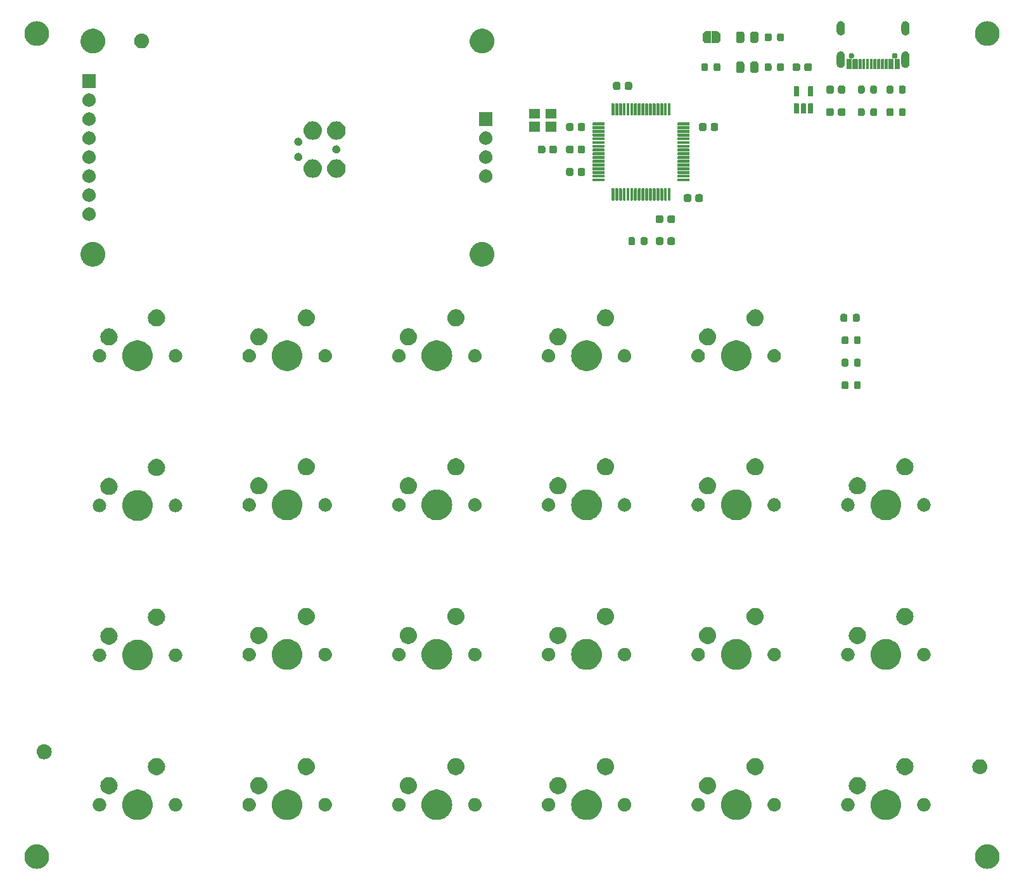
<source format=gbr>
%TF.GenerationSoftware,KiCad,Pcbnew,7.0.9*%
%TF.CreationDate,2023-12-17T15:27:51-08:00*%
%TF.ProjectId,MicroTrainer,4d696372-6f54-4726-9169-6e65722e6b69,rev?*%
%TF.SameCoordinates,Original*%
%TF.FileFunction,Soldermask,Top*%
%TF.FilePolarity,Negative*%
%FSLAX46Y46*%
G04 Gerber Fmt 4.6, Leading zero omitted, Abs format (unit mm)*
G04 Created by KiCad (PCBNEW 7.0.9) date 2023-12-17 15:27:51*
%MOMM*%
%LPD*%
G01*
G04 APERTURE LIST*
G04 APERTURE END LIST*
G36*
X17060406Y-130354754D02*
G01*
X17123291Y-130354754D01*
X17192007Y-130365111D01*
X17258117Y-130370314D01*
X17311401Y-130383106D01*
X17367129Y-130391506D01*
X17439954Y-130413969D01*
X17509878Y-130430757D01*
X17555089Y-130449484D01*
X17602758Y-130464188D01*
X17677596Y-130500227D01*
X17749084Y-130529839D01*
X17785778Y-130552325D01*
X17824935Y-130571182D01*
X17899417Y-130621963D01*
X17969846Y-130665122D01*
X17998046Y-130689207D01*
X18028668Y-130710085D01*
X18100173Y-130776432D01*
X18166726Y-130833274D01*
X18186935Y-130856936D01*
X18209431Y-130877809D01*
X18275196Y-130960276D01*
X18334878Y-131030154D01*
X18348003Y-131051573D01*
X18363181Y-131070605D01*
X18420421Y-131169748D01*
X18470161Y-131250916D01*
X18477466Y-131268553D01*
X18486469Y-131284146D01*
X18532389Y-131401150D01*
X18569243Y-131490122D01*
X18572290Y-131502815D01*
X18576562Y-131513699D01*
X18608534Y-131653779D01*
X18629686Y-131741883D01*
X18630235Y-131748858D01*
X18631431Y-131754099D01*
X18647048Y-131962500D01*
X18650000Y-132000000D01*
X18647048Y-132037502D01*
X18631431Y-132245900D01*
X18630235Y-132251139D01*
X18629686Y-132258117D01*
X18608529Y-132346239D01*
X18576562Y-132486300D01*
X18572290Y-132497182D01*
X18569243Y-132509878D01*
X18532382Y-132598867D01*
X18486469Y-132715853D01*
X18477468Y-132731442D01*
X18470161Y-132749084D01*
X18420411Y-132830267D01*
X18363181Y-132929394D01*
X18348006Y-132948422D01*
X18334878Y-132969846D01*
X18275184Y-133039737D01*
X18209431Y-133122190D01*
X18186939Y-133143059D01*
X18166726Y-133166726D01*
X18100160Y-133223578D01*
X18028668Y-133289914D01*
X17998052Y-133310787D01*
X17969846Y-133334878D01*
X17899403Y-133378045D01*
X17824935Y-133428817D01*
X17785785Y-133447670D01*
X17749084Y-133470161D01*
X17677581Y-133499778D01*
X17602758Y-133535811D01*
X17555099Y-133550511D01*
X17509878Y-133569243D01*
X17439939Y-133586033D01*
X17367129Y-133608493D01*
X17311410Y-133616891D01*
X17258117Y-133629686D01*
X17192003Y-133634889D01*
X17123291Y-133645246D01*
X17060406Y-133645246D01*
X17000000Y-133650000D01*
X16939594Y-133645246D01*
X16876709Y-133645246D01*
X16807996Y-133634889D01*
X16741883Y-133629686D01*
X16688591Y-133616891D01*
X16632870Y-133608493D01*
X16560055Y-133586032D01*
X16490122Y-133569243D01*
X16444903Y-133550512D01*
X16397241Y-133535811D01*
X16322414Y-133499776D01*
X16250916Y-133470161D01*
X16214214Y-133447670D01*
X16175065Y-133428817D01*
X16100593Y-133378043D01*
X16030154Y-133334878D01*
X16001951Y-133310790D01*
X15971331Y-133289914D01*
X15899827Y-133223568D01*
X15833274Y-133166726D01*
X15813064Y-133143063D01*
X15790568Y-133122190D01*
X15724800Y-133039719D01*
X15665122Y-132969846D01*
X15651996Y-132948427D01*
X15636818Y-132929394D01*
X15579571Y-132830239D01*
X15529839Y-132749084D01*
X15522534Y-132731449D01*
X15513530Y-132715853D01*
X15467598Y-132598821D01*
X15430757Y-132509878D01*
X15427710Y-132497188D01*
X15423437Y-132486300D01*
X15391450Y-132346155D01*
X15370314Y-132258117D01*
X15369765Y-132251146D01*
X15368568Y-132245900D01*
X15352930Y-132037236D01*
X15350000Y-132000000D01*
X15352930Y-131962766D01*
X15368568Y-131754099D01*
X15369765Y-131748852D01*
X15370314Y-131741883D01*
X15391445Y-131653863D01*
X15423437Y-131513699D01*
X15427711Y-131502808D01*
X15430757Y-131490122D01*
X15467591Y-131401196D01*
X15513530Y-131284146D01*
X15522535Y-131268547D01*
X15529839Y-131250916D01*
X15579561Y-131169776D01*
X15636818Y-131070605D01*
X15651999Y-131051568D01*
X15665122Y-131030154D01*
X15724788Y-130960294D01*
X15790568Y-130877809D01*
X15813068Y-130856931D01*
X15833274Y-130833274D01*
X15899813Y-130776443D01*
X15971331Y-130710085D01*
X16001956Y-130689204D01*
X16030154Y-130665122D01*
X16100578Y-130621965D01*
X16175065Y-130571182D01*
X16214222Y-130552324D01*
X16250916Y-130529839D01*
X16322399Y-130500229D01*
X16397241Y-130464188D01*
X16444912Y-130449483D01*
X16490122Y-130430757D01*
X16560041Y-130413970D01*
X16632870Y-130391506D01*
X16688599Y-130383106D01*
X16741883Y-130370314D01*
X16807992Y-130365111D01*
X16876709Y-130354754D01*
X16939594Y-130354754D01*
X17000000Y-130350000D01*
X17060406Y-130354754D01*
G37*
G36*
X144060406Y-130354754D02*
G01*
X144123291Y-130354754D01*
X144192007Y-130365111D01*
X144258117Y-130370314D01*
X144311401Y-130383106D01*
X144367129Y-130391506D01*
X144439954Y-130413969D01*
X144509878Y-130430757D01*
X144555089Y-130449484D01*
X144602758Y-130464188D01*
X144677596Y-130500227D01*
X144749084Y-130529839D01*
X144785778Y-130552325D01*
X144824935Y-130571182D01*
X144899417Y-130621963D01*
X144969846Y-130665122D01*
X144998046Y-130689207D01*
X145028668Y-130710085D01*
X145100173Y-130776432D01*
X145166726Y-130833274D01*
X145186935Y-130856936D01*
X145209431Y-130877809D01*
X145275196Y-130960276D01*
X145334878Y-131030154D01*
X145348003Y-131051573D01*
X145363181Y-131070605D01*
X145420421Y-131169748D01*
X145470161Y-131250916D01*
X145477466Y-131268553D01*
X145486469Y-131284146D01*
X145532389Y-131401150D01*
X145569243Y-131490122D01*
X145572290Y-131502815D01*
X145576562Y-131513699D01*
X145608534Y-131653779D01*
X145629686Y-131741883D01*
X145630235Y-131748858D01*
X145631431Y-131754099D01*
X145647048Y-131962500D01*
X145650000Y-132000000D01*
X145647048Y-132037502D01*
X145631431Y-132245900D01*
X145630235Y-132251139D01*
X145629686Y-132258117D01*
X145608529Y-132346239D01*
X145576562Y-132486300D01*
X145572290Y-132497182D01*
X145569243Y-132509878D01*
X145532382Y-132598867D01*
X145486469Y-132715853D01*
X145477468Y-132731442D01*
X145470161Y-132749084D01*
X145420411Y-132830267D01*
X145363181Y-132929394D01*
X145348006Y-132948422D01*
X145334878Y-132969846D01*
X145275184Y-133039737D01*
X145209431Y-133122190D01*
X145186939Y-133143059D01*
X145166726Y-133166726D01*
X145100160Y-133223578D01*
X145028668Y-133289914D01*
X144998052Y-133310787D01*
X144969846Y-133334878D01*
X144899403Y-133378045D01*
X144824935Y-133428817D01*
X144785785Y-133447670D01*
X144749084Y-133470161D01*
X144677581Y-133499778D01*
X144602758Y-133535811D01*
X144555099Y-133550511D01*
X144509878Y-133569243D01*
X144439939Y-133586033D01*
X144367129Y-133608493D01*
X144311410Y-133616891D01*
X144258117Y-133629686D01*
X144192003Y-133634889D01*
X144123291Y-133645246D01*
X144060406Y-133645246D01*
X144000000Y-133650000D01*
X143939594Y-133645246D01*
X143876709Y-133645246D01*
X143807996Y-133634889D01*
X143741883Y-133629686D01*
X143688591Y-133616891D01*
X143632870Y-133608493D01*
X143560055Y-133586032D01*
X143490122Y-133569243D01*
X143444903Y-133550512D01*
X143397241Y-133535811D01*
X143322414Y-133499776D01*
X143250916Y-133470161D01*
X143214214Y-133447670D01*
X143175065Y-133428817D01*
X143100593Y-133378043D01*
X143030154Y-133334878D01*
X143001951Y-133310790D01*
X142971331Y-133289914D01*
X142899827Y-133223568D01*
X142833274Y-133166726D01*
X142813064Y-133143063D01*
X142790568Y-133122190D01*
X142724800Y-133039719D01*
X142665122Y-132969846D01*
X142651996Y-132948427D01*
X142636818Y-132929394D01*
X142579571Y-132830239D01*
X142529839Y-132749084D01*
X142522534Y-132731449D01*
X142513530Y-132715853D01*
X142467598Y-132598821D01*
X142430757Y-132509878D01*
X142427710Y-132497188D01*
X142423437Y-132486300D01*
X142391450Y-132346155D01*
X142370314Y-132258117D01*
X142369765Y-132251146D01*
X142368568Y-132245900D01*
X142352930Y-132037236D01*
X142350000Y-132000000D01*
X142352930Y-131962766D01*
X142368568Y-131754099D01*
X142369765Y-131748852D01*
X142370314Y-131741883D01*
X142391445Y-131653863D01*
X142423437Y-131513699D01*
X142427711Y-131502808D01*
X142430757Y-131490122D01*
X142467591Y-131401196D01*
X142513530Y-131284146D01*
X142522535Y-131268547D01*
X142529839Y-131250916D01*
X142579561Y-131169776D01*
X142636818Y-131070605D01*
X142651999Y-131051568D01*
X142665122Y-131030154D01*
X142724788Y-130960294D01*
X142790568Y-130877809D01*
X142813068Y-130856931D01*
X142833274Y-130833274D01*
X142899813Y-130776443D01*
X142971331Y-130710085D01*
X143001956Y-130689204D01*
X143030154Y-130665122D01*
X143100578Y-130621965D01*
X143175065Y-130571182D01*
X143214222Y-130552324D01*
X143250916Y-130529839D01*
X143322399Y-130500229D01*
X143397241Y-130464188D01*
X143444912Y-130449483D01*
X143490122Y-130430757D01*
X143560041Y-130413970D01*
X143632870Y-130391506D01*
X143688599Y-130383106D01*
X143741883Y-130370314D01*
X143807992Y-130365111D01*
X143876709Y-130354754D01*
X143939594Y-130354754D01*
X144000000Y-130350000D01*
X144060406Y-130354754D01*
G37*
G36*
X30877085Y-123072878D02*
G01*
X31146503Y-123148365D01*
X31403133Y-123259835D01*
X31642195Y-123405212D01*
X31859234Y-123581786D01*
X32050208Y-123786270D01*
X32211560Y-124014853D01*
X32340283Y-124263278D01*
X32433980Y-124526917D01*
X32490906Y-124800858D01*
X32510000Y-125080000D01*
X32490906Y-125359142D01*
X32433980Y-125633083D01*
X32340283Y-125896722D01*
X32211560Y-126145147D01*
X32050208Y-126373730D01*
X31859234Y-126578214D01*
X31642195Y-126754788D01*
X31403133Y-126900165D01*
X31146503Y-127011635D01*
X30877085Y-127087122D01*
X30599897Y-127125221D01*
X30320103Y-127125221D01*
X30042915Y-127087122D01*
X29773497Y-127011635D01*
X29516867Y-126900165D01*
X29277805Y-126754788D01*
X29060766Y-126578214D01*
X28869792Y-126373730D01*
X28708440Y-126145147D01*
X28579717Y-125896722D01*
X28486020Y-125633083D01*
X28429094Y-125359142D01*
X28410000Y-125080000D01*
X28429094Y-124800858D01*
X28486020Y-124526917D01*
X28579717Y-124263278D01*
X28708440Y-124014853D01*
X28869792Y-123786270D01*
X29060766Y-123581786D01*
X29277805Y-123405212D01*
X29516867Y-123259835D01*
X29773497Y-123148365D01*
X30042915Y-123072878D01*
X30320103Y-123034779D01*
X30599897Y-123034779D01*
X30877085Y-123072878D01*
G37*
G36*
X50877085Y-123072878D02*
G01*
X51146503Y-123148365D01*
X51403133Y-123259835D01*
X51642195Y-123405212D01*
X51859234Y-123581786D01*
X52050208Y-123786270D01*
X52211560Y-124014853D01*
X52340283Y-124263278D01*
X52433980Y-124526917D01*
X52490906Y-124800858D01*
X52510000Y-125080000D01*
X52490906Y-125359142D01*
X52433980Y-125633083D01*
X52340283Y-125896722D01*
X52211560Y-126145147D01*
X52050208Y-126373730D01*
X51859234Y-126578214D01*
X51642195Y-126754788D01*
X51403133Y-126900165D01*
X51146503Y-127011635D01*
X50877085Y-127087122D01*
X50599897Y-127125221D01*
X50320103Y-127125221D01*
X50042915Y-127087122D01*
X49773497Y-127011635D01*
X49516867Y-126900165D01*
X49277805Y-126754788D01*
X49060766Y-126578214D01*
X48869792Y-126373730D01*
X48708440Y-126145147D01*
X48579717Y-125896722D01*
X48486020Y-125633083D01*
X48429094Y-125359142D01*
X48410000Y-125080000D01*
X48429094Y-124800858D01*
X48486020Y-124526917D01*
X48579717Y-124263278D01*
X48708440Y-124014853D01*
X48869792Y-123786270D01*
X49060766Y-123581786D01*
X49277805Y-123405212D01*
X49516867Y-123259835D01*
X49773497Y-123148365D01*
X50042915Y-123072878D01*
X50320103Y-123034779D01*
X50599897Y-123034779D01*
X50877085Y-123072878D01*
G37*
G36*
X70877085Y-123072878D02*
G01*
X71146503Y-123148365D01*
X71403133Y-123259835D01*
X71642195Y-123405212D01*
X71859234Y-123581786D01*
X72050208Y-123786270D01*
X72211560Y-124014853D01*
X72340283Y-124263278D01*
X72433980Y-124526917D01*
X72490906Y-124800858D01*
X72510000Y-125080000D01*
X72490906Y-125359142D01*
X72433980Y-125633083D01*
X72340283Y-125896722D01*
X72211560Y-126145147D01*
X72050208Y-126373730D01*
X71859234Y-126578214D01*
X71642195Y-126754788D01*
X71403133Y-126900165D01*
X71146503Y-127011635D01*
X70877085Y-127087122D01*
X70599897Y-127125221D01*
X70320103Y-127125221D01*
X70042915Y-127087122D01*
X69773497Y-127011635D01*
X69516867Y-126900165D01*
X69277805Y-126754788D01*
X69060766Y-126578214D01*
X68869792Y-126373730D01*
X68708440Y-126145147D01*
X68579717Y-125896722D01*
X68486020Y-125633083D01*
X68429094Y-125359142D01*
X68410000Y-125080000D01*
X68429094Y-124800858D01*
X68486020Y-124526917D01*
X68579717Y-124263278D01*
X68708440Y-124014853D01*
X68869792Y-123786270D01*
X69060766Y-123581786D01*
X69277805Y-123405212D01*
X69516867Y-123259835D01*
X69773497Y-123148365D01*
X70042915Y-123072878D01*
X70320103Y-123034779D01*
X70599897Y-123034779D01*
X70877085Y-123072878D01*
G37*
G36*
X90877085Y-123072878D02*
G01*
X91146503Y-123148365D01*
X91403133Y-123259835D01*
X91642195Y-123405212D01*
X91859234Y-123581786D01*
X92050208Y-123786270D01*
X92211560Y-124014853D01*
X92340283Y-124263278D01*
X92433980Y-124526917D01*
X92490906Y-124800858D01*
X92510000Y-125080000D01*
X92490906Y-125359142D01*
X92433980Y-125633083D01*
X92340283Y-125896722D01*
X92211560Y-126145147D01*
X92050208Y-126373730D01*
X91859234Y-126578214D01*
X91642195Y-126754788D01*
X91403133Y-126900165D01*
X91146503Y-127011635D01*
X90877085Y-127087122D01*
X90599897Y-127125221D01*
X90320103Y-127125221D01*
X90042915Y-127087122D01*
X89773497Y-127011635D01*
X89516867Y-126900165D01*
X89277805Y-126754788D01*
X89060766Y-126578214D01*
X88869792Y-126373730D01*
X88708440Y-126145147D01*
X88579717Y-125896722D01*
X88486020Y-125633083D01*
X88429094Y-125359142D01*
X88410000Y-125080000D01*
X88429094Y-124800858D01*
X88486020Y-124526917D01*
X88579717Y-124263278D01*
X88708440Y-124014853D01*
X88869792Y-123786270D01*
X89060766Y-123581786D01*
X89277805Y-123405212D01*
X89516867Y-123259835D01*
X89773497Y-123148365D01*
X90042915Y-123072878D01*
X90320103Y-123034779D01*
X90599897Y-123034779D01*
X90877085Y-123072878D01*
G37*
G36*
X110877085Y-123072878D02*
G01*
X111146503Y-123148365D01*
X111403133Y-123259835D01*
X111642195Y-123405212D01*
X111859234Y-123581786D01*
X112050208Y-123786270D01*
X112211560Y-124014853D01*
X112340283Y-124263278D01*
X112433980Y-124526917D01*
X112490906Y-124800858D01*
X112510000Y-125080000D01*
X112490906Y-125359142D01*
X112433980Y-125633083D01*
X112340283Y-125896722D01*
X112211560Y-126145147D01*
X112050208Y-126373730D01*
X111859234Y-126578214D01*
X111642195Y-126754788D01*
X111403133Y-126900165D01*
X111146503Y-127011635D01*
X110877085Y-127087122D01*
X110599897Y-127125221D01*
X110320103Y-127125221D01*
X110042915Y-127087122D01*
X109773497Y-127011635D01*
X109516867Y-126900165D01*
X109277805Y-126754788D01*
X109060766Y-126578214D01*
X108869792Y-126373730D01*
X108708440Y-126145147D01*
X108579717Y-125896722D01*
X108486020Y-125633083D01*
X108429094Y-125359142D01*
X108410000Y-125080000D01*
X108429094Y-124800858D01*
X108486020Y-124526917D01*
X108579717Y-124263278D01*
X108708440Y-124014853D01*
X108869792Y-123786270D01*
X109060766Y-123581786D01*
X109277805Y-123405212D01*
X109516867Y-123259835D01*
X109773497Y-123148365D01*
X110042915Y-123072878D01*
X110320103Y-123034779D01*
X110599897Y-123034779D01*
X110877085Y-123072878D01*
G37*
G36*
X130877085Y-123072878D02*
G01*
X131146503Y-123148365D01*
X131403133Y-123259835D01*
X131642195Y-123405212D01*
X131859234Y-123581786D01*
X132050208Y-123786270D01*
X132211560Y-124014853D01*
X132340283Y-124263278D01*
X132433980Y-124526917D01*
X132490906Y-124800858D01*
X132510000Y-125080000D01*
X132490906Y-125359142D01*
X132433980Y-125633083D01*
X132340283Y-125896722D01*
X132211560Y-126145147D01*
X132050208Y-126373730D01*
X131859234Y-126578214D01*
X131642195Y-126754788D01*
X131403133Y-126900165D01*
X131146503Y-127011635D01*
X130877085Y-127087122D01*
X130599897Y-127125221D01*
X130320103Y-127125221D01*
X130042915Y-127087122D01*
X129773497Y-127011635D01*
X129516867Y-126900165D01*
X129277805Y-126754788D01*
X129060766Y-126578214D01*
X128869792Y-126373730D01*
X128708440Y-126145147D01*
X128579717Y-125896722D01*
X128486020Y-125633083D01*
X128429094Y-125359142D01*
X128410000Y-125080000D01*
X128429094Y-124800858D01*
X128486020Y-124526917D01*
X128579717Y-124263278D01*
X128708440Y-124014853D01*
X128869792Y-123786270D01*
X129060766Y-123581786D01*
X129277805Y-123405212D01*
X129516867Y-123259835D01*
X129773497Y-123148365D01*
X130042915Y-123072878D01*
X130320103Y-123034779D01*
X130599897Y-123034779D01*
X130877085Y-123072878D01*
G37*
G36*
X25427607Y-124184930D02*
G01*
X25474076Y-124184930D01*
X25514202Y-124193459D01*
X25555533Y-124197530D01*
X25607460Y-124213282D01*
X25658115Y-124224049D01*
X25690527Y-124238479D01*
X25724321Y-124248731D01*
X25778023Y-124277435D01*
X25830000Y-124300577D01*
X25854165Y-124318134D01*
X25879878Y-124331878D01*
X25932333Y-124374927D01*
X25982218Y-124411170D01*
X25998412Y-124429155D01*
X26016225Y-124443774D01*
X26064089Y-124502097D01*
X26108115Y-124550993D01*
X26117365Y-124567015D01*
X26128121Y-124580121D01*
X26167908Y-124654557D01*
X26202191Y-124713937D01*
X26206134Y-124726074D01*
X26211268Y-124735678D01*
X26239568Y-124828971D01*
X26260333Y-124892879D01*
X26261064Y-124899834D01*
X26262469Y-124904466D01*
X26276151Y-125043385D01*
X26280000Y-125080000D01*
X26276151Y-125116617D01*
X26262469Y-125255533D01*
X26261064Y-125260164D01*
X26260333Y-125267121D01*
X26239563Y-125331042D01*
X26211268Y-125424321D01*
X26206135Y-125433923D01*
X26202191Y-125446063D01*
X26167901Y-125505454D01*
X26128121Y-125579878D01*
X26117367Y-125592981D01*
X26108115Y-125609007D01*
X26064080Y-125657912D01*
X26016225Y-125716225D01*
X25998415Y-125730840D01*
X25982218Y-125748830D01*
X25932323Y-125785080D01*
X25879878Y-125828121D01*
X25854171Y-125841861D01*
X25830000Y-125859423D01*
X25778012Y-125882569D01*
X25724321Y-125911268D01*
X25690534Y-125921517D01*
X25658115Y-125935951D01*
X25607449Y-125946720D01*
X25555533Y-125962469D01*
X25514210Y-125966538D01*
X25474076Y-125975070D01*
X25427597Y-125975070D01*
X25380000Y-125979758D01*
X25332403Y-125975070D01*
X25285924Y-125975070D01*
X25245789Y-125966539D01*
X25204466Y-125962469D01*
X25152546Y-125946719D01*
X25101885Y-125935951D01*
X25069467Y-125921517D01*
X25035678Y-125911268D01*
X24981981Y-125882566D01*
X24930000Y-125859423D01*
X24905831Y-125841863D01*
X24880121Y-125828121D01*
X24827667Y-125785074D01*
X24777782Y-125748830D01*
X24761587Y-125730843D01*
X24743774Y-125716225D01*
X24695908Y-125657899D01*
X24651885Y-125609007D01*
X24642634Y-125592985D01*
X24631878Y-125579878D01*
X24592085Y-125505431D01*
X24557809Y-125446063D01*
X24553866Y-125433928D01*
X24548731Y-125424321D01*
X24520421Y-125330996D01*
X24499667Y-125267121D01*
X24498936Y-125260169D01*
X24497530Y-125255533D01*
X24483832Y-125116466D01*
X24480000Y-125080000D01*
X24483832Y-125043536D01*
X24497530Y-124904466D01*
X24498936Y-124899829D01*
X24499667Y-124892879D01*
X24520416Y-124829017D01*
X24548731Y-124735678D01*
X24553866Y-124726069D01*
X24557809Y-124713937D01*
X24592078Y-124654581D01*
X24631878Y-124580121D01*
X24642636Y-124567011D01*
X24651885Y-124550993D01*
X24695898Y-124502110D01*
X24743774Y-124443774D01*
X24761590Y-124429152D01*
X24777782Y-124411170D01*
X24827657Y-124374933D01*
X24880121Y-124331878D01*
X24905836Y-124318132D01*
X24930000Y-124300577D01*
X24981970Y-124277438D01*
X25035678Y-124248731D01*
X25069474Y-124238478D01*
X25101885Y-124224049D01*
X25152535Y-124213282D01*
X25204466Y-124197530D01*
X25245798Y-124193459D01*
X25285924Y-124184930D01*
X25332393Y-124184930D01*
X25380000Y-124180241D01*
X25427607Y-124184930D01*
G37*
G36*
X35587607Y-124184930D02*
G01*
X35634076Y-124184930D01*
X35674202Y-124193459D01*
X35715533Y-124197530D01*
X35767460Y-124213282D01*
X35818115Y-124224049D01*
X35850527Y-124238479D01*
X35884321Y-124248731D01*
X35938023Y-124277435D01*
X35990000Y-124300577D01*
X36014165Y-124318134D01*
X36039878Y-124331878D01*
X36092333Y-124374927D01*
X36142218Y-124411170D01*
X36158412Y-124429155D01*
X36176225Y-124443774D01*
X36224089Y-124502097D01*
X36268115Y-124550993D01*
X36277365Y-124567015D01*
X36288121Y-124580121D01*
X36327908Y-124654557D01*
X36362191Y-124713937D01*
X36366134Y-124726074D01*
X36371268Y-124735678D01*
X36399568Y-124828971D01*
X36420333Y-124892879D01*
X36421064Y-124899834D01*
X36422469Y-124904466D01*
X36436151Y-125043385D01*
X36440000Y-125080000D01*
X36436151Y-125116617D01*
X36422469Y-125255533D01*
X36421064Y-125260164D01*
X36420333Y-125267121D01*
X36399563Y-125331042D01*
X36371268Y-125424321D01*
X36366135Y-125433923D01*
X36362191Y-125446063D01*
X36327901Y-125505454D01*
X36288121Y-125579878D01*
X36277367Y-125592981D01*
X36268115Y-125609007D01*
X36224080Y-125657912D01*
X36176225Y-125716225D01*
X36158415Y-125730840D01*
X36142218Y-125748830D01*
X36092323Y-125785080D01*
X36039878Y-125828121D01*
X36014171Y-125841861D01*
X35990000Y-125859423D01*
X35938012Y-125882569D01*
X35884321Y-125911268D01*
X35850534Y-125921517D01*
X35818115Y-125935951D01*
X35767449Y-125946720D01*
X35715533Y-125962469D01*
X35674210Y-125966538D01*
X35634076Y-125975070D01*
X35587597Y-125975070D01*
X35540000Y-125979758D01*
X35492403Y-125975070D01*
X35445924Y-125975070D01*
X35405789Y-125966539D01*
X35364466Y-125962469D01*
X35312546Y-125946719D01*
X35261885Y-125935951D01*
X35229467Y-125921517D01*
X35195678Y-125911268D01*
X35141981Y-125882566D01*
X35090000Y-125859423D01*
X35065831Y-125841863D01*
X35040121Y-125828121D01*
X34987667Y-125785074D01*
X34937782Y-125748830D01*
X34921587Y-125730843D01*
X34903774Y-125716225D01*
X34855908Y-125657899D01*
X34811885Y-125609007D01*
X34802634Y-125592985D01*
X34791878Y-125579878D01*
X34752085Y-125505431D01*
X34717809Y-125446063D01*
X34713866Y-125433928D01*
X34708731Y-125424321D01*
X34680421Y-125330996D01*
X34659667Y-125267121D01*
X34658936Y-125260169D01*
X34657530Y-125255533D01*
X34643832Y-125116466D01*
X34640000Y-125080000D01*
X34643832Y-125043536D01*
X34657530Y-124904466D01*
X34658936Y-124899829D01*
X34659667Y-124892879D01*
X34680416Y-124829017D01*
X34708731Y-124735678D01*
X34713866Y-124726069D01*
X34717809Y-124713937D01*
X34752078Y-124654581D01*
X34791878Y-124580121D01*
X34802636Y-124567011D01*
X34811885Y-124550993D01*
X34855898Y-124502110D01*
X34903774Y-124443774D01*
X34921590Y-124429152D01*
X34937782Y-124411170D01*
X34987657Y-124374933D01*
X35040121Y-124331878D01*
X35065836Y-124318132D01*
X35090000Y-124300577D01*
X35141970Y-124277438D01*
X35195678Y-124248731D01*
X35229474Y-124238478D01*
X35261885Y-124224049D01*
X35312535Y-124213282D01*
X35364466Y-124197530D01*
X35405798Y-124193459D01*
X35445924Y-124184930D01*
X35492393Y-124184930D01*
X35540000Y-124180241D01*
X35587607Y-124184930D01*
G37*
G36*
X45427607Y-124184930D02*
G01*
X45474076Y-124184930D01*
X45514202Y-124193459D01*
X45555533Y-124197530D01*
X45607460Y-124213282D01*
X45658115Y-124224049D01*
X45690527Y-124238479D01*
X45724321Y-124248731D01*
X45778023Y-124277435D01*
X45830000Y-124300577D01*
X45854165Y-124318134D01*
X45879878Y-124331878D01*
X45932333Y-124374927D01*
X45982218Y-124411170D01*
X45998412Y-124429155D01*
X46016225Y-124443774D01*
X46064089Y-124502097D01*
X46108115Y-124550993D01*
X46117365Y-124567015D01*
X46128121Y-124580121D01*
X46167908Y-124654557D01*
X46202191Y-124713937D01*
X46206134Y-124726074D01*
X46211268Y-124735678D01*
X46239568Y-124828971D01*
X46260333Y-124892879D01*
X46261064Y-124899834D01*
X46262469Y-124904466D01*
X46276151Y-125043385D01*
X46280000Y-125080000D01*
X46276151Y-125116617D01*
X46262469Y-125255533D01*
X46261064Y-125260164D01*
X46260333Y-125267121D01*
X46239563Y-125331042D01*
X46211268Y-125424321D01*
X46206135Y-125433923D01*
X46202191Y-125446063D01*
X46167901Y-125505454D01*
X46128121Y-125579878D01*
X46117367Y-125592981D01*
X46108115Y-125609007D01*
X46064080Y-125657912D01*
X46016225Y-125716225D01*
X45998415Y-125730840D01*
X45982218Y-125748830D01*
X45932323Y-125785080D01*
X45879878Y-125828121D01*
X45854171Y-125841861D01*
X45830000Y-125859423D01*
X45778012Y-125882569D01*
X45724321Y-125911268D01*
X45690534Y-125921517D01*
X45658115Y-125935951D01*
X45607449Y-125946720D01*
X45555533Y-125962469D01*
X45514210Y-125966538D01*
X45474076Y-125975070D01*
X45427597Y-125975070D01*
X45380000Y-125979758D01*
X45332403Y-125975070D01*
X45285924Y-125975070D01*
X45245789Y-125966539D01*
X45204466Y-125962469D01*
X45152546Y-125946719D01*
X45101885Y-125935951D01*
X45069467Y-125921517D01*
X45035678Y-125911268D01*
X44981981Y-125882566D01*
X44930000Y-125859423D01*
X44905831Y-125841863D01*
X44880121Y-125828121D01*
X44827667Y-125785074D01*
X44777782Y-125748830D01*
X44761587Y-125730843D01*
X44743774Y-125716225D01*
X44695908Y-125657899D01*
X44651885Y-125609007D01*
X44642634Y-125592985D01*
X44631878Y-125579878D01*
X44592085Y-125505431D01*
X44557809Y-125446063D01*
X44553866Y-125433928D01*
X44548731Y-125424321D01*
X44520421Y-125330996D01*
X44499667Y-125267121D01*
X44498936Y-125260169D01*
X44497530Y-125255533D01*
X44483832Y-125116466D01*
X44480000Y-125080000D01*
X44483832Y-125043536D01*
X44497530Y-124904466D01*
X44498936Y-124899829D01*
X44499667Y-124892879D01*
X44520416Y-124829017D01*
X44548731Y-124735678D01*
X44553866Y-124726069D01*
X44557809Y-124713937D01*
X44592078Y-124654581D01*
X44631878Y-124580121D01*
X44642636Y-124567011D01*
X44651885Y-124550993D01*
X44695898Y-124502110D01*
X44743774Y-124443774D01*
X44761590Y-124429152D01*
X44777782Y-124411170D01*
X44827657Y-124374933D01*
X44880121Y-124331878D01*
X44905836Y-124318132D01*
X44930000Y-124300577D01*
X44981970Y-124277438D01*
X45035678Y-124248731D01*
X45069474Y-124238478D01*
X45101885Y-124224049D01*
X45152535Y-124213282D01*
X45204466Y-124197530D01*
X45245798Y-124193459D01*
X45285924Y-124184930D01*
X45332393Y-124184930D01*
X45380000Y-124180241D01*
X45427607Y-124184930D01*
G37*
G36*
X55587607Y-124184930D02*
G01*
X55634076Y-124184930D01*
X55674202Y-124193459D01*
X55715533Y-124197530D01*
X55767460Y-124213282D01*
X55818115Y-124224049D01*
X55850527Y-124238479D01*
X55884321Y-124248731D01*
X55938023Y-124277435D01*
X55990000Y-124300577D01*
X56014165Y-124318134D01*
X56039878Y-124331878D01*
X56092333Y-124374927D01*
X56142218Y-124411170D01*
X56158412Y-124429155D01*
X56176225Y-124443774D01*
X56224089Y-124502097D01*
X56268115Y-124550993D01*
X56277365Y-124567015D01*
X56288121Y-124580121D01*
X56327908Y-124654557D01*
X56362191Y-124713937D01*
X56366134Y-124726074D01*
X56371268Y-124735678D01*
X56399568Y-124828971D01*
X56420333Y-124892879D01*
X56421064Y-124899834D01*
X56422469Y-124904466D01*
X56436151Y-125043385D01*
X56440000Y-125080000D01*
X56436151Y-125116617D01*
X56422469Y-125255533D01*
X56421064Y-125260164D01*
X56420333Y-125267121D01*
X56399563Y-125331042D01*
X56371268Y-125424321D01*
X56366135Y-125433923D01*
X56362191Y-125446063D01*
X56327901Y-125505454D01*
X56288121Y-125579878D01*
X56277367Y-125592981D01*
X56268115Y-125609007D01*
X56224080Y-125657912D01*
X56176225Y-125716225D01*
X56158415Y-125730840D01*
X56142218Y-125748830D01*
X56092323Y-125785080D01*
X56039878Y-125828121D01*
X56014171Y-125841861D01*
X55990000Y-125859423D01*
X55938012Y-125882569D01*
X55884321Y-125911268D01*
X55850534Y-125921517D01*
X55818115Y-125935951D01*
X55767449Y-125946720D01*
X55715533Y-125962469D01*
X55674210Y-125966538D01*
X55634076Y-125975070D01*
X55587597Y-125975070D01*
X55540000Y-125979758D01*
X55492403Y-125975070D01*
X55445924Y-125975070D01*
X55405789Y-125966539D01*
X55364466Y-125962469D01*
X55312546Y-125946719D01*
X55261885Y-125935951D01*
X55229467Y-125921517D01*
X55195678Y-125911268D01*
X55141981Y-125882566D01*
X55090000Y-125859423D01*
X55065831Y-125841863D01*
X55040121Y-125828121D01*
X54987667Y-125785074D01*
X54937782Y-125748830D01*
X54921587Y-125730843D01*
X54903774Y-125716225D01*
X54855908Y-125657899D01*
X54811885Y-125609007D01*
X54802634Y-125592985D01*
X54791878Y-125579878D01*
X54752085Y-125505431D01*
X54717809Y-125446063D01*
X54713866Y-125433928D01*
X54708731Y-125424321D01*
X54680421Y-125330996D01*
X54659667Y-125267121D01*
X54658936Y-125260169D01*
X54657530Y-125255533D01*
X54643832Y-125116466D01*
X54640000Y-125080000D01*
X54643832Y-125043536D01*
X54657530Y-124904466D01*
X54658936Y-124899829D01*
X54659667Y-124892879D01*
X54680416Y-124829017D01*
X54708731Y-124735678D01*
X54713866Y-124726069D01*
X54717809Y-124713937D01*
X54752078Y-124654581D01*
X54791878Y-124580121D01*
X54802636Y-124567011D01*
X54811885Y-124550993D01*
X54855898Y-124502110D01*
X54903774Y-124443774D01*
X54921590Y-124429152D01*
X54937782Y-124411170D01*
X54987657Y-124374933D01*
X55040121Y-124331878D01*
X55065836Y-124318132D01*
X55090000Y-124300577D01*
X55141970Y-124277438D01*
X55195678Y-124248731D01*
X55229474Y-124238478D01*
X55261885Y-124224049D01*
X55312535Y-124213282D01*
X55364466Y-124197530D01*
X55405798Y-124193459D01*
X55445924Y-124184930D01*
X55492393Y-124184930D01*
X55540000Y-124180241D01*
X55587607Y-124184930D01*
G37*
G36*
X65427607Y-124184930D02*
G01*
X65474076Y-124184930D01*
X65514202Y-124193459D01*
X65555533Y-124197530D01*
X65607460Y-124213282D01*
X65658115Y-124224049D01*
X65690527Y-124238479D01*
X65724321Y-124248731D01*
X65778023Y-124277435D01*
X65830000Y-124300577D01*
X65854165Y-124318134D01*
X65879878Y-124331878D01*
X65932333Y-124374927D01*
X65982218Y-124411170D01*
X65998412Y-124429155D01*
X66016225Y-124443774D01*
X66064089Y-124502097D01*
X66108115Y-124550993D01*
X66117365Y-124567015D01*
X66128121Y-124580121D01*
X66167908Y-124654557D01*
X66202191Y-124713937D01*
X66206134Y-124726074D01*
X66211268Y-124735678D01*
X66239568Y-124828971D01*
X66260333Y-124892879D01*
X66261064Y-124899834D01*
X66262469Y-124904466D01*
X66276151Y-125043385D01*
X66280000Y-125080000D01*
X66276151Y-125116617D01*
X66262469Y-125255533D01*
X66261064Y-125260164D01*
X66260333Y-125267121D01*
X66239563Y-125331042D01*
X66211268Y-125424321D01*
X66206135Y-125433923D01*
X66202191Y-125446063D01*
X66167901Y-125505454D01*
X66128121Y-125579878D01*
X66117367Y-125592981D01*
X66108115Y-125609007D01*
X66064080Y-125657912D01*
X66016225Y-125716225D01*
X65998415Y-125730840D01*
X65982218Y-125748830D01*
X65932323Y-125785080D01*
X65879878Y-125828121D01*
X65854171Y-125841861D01*
X65830000Y-125859423D01*
X65778012Y-125882569D01*
X65724321Y-125911268D01*
X65690534Y-125921517D01*
X65658115Y-125935951D01*
X65607449Y-125946720D01*
X65555533Y-125962469D01*
X65514210Y-125966538D01*
X65474076Y-125975070D01*
X65427597Y-125975070D01*
X65380000Y-125979758D01*
X65332403Y-125975070D01*
X65285924Y-125975070D01*
X65245789Y-125966539D01*
X65204466Y-125962469D01*
X65152546Y-125946719D01*
X65101885Y-125935951D01*
X65069467Y-125921517D01*
X65035678Y-125911268D01*
X64981981Y-125882566D01*
X64930000Y-125859423D01*
X64905831Y-125841863D01*
X64880121Y-125828121D01*
X64827667Y-125785074D01*
X64777782Y-125748830D01*
X64761587Y-125730843D01*
X64743774Y-125716225D01*
X64695908Y-125657899D01*
X64651885Y-125609007D01*
X64642634Y-125592985D01*
X64631878Y-125579878D01*
X64592085Y-125505431D01*
X64557809Y-125446063D01*
X64553866Y-125433928D01*
X64548731Y-125424321D01*
X64520421Y-125330996D01*
X64499667Y-125267121D01*
X64498936Y-125260169D01*
X64497530Y-125255533D01*
X64483832Y-125116466D01*
X64480000Y-125080000D01*
X64483832Y-125043536D01*
X64497530Y-124904466D01*
X64498936Y-124899829D01*
X64499667Y-124892879D01*
X64520416Y-124829017D01*
X64548731Y-124735678D01*
X64553866Y-124726069D01*
X64557809Y-124713937D01*
X64592078Y-124654581D01*
X64631878Y-124580121D01*
X64642636Y-124567011D01*
X64651885Y-124550993D01*
X64695898Y-124502110D01*
X64743774Y-124443774D01*
X64761590Y-124429152D01*
X64777782Y-124411170D01*
X64827657Y-124374933D01*
X64880121Y-124331878D01*
X64905836Y-124318132D01*
X64930000Y-124300577D01*
X64981970Y-124277438D01*
X65035678Y-124248731D01*
X65069474Y-124238478D01*
X65101885Y-124224049D01*
X65152535Y-124213282D01*
X65204466Y-124197530D01*
X65245798Y-124193459D01*
X65285924Y-124184930D01*
X65332393Y-124184930D01*
X65380000Y-124180241D01*
X65427607Y-124184930D01*
G37*
G36*
X75587607Y-124184930D02*
G01*
X75634076Y-124184930D01*
X75674202Y-124193459D01*
X75715533Y-124197530D01*
X75767460Y-124213282D01*
X75818115Y-124224049D01*
X75850527Y-124238479D01*
X75884321Y-124248731D01*
X75938023Y-124277435D01*
X75990000Y-124300577D01*
X76014165Y-124318134D01*
X76039878Y-124331878D01*
X76092333Y-124374927D01*
X76142218Y-124411170D01*
X76158412Y-124429155D01*
X76176225Y-124443774D01*
X76224089Y-124502097D01*
X76268115Y-124550993D01*
X76277365Y-124567015D01*
X76288121Y-124580121D01*
X76327908Y-124654557D01*
X76362191Y-124713937D01*
X76366134Y-124726074D01*
X76371268Y-124735678D01*
X76399568Y-124828971D01*
X76420333Y-124892879D01*
X76421064Y-124899834D01*
X76422469Y-124904466D01*
X76436151Y-125043385D01*
X76440000Y-125080000D01*
X76436151Y-125116617D01*
X76422469Y-125255533D01*
X76421064Y-125260164D01*
X76420333Y-125267121D01*
X76399563Y-125331042D01*
X76371268Y-125424321D01*
X76366135Y-125433923D01*
X76362191Y-125446063D01*
X76327901Y-125505454D01*
X76288121Y-125579878D01*
X76277367Y-125592981D01*
X76268115Y-125609007D01*
X76224080Y-125657912D01*
X76176225Y-125716225D01*
X76158415Y-125730840D01*
X76142218Y-125748830D01*
X76092323Y-125785080D01*
X76039878Y-125828121D01*
X76014171Y-125841861D01*
X75990000Y-125859423D01*
X75938012Y-125882569D01*
X75884321Y-125911268D01*
X75850534Y-125921517D01*
X75818115Y-125935951D01*
X75767449Y-125946720D01*
X75715533Y-125962469D01*
X75674210Y-125966538D01*
X75634076Y-125975070D01*
X75587597Y-125975070D01*
X75540000Y-125979758D01*
X75492403Y-125975070D01*
X75445924Y-125975070D01*
X75405789Y-125966539D01*
X75364466Y-125962469D01*
X75312546Y-125946719D01*
X75261885Y-125935951D01*
X75229467Y-125921517D01*
X75195678Y-125911268D01*
X75141981Y-125882566D01*
X75090000Y-125859423D01*
X75065831Y-125841863D01*
X75040121Y-125828121D01*
X74987667Y-125785074D01*
X74937782Y-125748830D01*
X74921587Y-125730843D01*
X74903774Y-125716225D01*
X74855908Y-125657899D01*
X74811885Y-125609007D01*
X74802634Y-125592985D01*
X74791878Y-125579878D01*
X74752085Y-125505431D01*
X74717809Y-125446063D01*
X74713866Y-125433928D01*
X74708731Y-125424321D01*
X74680421Y-125330996D01*
X74659667Y-125267121D01*
X74658936Y-125260169D01*
X74657530Y-125255533D01*
X74643832Y-125116466D01*
X74640000Y-125080000D01*
X74643832Y-125043536D01*
X74657530Y-124904466D01*
X74658936Y-124899829D01*
X74659667Y-124892879D01*
X74680416Y-124829017D01*
X74708731Y-124735678D01*
X74713866Y-124726069D01*
X74717809Y-124713937D01*
X74752078Y-124654581D01*
X74791878Y-124580121D01*
X74802636Y-124567011D01*
X74811885Y-124550993D01*
X74855898Y-124502110D01*
X74903774Y-124443774D01*
X74921590Y-124429152D01*
X74937782Y-124411170D01*
X74987657Y-124374933D01*
X75040121Y-124331878D01*
X75065836Y-124318132D01*
X75090000Y-124300577D01*
X75141970Y-124277438D01*
X75195678Y-124248731D01*
X75229474Y-124238478D01*
X75261885Y-124224049D01*
X75312535Y-124213282D01*
X75364466Y-124197530D01*
X75405798Y-124193459D01*
X75445924Y-124184930D01*
X75492393Y-124184930D01*
X75540000Y-124180241D01*
X75587607Y-124184930D01*
G37*
G36*
X85427607Y-124184930D02*
G01*
X85474076Y-124184930D01*
X85514202Y-124193459D01*
X85555533Y-124197530D01*
X85607460Y-124213282D01*
X85658115Y-124224049D01*
X85690527Y-124238479D01*
X85724321Y-124248731D01*
X85778023Y-124277435D01*
X85830000Y-124300577D01*
X85854165Y-124318134D01*
X85879878Y-124331878D01*
X85932333Y-124374927D01*
X85982218Y-124411170D01*
X85998412Y-124429155D01*
X86016225Y-124443774D01*
X86064089Y-124502097D01*
X86108115Y-124550993D01*
X86117365Y-124567015D01*
X86128121Y-124580121D01*
X86167908Y-124654557D01*
X86202191Y-124713937D01*
X86206134Y-124726074D01*
X86211268Y-124735678D01*
X86239568Y-124828971D01*
X86260333Y-124892879D01*
X86261064Y-124899834D01*
X86262469Y-124904466D01*
X86276151Y-125043385D01*
X86280000Y-125080000D01*
X86276151Y-125116617D01*
X86262469Y-125255533D01*
X86261064Y-125260164D01*
X86260333Y-125267121D01*
X86239563Y-125331042D01*
X86211268Y-125424321D01*
X86206135Y-125433923D01*
X86202191Y-125446063D01*
X86167901Y-125505454D01*
X86128121Y-125579878D01*
X86117367Y-125592981D01*
X86108115Y-125609007D01*
X86064080Y-125657912D01*
X86016225Y-125716225D01*
X85998415Y-125730840D01*
X85982218Y-125748830D01*
X85932323Y-125785080D01*
X85879878Y-125828121D01*
X85854171Y-125841861D01*
X85830000Y-125859423D01*
X85778012Y-125882569D01*
X85724321Y-125911268D01*
X85690534Y-125921517D01*
X85658115Y-125935951D01*
X85607449Y-125946720D01*
X85555533Y-125962469D01*
X85514210Y-125966538D01*
X85474076Y-125975070D01*
X85427597Y-125975070D01*
X85380000Y-125979758D01*
X85332403Y-125975070D01*
X85285924Y-125975070D01*
X85245789Y-125966539D01*
X85204466Y-125962469D01*
X85152546Y-125946719D01*
X85101885Y-125935951D01*
X85069467Y-125921517D01*
X85035678Y-125911268D01*
X84981981Y-125882566D01*
X84930000Y-125859423D01*
X84905831Y-125841863D01*
X84880121Y-125828121D01*
X84827667Y-125785074D01*
X84777782Y-125748830D01*
X84761587Y-125730843D01*
X84743774Y-125716225D01*
X84695908Y-125657899D01*
X84651885Y-125609007D01*
X84642634Y-125592985D01*
X84631878Y-125579878D01*
X84592085Y-125505431D01*
X84557809Y-125446063D01*
X84553866Y-125433928D01*
X84548731Y-125424321D01*
X84520421Y-125330996D01*
X84499667Y-125267121D01*
X84498936Y-125260169D01*
X84497530Y-125255533D01*
X84483832Y-125116466D01*
X84480000Y-125080000D01*
X84483832Y-125043536D01*
X84497530Y-124904466D01*
X84498936Y-124899829D01*
X84499667Y-124892879D01*
X84520416Y-124829017D01*
X84548731Y-124735678D01*
X84553866Y-124726069D01*
X84557809Y-124713937D01*
X84592078Y-124654581D01*
X84631878Y-124580121D01*
X84642636Y-124567011D01*
X84651885Y-124550993D01*
X84695898Y-124502110D01*
X84743774Y-124443774D01*
X84761590Y-124429152D01*
X84777782Y-124411170D01*
X84827657Y-124374933D01*
X84880121Y-124331878D01*
X84905836Y-124318132D01*
X84930000Y-124300577D01*
X84981970Y-124277438D01*
X85035678Y-124248731D01*
X85069474Y-124238478D01*
X85101885Y-124224049D01*
X85152535Y-124213282D01*
X85204466Y-124197530D01*
X85245798Y-124193459D01*
X85285924Y-124184930D01*
X85332393Y-124184930D01*
X85380000Y-124180241D01*
X85427607Y-124184930D01*
G37*
G36*
X95587607Y-124184930D02*
G01*
X95634076Y-124184930D01*
X95674202Y-124193459D01*
X95715533Y-124197530D01*
X95767460Y-124213282D01*
X95818115Y-124224049D01*
X95850527Y-124238479D01*
X95884321Y-124248731D01*
X95938023Y-124277435D01*
X95990000Y-124300577D01*
X96014165Y-124318134D01*
X96039878Y-124331878D01*
X96092333Y-124374927D01*
X96142218Y-124411170D01*
X96158412Y-124429155D01*
X96176225Y-124443774D01*
X96224089Y-124502097D01*
X96268115Y-124550993D01*
X96277365Y-124567015D01*
X96288121Y-124580121D01*
X96327908Y-124654557D01*
X96362191Y-124713937D01*
X96366134Y-124726074D01*
X96371268Y-124735678D01*
X96399568Y-124828971D01*
X96420333Y-124892879D01*
X96421064Y-124899834D01*
X96422469Y-124904466D01*
X96436151Y-125043385D01*
X96440000Y-125080000D01*
X96436151Y-125116617D01*
X96422469Y-125255533D01*
X96421064Y-125260164D01*
X96420333Y-125267121D01*
X96399563Y-125331042D01*
X96371268Y-125424321D01*
X96366135Y-125433923D01*
X96362191Y-125446063D01*
X96327901Y-125505454D01*
X96288121Y-125579878D01*
X96277367Y-125592981D01*
X96268115Y-125609007D01*
X96224080Y-125657912D01*
X96176225Y-125716225D01*
X96158415Y-125730840D01*
X96142218Y-125748830D01*
X96092323Y-125785080D01*
X96039878Y-125828121D01*
X96014171Y-125841861D01*
X95990000Y-125859423D01*
X95938012Y-125882569D01*
X95884321Y-125911268D01*
X95850534Y-125921517D01*
X95818115Y-125935951D01*
X95767449Y-125946720D01*
X95715533Y-125962469D01*
X95674210Y-125966538D01*
X95634076Y-125975070D01*
X95587597Y-125975070D01*
X95540000Y-125979758D01*
X95492403Y-125975070D01*
X95445924Y-125975070D01*
X95405789Y-125966539D01*
X95364466Y-125962469D01*
X95312546Y-125946719D01*
X95261885Y-125935951D01*
X95229467Y-125921517D01*
X95195678Y-125911268D01*
X95141981Y-125882566D01*
X95090000Y-125859423D01*
X95065831Y-125841863D01*
X95040121Y-125828121D01*
X94987667Y-125785074D01*
X94937782Y-125748830D01*
X94921587Y-125730843D01*
X94903774Y-125716225D01*
X94855908Y-125657899D01*
X94811885Y-125609007D01*
X94802634Y-125592985D01*
X94791878Y-125579878D01*
X94752085Y-125505431D01*
X94717809Y-125446063D01*
X94713866Y-125433928D01*
X94708731Y-125424321D01*
X94680421Y-125330996D01*
X94659667Y-125267121D01*
X94658936Y-125260169D01*
X94657530Y-125255533D01*
X94643832Y-125116466D01*
X94640000Y-125080000D01*
X94643832Y-125043536D01*
X94657530Y-124904466D01*
X94658936Y-124899829D01*
X94659667Y-124892879D01*
X94680416Y-124829017D01*
X94708731Y-124735678D01*
X94713866Y-124726069D01*
X94717809Y-124713937D01*
X94752078Y-124654581D01*
X94791878Y-124580121D01*
X94802636Y-124567011D01*
X94811885Y-124550993D01*
X94855898Y-124502110D01*
X94903774Y-124443774D01*
X94921590Y-124429152D01*
X94937782Y-124411170D01*
X94987657Y-124374933D01*
X95040121Y-124331878D01*
X95065836Y-124318132D01*
X95090000Y-124300577D01*
X95141970Y-124277438D01*
X95195678Y-124248731D01*
X95229474Y-124238478D01*
X95261885Y-124224049D01*
X95312535Y-124213282D01*
X95364466Y-124197530D01*
X95405798Y-124193459D01*
X95445924Y-124184930D01*
X95492393Y-124184930D01*
X95540000Y-124180241D01*
X95587607Y-124184930D01*
G37*
G36*
X105427607Y-124184930D02*
G01*
X105474076Y-124184930D01*
X105514202Y-124193459D01*
X105555533Y-124197530D01*
X105607460Y-124213282D01*
X105658115Y-124224049D01*
X105690527Y-124238479D01*
X105724321Y-124248731D01*
X105778023Y-124277435D01*
X105830000Y-124300577D01*
X105854165Y-124318134D01*
X105879878Y-124331878D01*
X105932333Y-124374927D01*
X105982218Y-124411170D01*
X105998412Y-124429155D01*
X106016225Y-124443774D01*
X106064089Y-124502097D01*
X106108115Y-124550993D01*
X106117365Y-124567015D01*
X106128121Y-124580121D01*
X106167908Y-124654557D01*
X106202191Y-124713937D01*
X106206134Y-124726074D01*
X106211268Y-124735678D01*
X106239568Y-124828971D01*
X106260333Y-124892879D01*
X106261064Y-124899834D01*
X106262469Y-124904466D01*
X106276151Y-125043385D01*
X106280000Y-125080000D01*
X106276151Y-125116617D01*
X106262469Y-125255533D01*
X106261064Y-125260164D01*
X106260333Y-125267121D01*
X106239563Y-125331042D01*
X106211268Y-125424321D01*
X106206135Y-125433923D01*
X106202191Y-125446063D01*
X106167901Y-125505454D01*
X106128121Y-125579878D01*
X106117367Y-125592981D01*
X106108115Y-125609007D01*
X106064080Y-125657912D01*
X106016225Y-125716225D01*
X105998415Y-125730840D01*
X105982218Y-125748830D01*
X105932323Y-125785080D01*
X105879878Y-125828121D01*
X105854171Y-125841861D01*
X105830000Y-125859423D01*
X105778012Y-125882569D01*
X105724321Y-125911268D01*
X105690534Y-125921517D01*
X105658115Y-125935951D01*
X105607449Y-125946720D01*
X105555533Y-125962469D01*
X105514210Y-125966538D01*
X105474076Y-125975070D01*
X105427597Y-125975070D01*
X105380000Y-125979758D01*
X105332403Y-125975070D01*
X105285924Y-125975070D01*
X105245789Y-125966539D01*
X105204466Y-125962469D01*
X105152546Y-125946719D01*
X105101885Y-125935951D01*
X105069467Y-125921517D01*
X105035678Y-125911268D01*
X104981981Y-125882566D01*
X104930000Y-125859423D01*
X104905831Y-125841863D01*
X104880121Y-125828121D01*
X104827667Y-125785074D01*
X104777782Y-125748830D01*
X104761587Y-125730843D01*
X104743774Y-125716225D01*
X104695908Y-125657899D01*
X104651885Y-125609007D01*
X104642634Y-125592985D01*
X104631878Y-125579878D01*
X104592085Y-125505431D01*
X104557809Y-125446063D01*
X104553866Y-125433928D01*
X104548731Y-125424321D01*
X104520421Y-125330996D01*
X104499667Y-125267121D01*
X104498936Y-125260169D01*
X104497530Y-125255533D01*
X104483832Y-125116466D01*
X104480000Y-125080000D01*
X104483832Y-125043536D01*
X104497530Y-124904466D01*
X104498936Y-124899829D01*
X104499667Y-124892879D01*
X104520416Y-124829017D01*
X104548731Y-124735678D01*
X104553866Y-124726069D01*
X104557809Y-124713937D01*
X104592078Y-124654581D01*
X104631878Y-124580121D01*
X104642636Y-124567011D01*
X104651885Y-124550993D01*
X104695898Y-124502110D01*
X104743774Y-124443774D01*
X104761590Y-124429152D01*
X104777782Y-124411170D01*
X104827657Y-124374933D01*
X104880121Y-124331878D01*
X104905836Y-124318132D01*
X104930000Y-124300577D01*
X104981970Y-124277438D01*
X105035678Y-124248731D01*
X105069474Y-124238478D01*
X105101885Y-124224049D01*
X105152535Y-124213282D01*
X105204466Y-124197530D01*
X105245798Y-124193459D01*
X105285924Y-124184930D01*
X105332393Y-124184930D01*
X105380000Y-124180241D01*
X105427607Y-124184930D01*
G37*
G36*
X115587607Y-124184930D02*
G01*
X115634076Y-124184930D01*
X115674202Y-124193459D01*
X115715533Y-124197530D01*
X115767460Y-124213282D01*
X115818115Y-124224049D01*
X115850527Y-124238479D01*
X115884321Y-124248731D01*
X115938023Y-124277435D01*
X115990000Y-124300577D01*
X116014165Y-124318134D01*
X116039878Y-124331878D01*
X116092333Y-124374927D01*
X116142218Y-124411170D01*
X116158412Y-124429155D01*
X116176225Y-124443774D01*
X116224089Y-124502097D01*
X116268115Y-124550993D01*
X116277365Y-124567015D01*
X116288121Y-124580121D01*
X116327908Y-124654557D01*
X116362191Y-124713937D01*
X116366134Y-124726074D01*
X116371268Y-124735678D01*
X116399568Y-124828971D01*
X116420333Y-124892879D01*
X116421064Y-124899834D01*
X116422469Y-124904466D01*
X116436151Y-125043385D01*
X116440000Y-125080000D01*
X116436151Y-125116617D01*
X116422469Y-125255533D01*
X116421064Y-125260164D01*
X116420333Y-125267121D01*
X116399563Y-125331042D01*
X116371268Y-125424321D01*
X116366135Y-125433923D01*
X116362191Y-125446063D01*
X116327901Y-125505454D01*
X116288121Y-125579878D01*
X116277367Y-125592981D01*
X116268115Y-125609007D01*
X116224080Y-125657912D01*
X116176225Y-125716225D01*
X116158415Y-125730840D01*
X116142218Y-125748830D01*
X116092323Y-125785080D01*
X116039878Y-125828121D01*
X116014171Y-125841861D01*
X115990000Y-125859423D01*
X115938012Y-125882569D01*
X115884321Y-125911268D01*
X115850534Y-125921517D01*
X115818115Y-125935951D01*
X115767449Y-125946720D01*
X115715533Y-125962469D01*
X115674210Y-125966538D01*
X115634076Y-125975070D01*
X115587597Y-125975070D01*
X115540000Y-125979758D01*
X115492403Y-125975070D01*
X115445924Y-125975070D01*
X115405789Y-125966539D01*
X115364466Y-125962469D01*
X115312546Y-125946719D01*
X115261885Y-125935951D01*
X115229467Y-125921517D01*
X115195678Y-125911268D01*
X115141981Y-125882566D01*
X115090000Y-125859423D01*
X115065831Y-125841863D01*
X115040121Y-125828121D01*
X114987667Y-125785074D01*
X114937782Y-125748830D01*
X114921587Y-125730843D01*
X114903774Y-125716225D01*
X114855908Y-125657899D01*
X114811885Y-125609007D01*
X114802634Y-125592985D01*
X114791878Y-125579878D01*
X114752085Y-125505431D01*
X114717809Y-125446063D01*
X114713866Y-125433928D01*
X114708731Y-125424321D01*
X114680421Y-125330996D01*
X114659667Y-125267121D01*
X114658936Y-125260169D01*
X114657530Y-125255533D01*
X114643832Y-125116466D01*
X114640000Y-125080000D01*
X114643832Y-125043536D01*
X114657530Y-124904466D01*
X114658936Y-124899829D01*
X114659667Y-124892879D01*
X114680416Y-124829017D01*
X114708731Y-124735678D01*
X114713866Y-124726069D01*
X114717809Y-124713937D01*
X114752078Y-124654581D01*
X114791878Y-124580121D01*
X114802636Y-124567011D01*
X114811885Y-124550993D01*
X114855898Y-124502110D01*
X114903774Y-124443774D01*
X114921590Y-124429152D01*
X114937782Y-124411170D01*
X114987657Y-124374933D01*
X115040121Y-124331878D01*
X115065836Y-124318132D01*
X115090000Y-124300577D01*
X115141970Y-124277438D01*
X115195678Y-124248731D01*
X115229474Y-124238478D01*
X115261885Y-124224049D01*
X115312535Y-124213282D01*
X115364466Y-124197530D01*
X115405798Y-124193459D01*
X115445924Y-124184930D01*
X115492393Y-124184930D01*
X115540000Y-124180241D01*
X115587607Y-124184930D01*
G37*
G36*
X125427607Y-124184930D02*
G01*
X125474076Y-124184930D01*
X125514202Y-124193459D01*
X125555533Y-124197530D01*
X125607460Y-124213282D01*
X125658115Y-124224049D01*
X125690527Y-124238479D01*
X125724321Y-124248731D01*
X125778023Y-124277435D01*
X125830000Y-124300577D01*
X125854165Y-124318134D01*
X125879878Y-124331878D01*
X125932333Y-124374927D01*
X125982218Y-124411170D01*
X125998412Y-124429155D01*
X126016225Y-124443774D01*
X126064089Y-124502097D01*
X126108115Y-124550993D01*
X126117365Y-124567015D01*
X126128121Y-124580121D01*
X126167908Y-124654557D01*
X126202191Y-124713937D01*
X126206134Y-124726074D01*
X126211268Y-124735678D01*
X126239568Y-124828971D01*
X126260333Y-124892879D01*
X126261064Y-124899834D01*
X126262469Y-124904466D01*
X126276151Y-125043385D01*
X126280000Y-125080000D01*
X126276151Y-125116617D01*
X126262469Y-125255533D01*
X126261064Y-125260164D01*
X126260333Y-125267121D01*
X126239563Y-125331042D01*
X126211268Y-125424321D01*
X126206135Y-125433923D01*
X126202191Y-125446063D01*
X126167901Y-125505454D01*
X126128121Y-125579878D01*
X126117367Y-125592981D01*
X126108115Y-125609007D01*
X126064080Y-125657912D01*
X126016225Y-125716225D01*
X125998415Y-125730840D01*
X125982218Y-125748830D01*
X125932323Y-125785080D01*
X125879878Y-125828121D01*
X125854171Y-125841861D01*
X125830000Y-125859423D01*
X125778012Y-125882569D01*
X125724321Y-125911268D01*
X125690534Y-125921517D01*
X125658115Y-125935951D01*
X125607449Y-125946720D01*
X125555533Y-125962469D01*
X125514210Y-125966538D01*
X125474076Y-125975070D01*
X125427597Y-125975070D01*
X125380000Y-125979758D01*
X125332403Y-125975070D01*
X125285924Y-125975070D01*
X125245789Y-125966539D01*
X125204466Y-125962469D01*
X125152546Y-125946719D01*
X125101885Y-125935951D01*
X125069467Y-125921517D01*
X125035678Y-125911268D01*
X124981981Y-125882566D01*
X124930000Y-125859423D01*
X124905831Y-125841863D01*
X124880121Y-125828121D01*
X124827667Y-125785074D01*
X124777782Y-125748830D01*
X124761587Y-125730843D01*
X124743774Y-125716225D01*
X124695908Y-125657899D01*
X124651885Y-125609007D01*
X124642634Y-125592985D01*
X124631878Y-125579878D01*
X124592085Y-125505431D01*
X124557809Y-125446063D01*
X124553866Y-125433928D01*
X124548731Y-125424321D01*
X124520421Y-125330996D01*
X124499667Y-125267121D01*
X124498936Y-125260169D01*
X124497530Y-125255533D01*
X124483832Y-125116466D01*
X124480000Y-125080000D01*
X124483832Y-125043536D01*
X124497530Y-124904466D01*
X124498936Y-124899829D01*
X124499667Y-124892879D01*
X124520416Y-124829017D01*
X124548731Y-124735678D01*
X124553866Y-124726069D01*
X124557809Y-124713937D01*
X124592078Y-124654581D01*
X124631878Y-124580121D01*
X124642636Y-124567011D01*
X124651885Y-124550993D01*
X124695898Y-124502110D01*
X124743774Y-124443774D01*
X124761590Y-124429152D01*
X124777782Y-124411170D01*
X124827657Y-124374933D01*
X124880121Y-124331878D01*
X124905836Y-124318132D01*
X124930000Y-124300577D01*
X124981970Y-124277438D01*
X125035678Y-124248731D01*
X125069474Y-124238478D01*
X125101885Y-124224049D01*
X125152535Y-124213282D01*
X125204466Y-124197530D01*
X125245798Y-124193459D01*
X125285924Y-124184930D01*
X125332393Y-124184930D01*
X125380000Y-124180241D01*
X125427607Y-124184930D01*
G37*
G36*
X135587607Y-124184930D02*
G01*
X135634076Y-124184930D01*
X135674202Y-124193459D01*
X135715533Y-124197530D01*
X135767460Y-124213282D01*
X135818115Y-124224049D01*
X135850527Y-124238479D01*
X135884321Y-124248731D01*
X135938023Y-124277435D01*
X135990000Y-124300577D01*
X136014165Y-124318134D01*
X136039878Y-124331878D01*
X136092333Y-124374927D01*
X136142218Y-124411170D01*
X136158412Y-124429155D01*
X136176225Y-124443774D01*
X136224089Y-124502097D01*
X136268115Y-124550993D01*
X136277365Y-124567015D01*
X136288121Y-124580121D01*
X136327908Y-124654557D01*
X136362191Y-124713937D01*
X136366134Y-124726074D01*
X136371268Y-124735678D01*
X136399568Y-124828971D01*
X136420333Y-124892879D01*
X136421064Y-124899834D01*
X136422469Y-124904466D01*
X136436151Y-125043385D01*
X136440000Y-125080000D01*
X136436151Y-125116617D01*
X136422469Y-125255533D01*
X136421064Y-125260164D01*
X136420333Y-125267121D01*
X136399563Y-125331042D01*
X136371268Y-125424321D01*
X136366135Y-125433923D01*
X136362191Y-125446063D01*
X136327901Y-125505454D01*
X136288121Y-125579878D01*
X136277367Y-125592981D01*
X136268115Y-125609007D01*
X136224080Y-125657912D01*
X136176225Y-125716225D01*
X136158415Y-125730840D01*
X136142218Y-125748830D01*
X136092323Y-125785080D01*
X136039878Y-125828121D01*
X136014171Y-125841861D01*
X135990000Y-125859423D01*
X135938012Y-125882569D01*
X135884321Y-125911268D01*
X135850534Y-125921517D01*
X135818115Y-125935951D01*
X135767449Y-125946720D01*
X135715533Y-125962469D01*
X135674210Y-125966538D01*
X135634076Y-125975070D01*
X135587597Y-125975070D01*
X135540000Y-125979758D01*
X135492403Y-125975070D01*
X135445924Y-125975070D01*
X135405789Y-125966539D01*
X135364466Y-125962469D01*
X135312546Y-125946719D01*
X135261885Y-125935951D01*
X135229467Y-125921517D01*
X135195678Y-125911268D01*
X135141981Y-125882566D01*
X135090000Y-125859423D01*
X135065831Y-125841863D01*
X135040121Y-125828121D01*
X134987667Y-125785074D01*
X134937782Y-125748830D01*
X134921587Y-125730843D01*
X134903774Y-125716225D01*
X134855908Y-125657899D01*
X134811885Y-125609007D01*
X134802634Y-125592985D01*
X134791878Y-125579878D01*
X134752085Y-125505431D01*
X134717809Y-125446063D01*
X134713866Y-125433928D01*
X134708731Y-125424321D01*
X134680421Y-125330996D01*
X134659667Y-125267121D01*
X134658936Y-125260169D01*
X134657530Y-125255533D01*
X134643832Y-125116466D01*
X134640000Y-125080000D01*
X134643832Y-125043536D01*
X134657530Y-124904466D01*
X134658936Y-124899829D01*
X134659667Y-124892879D01*
X134680416Y-124829017D01*
X134708731Y-124735678D01*
X134713866Y-124726069D01*
X134717809Y-124713937D01*
X134752078Y-124654581D01*
X134791878Y-124580121D01*
X134802636Y-124567011D01*
X134811885Y-124550993D01*
X134855898Y-124502110D01*
X134903774Y-124443774D01*
X134921590Y-124429152D01*
X134937782Y-124411170D01*
X134987657Y-124374933D01*
X135040121Y-124331878D01*
X135065836Y-124318132D01*
X135090000Y-124300577D01*
X135141970Y-124277438D01*
X135195678Y-124248731D01*
X135229474Y-124238478D01*
X135261885Y-124224049D01*
X135312535Y-124213282D01*
X135364466Y-124197530D01*
X135405798Y-124193459D01*
X135445924Y-124184930D01*
X135492393Y-124184930D01*
X135540000Y-124180241D01*
X135587607Y-124184930D01*
G37*
G36*
X26964712Y-121433901D02*
G01*
X27162599Y-121510562D01*
X27343030Y-121622280D01*
X27499860Y-121765250D01*
X27627750Y-121934603D01*
X27722343Y-122124572D01*
X27780419Y-122328688D01*
X27800000Y-122540000D01*
X27780419Y-122751312D01*
X27722343Y-122955428D01*
X27627750Y-123145397D01*
X27499860Y-123314750D01*
X27343030Y-123457720D01*
X27162599Y-123569438D01*
X26964712Y-123646099D01*
X26756109Y-123685094D01*
X26543891Y-123685094D01*
X26335288Y-123646099D01*
X26137401Y-123569438D01*
X25956970Y-123457720D01*
X25800140Y-123314750D01*
X25672250Y-123145397D01*
X25577657Y-122955428D01*
X25519581Y-122751312D01*
X25500000Y-122540000D01*
X25519581Y-122328688D01*
X25577657Y-122124572D01*
X25672250Y-121934603D01*
X25800140Y-121765250D01*
X25956970Y-121622280D01*
X26137401Y-121510562D01*
X26335288Y-121433901D01*
X26543891Y-121394906D01*
X26756109Y-121394906D01*
X26964712Y-121433901D01*
G37*
G36*
X46964712Y-121433901D02*
G01*
X47162599Y-121510562D01*
X47343030Y-121622280D01*
X47499860Y-121765250D01*
X47627750Y-121934603D01*
X47722343Y-122124572D01*
X47780419Y-122328688D01*
X47800000Y-122540000D01*
X47780419Y-122751312D01*
X47722343Y-122955428D01*
X47627750Y-123145397D01*
X47499860Y-123314750D01*
X47343030Y-123457720D01*
X47162599Y-123569438D01*
X46964712Y-123646099D01*
X46756109Y-123685094D01*
X46543891Y-123685094D01*
X46335288Y-123646099D01*
X46137401Y-123569438D01*
X45956970Y-123457720D01*
X45800140Y-123314750D01*
X45672250Y-123145397D01*
X45577657Y-122955428D01*
X45519581Y-122751312D01*
X45500000Y-122540000D01*
X45519581Y-122328688D01*
X45577657Y-122124572D01*
X45672250Y-121934603D01*
X45800140Y-121765250D01*
X45956970Y-121622280D01*
X46137401Y-121510562D01*
X46335288Y-121433901D01*
X46543891Y-121394906D01*
X46756109Y-121394906D01*
X46964712Y-121433901D01*
G37*
G36*
X66964712Y-121433901D02*
G01*
X67162599Y-121510562D01*
X67343030Y-121622280D01*
X67499860Y-121765250D01*
X67627750Y-121934603D01*
X67722343Y-122124572D01*
X67780419Y-122328688D01*
X67800000Y-122540000D01*
X67780419Y-122751312D01*
X67722343Y-122955428D01*
X67627750Y-123145397D01*
X67499860Y-123314750D01*
X67343030Y-123457720D01*
X67162599Y-123569438D01*
X66964712Y-123646099D01*
X66756109Y-123685094D01*
X66543891Y-123685094D01*
X66335288Y-123646099D01*
X66137401Y-123569438D01*
X65956970Y-123457720D01*
X65800140Y-123314750D01*
X65672250Y-123145397D01*
X65577657Y-122955428D01*
X65519581Y-122751312D01*
X65500000Y-122540000D01*
X65519581Y-122328688D01*
X65577657Y-122124572D01*
X65672250Y-121934603D01*
X65800140Y-121765250D01*
X65956970Y-121622280D01*
X66137401Y-121510562D01*
X66335288Y-121433901D01*
X66543891Y-121394906D01*
X66756109Y-121394906D01*
X66964712Y-121433901D01*
G37*
G36*
X86964712Y-121433901D02*
G01*
X87162599Y-121510562D01*
X87343030Y-121622280D01*
X87499860Y-121765250D01*
X87627750Y-121934603D01*
X87722343Y-122124572D01*
X87780419Y-122328688D01*
X87800000Y-122540000D01*
X87780419Y-122751312D01*
X87722343Y-122955428D01*
X87627750Y-123145397D01*
X87499860Y-123314750D01*
X87343030Y-123457720D01*
X87162599Y-123569438D01*
X86964712Y-123646099D01*
X86756109Y-123685094D01*
X86543891Y-123685094D01*
X86335288Y-123646099D01*
X86137401Y-123569438D01*
X85956970Y-123457720D01*
X85800140Y-123314750D01*
X85672250Y-123145397D01*
X85577657Y-122955428D01*
X85519581Y-122751312D01*
X85500000Y-122540000D01*
X85519581Y-122328688D01*
X85577657Y-122124572D01*
X85672250Y-121934603D01*
X85800140Y-121765250D01*
X85956970Y-121622280D01*
X86137401Y-121510562D01*
X86335288Y-121433901D01*
X86543891Y-121394906D01*
X86756109Y-121394906D01*
X86964712Y-121433901D01*
G37*
G36*
X106964712Y-121433901D02*
G01*
X107162599Y-121510562D01*
X107343030Y-121622280D01*
X107499860Y-121765250D01*
X107627750Y-121934603D01*
X107722343Y-122124572D01*
X107780419Y-122328688D01*
X107800000Y-122540000D01*
X107780419Y-122751312D01*
X107722343Y-122955428D01*
X107627750Y-123145397D01*
X107499860Y-123314750D01*
X107343030Y-123457720D01*
X107162599Y-123569438D01*
X106964712Y-123646099D01*
X106756109Y-123685094D01*
X106543891Y-123685094D01*
X106335288Y-123646099D01*
X106137401Y-123569438D01*
X105956970Y-123457720D01*
X105800140Y-123314750D01*
X105672250Y-123145397D01*
X105577657Y-122955428D01*
X105519581Y-122751312D01*
X105500000Y-122540000D01*
X105519581Y-122328688D01*
X105577657Y-122124572D01*
X105672250Y-121934603D01*
X105800140Y-121765250D01*
X105956970Y-121622280D01*
X106137401Y-121510562D01*
X106335288Y-121433901D01*
X106543891Y-121394906D01*
X106756109Y-121394906D01*
X106964712Y-121433901D01*
G37*
G36*
X126964712Y-121433901D02*
G01*
X127162599Y-121510562D01*
X127343030Y-121622280D01*
X127499860Y-121765250D01*
X127627750Y-121934603D01*
X127722343Y-122124572D01*
X127780419Y-122328688D01*
X127800000Y-122540000D01*
X127780419Y-122751312D01*
X127722343Y-122955428D01*
X127627750Y-123145397D01*
X127499860Y-123314750D01*
X127343030Y-123457720D01*
X127162599Y-123569438D01*
X126964712Y-123646099D01*
X126756109Y-123685094D01*
X126543891Y-123685094D01*
X126335288Y-123646099D01*
X126137401Y-123569438D01*
X125956970Y-123457720D01*
X125800140Y-123314750D01*
X125672250Y-123145397D01*
X125577657Y-122955428D01*
X125519581Y-122751312D01*
X125500000Y-122540000D01*
X125519581Y-122328688D01*
X125577657Y-122124572D01*
X125672250Y-121934603D01*
X125800140Y-121765250D01*
X125956970Y-121622280D01*
X126137401Y-121510562D01*
X126335288Y-121433901D01*
X126543891Y-121394906D01*
X126756109Y-121394906D01*
X126964712Y-121433901D01*
G37*
G36*
X33314712Y-118893901D02*
G01*
X33512599Y-118970562D01*
X33693030Y-119082280D01*
X33849860Y-119225250D01*
X33977750Y-119394603D01*
X34072343Y-119584572D01*
X34130419Y-119788688D01*
X34150000Y-120000000D01*
X34130419Y-120211312D01*
X34072343Y-120415428D01*
X33977750Y-120605397D01*
X33849860Y-120774750D01*
X33693030Y-120917720D01*
X33512599Y-121029438D01*
X33314712Y-121106099D01*
X33106109Y-121145094D01*
X32893891Y-121145094D01*
X32685288Y-121106099D01*
X32487401Y-121029438D01*
X32306970Y-120917720D01*
X32150140Y-120774750D01*
X32022250Y-120605397D01*
X31927657Y-120415428D01*
X31869581Y-120211312D01*
X31850000Y-120000000D01*
X31869581Y-119788688D01*
X31927657Y-119584572D01*
X32022250Y-119394603D01*
X32150140Y-119225250D01*
X32306970Y-119082280D01*
X32487401Y-118970562D01*
X32685288Y-118893901D01*
X32893891Y-118854906D01*
X33106109Y-118854906D01*
X33314712Y-118893901D01*
G37*
G36*
X53314712Y-118893901D02*
G01*
X53512599Y-118970562D01*
X53693030Y-119082280D01*
X53849860Y-119225250D01*
X53977750Y-119394603D01*
X54072343Y-119584572D01*
X54130419Y-119788688D01*
X54150000Y-120000000D01*
X54130419Y-120211312D01*
X54072343Y-120415428D01*
X53977750Y-120605397D01*
X53849860Y-120774750D01*
X53693030Y-120917720D01*
X53512599Y-121029438D01*
X53314712Y-121106099D01*
X53106109Y-121145094D01*
X52893891Y-121145094D01*
X52685288Y-121106099D01*
X52487401Y-121029438D01*
X52306970Y-120917720D01*
X52150140Y-120774750D01*
X52022250Y-120605397D01*
X51927657Y-120415428D01*
X51869581Y-120211312D01*
X51850000Y-120000000D01*
X51869581Y-119788688D01*
X51927657Y-119584572D01*
X52022250Y-119394603D01*
X52150140Y-119225250D01*
X52306970Y-119082280D01*
X52487401Y-118970562D01*
X52685288Y-118893901D01*
X52893891Y-118854906D01*
X53106109Y-118854906D01*
X53314712Y-118893901D01*
G37*
G36*
X73314712Y-118893901D02*
G01*
X73512599Y-118970562D01*
X73693030Y-119082280D01*
X73849860Y-119225250D01*
X73977750Y-119394603D01*
X74072343Y-119584572D01*
X74130419Y-119788688D01*
X74150000Y-120000000D01*
X74130419Y-120211312D01*
X74072343Y-120415428D01*
X73977750Y-120605397D01*
X73849860Y-120774750D01*
X73693030Y-120917720D01*
X73512599Y-121029438D01*
X73314712Y-121106099D01*
X73106109Y-121145094D01*
X72893891Y-121145094D01*
X72685288Y-121106099D01*
X72487401Y-121029438D01*
X72306970Y-120917720D01*
X72150140Y-120774750D01*
X72022250Y-120605397D01*
X71927657Y-120415428D01*
X71869581Y-120211312D01*
X71850000Y-120000000D01*
X71869581Y-119788688D01*
X71927657Y-119584572D01*
X72022250Y-119394603D01*
X72150140Y-119225250D01*
X72306970Y-119082280D01*
X72487401Y-118970562D01*
X72685288Y-118893901D01*
X72893891Y-118854906D01*
X73106109Y-118854906D01*
X73314712Y-118893901D01*
G37*
G36*
X93314712Y-118893901D02*
G01*
X93512599Y-118970562D01*
X93693030Y-119082280D01*
X93849860Y-119225250D01*
X93977750Y-119394603D01*
X94072343Y-119584572D01*
X94130419Y-119788688D01*
X94150000Y-120000000D01*
X94130419Y-120211312D01*
X94072343Y-120415428D01*
X93977750Y-120605397D01*
X93849860Y-120774750D01*
X93693030Y-120917720D01*
X93512599Y-121029438D01*
X93314712Y-121106099D01*
X93106109Y-121145094D01*
X92893891Y-121145094D01*
X92685288Y-121106099D01*
X92487401Y-121029438D01*
X92306970Y-120917720D01*
X92150140Y-120774750D01*
X92022250Y-120605397D01*
X91927657Y-120415428D01*
X91869581Y-120211312D01*
X91850000Y-120000000D01*
X91869581Y-119788688D01*
X91927657Y-119584572D01*
X92022250Y-119394603D01*
X92150140Y-119225250D01*
X92306970Y-119082280D01*
X92487401Y-118970562D01*
X92685288Y-118893901D01*
X92893891Y-118854906D01*
X93106109Y-118854906D01*
X93314712Y-118893901D01*
G37*
G36*
X113314712Y-118893901D02*
G01*
X113512599Y-118970562D01*
X113693030Y-119082280D01*
X113849860Y-119225250D01*
X113977750Y-119394603D01*
X114072343Y-119584572D01*
X114130419Y-119788688D01*
X114150000Y-120000000D01*
X114130419Y-120211312D01*
X114072343Y-120415428D01*
X113977750Y-120605397D01*
X113849860Y-120774750D01*
X113693030Y-120917720D01*
X113512599Y-121029438D01*
X113314712Y-121106099D01*
X113106109Y-121145094D01*
X112893891Y-121145094D01*
X112685288Y-121106099D01*
X112487401Y-121029438D01*
X112306970Y-120917720D01*
X112150140Y-120774750D01*
X112022250Y-120605397D01*
X111927657Y-120415428D01*
X111869581Y-120211312D01*
X111850000Y-120000000D01*
X111869581Y-119788688D01*
X111927657Y-119584572D01*
X112022250Y-119394603D01*
X112150140Y-119225250D01*
X112306970Y-119082280D01*
X112487401Y-118970562D01*
X112685288Y-118893901D01*
X112893891Y-118854906D01*
X113106109Y-118854906D01*
X113314712Y-118893901D01*
G37*
G36*
X133314712Y-118893901D02*
G01*
X133512599Y-118970562D01*
X133693030Y-119082280D01*
X133849860Y-119225250D01*
X133977750Y-119394603D01*
X134072343Y-119584572D01*
X134130419Y-119788688D01*
X134150000Y-120000000D01*
X134130419Y-120211312D01*
X134072343Y-120415428D01*
X133977750Y-120605397D01*
X133849860Y-120774750D01*
X133693030Y-120917720D01*
X133512599Y-121029438D01*
X133314712Y-121106099D01*
X133106109Y-121145094D01*
X132893891Y-121145094D01*
X132685288Y-121106099D01*
X132487401Y-121029438D01*
X132306970Y-120917720D01*
X132150140Y-120774750D01*
X132022250Y-120605397D01*
X131927657Y-120415428D01*
X131869581Y-120211312D01*
X131850000Y-120000000D01*
X131869581Y-119788688D01*
X131927657Y-119584572D01*
X132022250Y-119394603D01*
X132150140Y-119225250D01*
X132306970Y-119082280D01*
X132487401Y-118970562D01*
X132685288Y-118893901D01*
X132893891Y-118854906D01*
X133106109Y-118854906D01*
X133314712Y-118893901D01*
G37*
G36*
X143195090Y-119019215D02*
G01*
X143382683Y-119076120D01*
X143555570Y-119168530D01*
X143707107Y-119292893D01*
X143831470Y-119444430D01*
X143923880Y-119617317D01*
X143980785Y-119804910D01*
X144000000Y-120000000D01*
X143980785Y-120195090D01*
X143923880Y-120382683D01*
X143831470Y-120555570D01*
X143707107Y-120707107D01*
X143555570Y-120831470D01*
X143382683Y-120923880D01*
X143195090Y-120980785D01*
X143000000Y-121000000D01*
X142804910Y-120980785D01*
X142617317Y-120923880D01*
X142444430Y-120831470D01*
X142292893Y-120707107D01*
X142168530Y-120555570D01*
X142076120Y-120382683D01*
X142019215Y-120195090D01*
X142000000Y-120000000D01*
X142019215Y-119804910D01*
X142076120Y-119617317D01*
X142168530Y-119444430D01*
X142292893Y-119292893D01*
X142444430Y-119168530D01*
X142617317Y-119076120D01*
X142804910Y-119019215D01*
X143000000Y-119000000D01*
X143195090Y-119019215D01*
G37*
G36*
X18195090Y-117019215D02*
G01*
X18382683Y-117076120D01*
X18555570Y-117168530D01*
X18707107Y-117292893D01*
X18831470Y-117444430D01*
X18923880Y-117617317D01*
X18980785Y-117804910D01*
X19000000Y-118000000D01*
X18980785Y-118195090D01*
X18923880Y-118382683D01*
X18831470Y-118555570D01*
X18707107Y-118707107D01*
X18555570Y-118831470D01*
X18382683Y-118923880D01*
X18195090Y-118980785D01*
X18000000Y-119000000D01*
X17804910Y-118980785D01*
X17617317Y-118923880D01*
X17444430Y-118831470D01*
X17292893Y-118707107D01*
X17168530Y-118555570D01*
X17076120Y-118382683D01*
X17019215Y-118195090D01*
X17000000Y-118000000D01*
X17019215Y-117804910D01*
X17076120Y-117617317D01*
X17168530Y-117444430D01*
X17292893Y-117292893D01*
X17444430Y-117168530D01*
X17617317Y-117076120D01*
X17804910Y-117019215D01*
X18000000Y-117000000D01*
X18195090Y-117019215D01*
G37*
G36*
X30877085Y-103072878D02*
G01*
X31146503Y-103148365D01*
X31403133Y-103259835D01*
X31642195Y-103405212D01*
X31859234Y-103581786D01*
X32050208Y-103786270D01*
X32211560Y-104014853D01*
X32340283Y-104263278D01*
X32433980Y-104526917D01*
X32490906Y-104800858D01*
X32510000Y-105080000D01*
X32490906Y-105359142D01*
X32433980Y-105633083D01*
X32340283Y-105896722D01*
X32211560Y-106145147D01*
X32050208Y-106373730D01*
X31859234Y-106578214D01*
X31642195Y-106754788D01*
X31403133Y-106900165D01*
X31146503Y-107011635D01*
X30877085Y-107087122D01*
X30599897Y-107125221D01*
X30320103Y-107125221D01*
X30042915Y-107087122D01*
X29773497Y-107011635D01*
X29516867Y-106900165D01*
X29277805Y-106754788D01*
X29060766Y-106578214D01*
X28869792Y-106373730D01*
X28708440Y-106145147D01*
X28579717Y-105896722D01*
X28486020Y-105633083D01*
X28429094Y-105359142D01*
X28410000Y-105080000D01*
X28429094Y-104800858D01*
X28486020Y-104526917D01*
X28579717Y-104263278D01*
X28708440Y-104014853D01*
X28869792Y-103786270D01*
X29060766Y-103581786D01*
X29277805Y-103405212D01*
X29516867Y-103259835D01*
X29773497Y-103148365D01*
X30042915Y-103072878D01*
X30320103Y-103034779D01*
X30599897Y-103034779D01*
X30877085Y-103072878D01*
G37*
G36*
X50877085Y-102992878D02*
G01*
X51146503Y-103068365D01*
X51403133Y-103179835D01*
X51642195Y-103325212D01*
X51859234Y-103501786D01*
X52050208Y-103706270D01*
X52211560Y-103934853D01*
X52340283Y-104183278D01*
X52433980Y-104446917D01*
X52490906Y-104720858D01*
X52510000Y-105000000D01*
X52490906Y-105279142D01*
X52433980Y-105553083D01*
X52340283Y-105816722D01*
X52211560Y-106065147D01*
X52050208Y-106293730D01*
X51859234Y-106498214D01*
X51642195Y-106674788D01*
X51403133Y-106820165D01*
X51146503Y-106931635D01*
X50877085Y-107007122D01*
X50599897Y-107045221D01*
X50320103Y-107045221D01*
X50042915Y-107007122D01*
X49773497Y-106931635D01*
X49516867Y-106820165D01*
X49277805Y-106674788D01*
X49060766Y-106498214D01*
X48869792Y-106293730D01*
X48708440Y-106065147D01*
X48579717Y-105816722D01*
X48486020Y-105553083D01*
X48429094Y-105279142D01*
X48410000Y-105000000D01*
X48429094Y-104720858D01*
X48486020Y-104446917D01*
X48579717Y-104183278D01*
X48708440Y-103934853D01*
X48869792Y-103706270D01*
X49060766Y-103501786D01*
X49277805Y-103325212D01*
X49516867Y-103179835D01*
X49773497Y-103068365D01*
X50042915Y-102992878D01*
X50320103Y-102954779D01*
X50599897Y-102954779D01*
X50877085Y-102992878D01*
G37*
G36*
X70877085Y-102992878D02*
G01*
X71146503Y-103068365D01*
X71403133Y-103179835D01*
X71642195Y-103325212D01*
X71859234Y-103501786D01*
X72050208Y-103706270D01*
X72211560Y-103934853D01*
X72340283Y-104183278D01*
X72433980Y-104446917D01*
X72490906Y-104720858D01*
X72510000Y-105000000D01*
X72490906Y-105279142D01*
X72433980Y-105553083D01*
X72340283Y-105816722D01*
X72211560Y-106065147D01*
X72050208Y-106293730D01*
X71859234Y-106498214D01*
X71642195Y-106674788D01*
X71403133Y-106820165D01*
X71146503Y-106931635D01*
X70877085Y-107007122D01*
X70599897Y-107045221D01*
X70320103Y-107045221D01*
X70042915Y-107007122D01*
X69773497Y-106931635D01*
X69516867Y-106820165D01*
X69277805Y-106674788D01*
X69060766Y-106498214D01*
X68869792Y-106293730D01*
X68708440Y-106065147D01*
X68579717Y-105816722D01*
X68486020Y-105553083D01*
X68429094Y-105279142D01*
X68410000Y-105000000D01*
X68429094Y-104720858D01*
X68486020Y-104446917D01*
X68579717Y-104183278D01*
X68708440Y-103934853D01*
X68869792Y-103706270D01*
X69060766Y-103501786D01*
X69277805Y-103325212D01*
X69516867Y-103179835D01*
X69773497Y-103068365D01*
X70042915Y-102992878D01*
X70320103Y-102954779D01*
X70599897Y-102954779D01*
X70877085Y-102992878D01*
G37*
G36*
X90877085Y-102992878D02*
G01*
X91146503Y-103068365D01*
X91403133Y-103179835D01*
X91642195Y-103325212D01*
X91859234Y-103501786D01*
X92050208Y-103706270D01*
X92211560Y-103934853D01*
X92340283Y-104183278D01*
X92433980Y-104446917D01*
X92490906Y-104720858D01*
X92510000Y-105000000D01*
X92490906Y-105279142D01*
X92433980Y-105553083D01*
X92340283Y-105816722D01*
X92211560Y-106065147D01*
X92050208Y-106293730D01*
X91859234Y-106498214D01*
X91642195Y-106674788D01*
X91403133Y-106820165D01*
X91146503Y-106931635D01*
X90877085Y-107007122D01*
X90599897Y-107045221D01*
X90320103Y-107045221D01*
X90042915Y-107007122D01*
X89773497Y-106931635D01*
X89516867Y-106820165D01*
X89277805Y-106674788D01*
X89060766Y-106498214D01*
X88869792Y-106293730D01*
X88708440Y-106065147D01*
X88579717Y-105816722D01*
X88486020Y-105553083D01*
X88429094Y-105279142D01*
X88410000Y-105000000D01*
X88429094Y-104720858D01*
X88486020Y-104446917D01*
X88579717Y-104183278D01*
X88708440Y-103934853D01*
X88869792Y-103706270D01*
X89060766Y-103501786D01*
X89277805Y-103325212D01*
X89516867Y-103179835D01*
X89773497Y-103068365D01*
X90042915Y-102992878D01*
X90320103Y-102954779D01*
X90599897Y-102954779D01*
X90877085Y-102992878D01*
G37*
G36*
X110877085Y-102992878D02*
G01*
X111146503Y-103068365D01*
X111403133Y-103179835D01*
X111642195Y-103325212D01*
X111859234Y-103501786D01*
X112050208Y-103706270D01*
X112211560Y-103934853D01*
X112340283Y-104183278D01*
X112433980Y-104446917D01*
X112490906Y-104720858D01*
X112510000Y-105000000D01*
X112490906Y-105279142D01*
X112433980Y-105553083D01*
X112340283Y-105816722D01*
X112211560Y-106065147D01*
X112050208Y-106293730D01*
X111859234Y-106498214D01*
X111642195Y-106674788D01*
X111403133Y-106820165D01*
X111146503Y-106931635D01*
X110877085Y-107007122D01*
X110599897Y-107045221D01*
X110320103Y-107045221D01*
X110042915Y-107007122D01*
X109773497Y-106931635D01*
X109516867Y-106820165D01*
X109277805Y-106674788D01*
X109060766Y-106498214D01*
X108869792Y-106293730D01*
X108708440Y-106065147D01*
X108579717Y-105816722D01*
X108486020Y-105553083D01*
X108429094Y-105279142D01*
X108410000Y-105000000D01*
X108429094Y-104720858D01*
X108486020Y-104446917D01*
X108579717Y-104183278D01*
X108708440Y-103934853D01*
X108869792Y-103706270D01*
X109060766Y-103501786D01*
X109277805Y-103325212D01*
X109516867Y-103179835D01*
X109773497Y-103068365D01*
X110042915Y-102992878D01*
X110320103Y-102954779D01*
X110599897Y-102954779D01*
X110877085Y-102992878D01*
G37*
G36*
X130877085Y-102992878D02*
G01*
X131146503Y-103068365D01*
X131403133Y-103179835D01*
X131642195Y-103325212D01*
X131859234Y-103501786D01*
X132050208Y-103706270D01*
X132211560Y-103934853D01*
X132340283Y-104183278D01*
X132433980Y-104446917D01*
X132490906Y-104720858D01*
X132510000Y-105000000D01*
X132490906Y-105279142D01*
X132433980Y-105553083D01*
X132340283Y-105816722D01*
X132211560Y-106065147D01*
X132050208Y-106293730D01*
X131859234Y-106498214D01*
X131642195Y-106674788D01*
X131403133Y-106820165D01*
X131146503Y-106931635D01*
X130877085Y-107007122D01*
X130599897Y-107045221D01*
X130320103Y-107045221D01*
X130042915Y-107007122D01*
X129773497Y-106931635D01*
X129516867Y-106820165D01*
X129277805Y-106674788D01*
X129060766Y-106498214D01*
X128869792Y-106293730D01*
X128708440Y-106065147D01*
X128579717Y-105816722D01*
X128486020Y-105553083D01*
X128429094Y-105279142D01*
X128410000Y-105000000D01*
X128429094Y-104720858D01*
X128486020Y-104446917D01*
X128579717Y-104183278D01*
X128708440Y-103934853D01*
X128869792Y-103706270D01*
X129060766Y-103501786D01*
X129277805Y-103325212D01*
X129516867Y-103179835D01*
X129773497Y-103068365D01*
X130042915Y-102992878D01*
X130320103Y-102954779D01*
X130599897Y-102954779D01*
X130877085Y-102992878D01*
G37*
G36*
X25427607Y-104184930D02*
G01*
X25474076Y-104184930D01*
X25514202Y-104193459D01*
X25555533Y-104197530D01*
X25607460Y-104213282D01*
X25658115Y-104224049D01*
X25690527Y-104238479D01*
X25724321Y-104248731D01*
X25778023Y-104277435D01*
X25830000Y-104300577D01*
X25854165Y-104318134D01*
X25879878Y-104331878D01*
X25932333Y-104374927D01*
X25982218Y-104411170D01*
X25998412Y-104429155D01*
X26016225Y-104443774D01*
X26064089Y-104502097D01*
X26108115Y-104550993D01*
X26117365Y-104567015D01*
X26128121Y-104580121D01*
X26167908Y-104654557D01*
X26202191Y-104713937D01*
X26206134Y-104726074D01*
X26211268Y-104735678D01*
X26239568Y-104828971D01*
X26260333Y-104892879D01*
X26261064Y-104899834D01*
X26262469Y-104904466D01*
X26276151Y-105043385D01*
X26280000Y-105080000D01*
X26276151Y-105116617D01*
X26262469Y-105255533D01*
X26261064Y-105260164D01*
X26260333Y-105267121D01*
X26239563Y-105331042D01*
X26211268Y-105424321D01*
X26206135Y-105433923D01*
X26202191Y-105446063D01*
X26167901Y-105505454D01*
X26128121Y-105579878D01*
X26117367Y-105592981D01*
X26108115Y-105609007D01*
X26064080Y-105657912D01*
X26016225Y-105716225D01*
X25998415Y-105730840D01*
X25982218Y-105748830D01*
X25932323Y-105785080D01*
X25879878Y-105828121D01*
X25854171Y-105841861D01*
X25830000Y-105859423D01*
X25778012Y-105882569D01*
X25724321Y-105911268D01*
X25690534Y-105921517D01*
X25658115Y-105935951D01*
X25607449Y-105946720D01*
X25555533Y-105962469D01*
X25514210Y-105966538D01*
X25474076Y-105975070D01*
X25427597Y-105975070D01*
X25380000Y-105979758D01*
X25332403Y-105975070D01*
X25285924Y-105975070D01*
X25245789Y-105966539D01*
X25204466Y-105962469D01*
X25152546Y-105946719D01*
X25101885Y-105935951D01*
X25069467Y-105921517D01*
X25035678Y-105911268D01*
X24981981Y-105882566D01*
X24930000Y-105859423D01*
X24905831Y-105841863D01*
X24880121Y-105828121D01*
X24827667Y-105785074D01*
X24777782Y-105748830D01*
X24761587Y-105730843D01*
X24743774Y-105716225D01*
X24695908Y-105657899D01*
X24651885Y-105609007D01*
X24642634Y-105592985D01*
X24631878Y-105579878D01*
X24592085Y-105505431D01*
X24557809Y-105446063D01*
X24553866Y-105433928D01*
X24548731Y-105424321D01*
X24520421Y-105330996D01*
X24499667Y-105267121D01*
X24498936Y-105260169D01*
X24497530Y-105255533D01*
X24483832Y-105116466D01*
X24480000Y-105080000D01*
X24483832Y-105043536D01*
X24497530Y-104904466D01*
X24498936Y-104899829D01*
X24499667Y-104892879D01*
X24520416Y-104829017D01*
X24548731Y-104735678D01*
X24553866Y-104726069D01*
X24557809Y-104713937D01*
X24592078Y-104654581D01*
X24631878Y-104580121D01*
X24642636Y-104567011D01*
X24651885Y-104550993D01*
X24695898Y-104502110D01*
X24743774Y-104443774D01*
X24761590Y-104429152D01*
X24777782Y-104411170D01*
X24827657Y-104374933D01*
X24880121Y-104331878D01*
X24905836Y-104318132D01*
X24930000Y-104300577D01*
X24981970Y-104277438D01*
X25035678Y-104248731D01*
X25069474Y-104238478D01*
X25101885Y-104224049D01*
X25152535Y-104213282D01*
X25204466Y-104197530D01*
X25245798Y-104193459D01*
X25285924Y-104184930D01*
X25332393Y-104184930D01*
X25380000Y-104180241D01*
X25427607Y-104184930D01*
G37*
G36*
X35587607Y-104184930D02*
G01*
X35634076Y-104184930D01*
X35674202Y-104193459D01*
X35715533Y-104197530D01*
X35767460Y-104213282D01*
X35818115Y-104224049D01*
X35850527Y-104238479D01*
X35884321Y-104248731D01*
X35938023Y-104277435D01*
X35990000Y-104300577D01*
X36014165Y-104318134D01*
X36039878Y-104331878D01*
X36092333Y-104374927D01*
X36142218Y-104411170D01*
X36158412Y-104429155D01*
X36176225Y-104443774D01*
X36224089Y-104502097D01*
X36268115Y-104550993D01*
X36277365Y-104567015D01*
X36288121Y-104580121D01*
X36327908Y-104654557D01*
X36362191Y-104713937D01*
X36366134Y-104726074D01*
X36371268Y-104735678D01*
X36399568Y-104828971D01*
X36420333Y-104892879D01*
X36421064Y-104899834D01*
X36422469Y-104904466D01*
X36436151Y-105043385D01*
X36440000Y-105080000D01*
X36436151Y-105116617D01*
X36422469Y-105255533D01*
X36421064Y-105260164D01*
X36420333Y-105267121D01*
X36399563Y-105331042D01*
X36371268Y-105424321D01*
X36366135Y-105433923D01*
X36362191Y-105446063D01*
X36327901Y-105505454D01*
X36288121Y-105579878D01*
X36277367Y-105592981D01*
X36268115Y-105609007D01*
X36224080Y-105657912D01*
X36176225Y-105716225D01*
X36158415Y-105730840D01*
X36142218Y-105748830D01*
X36092323Y-105785080D01*
X36039878Y-105828121D01*
X36014171Y-105841861D01*
X35990000Y-105859423D01*
X35938012Y-105882569D01*
X35884321Y-105911268D01*
X35850534Y-105921517D01*
X35818115Y-105935951D01*
X35767449Y-105946720D01*
X35715533Y-105962469D01*
X35674210Y-105966538D01*
X35634076Y-105975070D01*
X35587597Y-105975070D01*
X35540000Y-105979758D01*
X35492403Y-105975070D01*
X35445924Y-105975070D01*
X35405789Y-105966539D01*
X35364466Y-105962469D01*
X35312546Y-105946719D01*
X35261885Y-105935951D01*
X35229467Y-105921517D01*
X35195678Y-105911268D01*
X35141981Y-105882566D01*
X35090000Y-105859423D01*
X35065831Y-105841863D01*
X35040121Y-105828121D01*
X34987667Y-105785074D01*
X34937782Y-105748830D01*
X34921587Y-105730843D01*
X34903774Y-105716225D01*
X34855908Y-105657899D01*
X34811885Y-105609007D01*
X34802634Y-105592985D01*
X34791878Y-105579878D01*
X34752085Y-105505431D01*
X34717809Y-105446063D01*
X34713866Y-105433928D01*
X34708731Y-105424321D01*
X34680421Y-105330996D01*
X34659667Y-105267121D01*
X34658936Y-105260169D01*
X34657530Y-105255533D01*
X34643832Y-105116466D01*
X34640000Y-105080000D01*
X34643832Y-105043536D01*
X34657530Y-104904466D01*
X34658936Y-104899829D01*
X34659667Y-104892879D01*
X34680416Y-104829017D01*
X34708731Y-104735678D01*
X34713866Y-104726069D01*
X34717809Y-104713937D01*
X34752078Y-104654581D01*
X34791878Y-104580121D01*
X34802636Y-104567011D01*
X34811885Y-104550993D01*
X34855898Y-104502110D01*
X34903774Y-104443774D01*
X34921590Y-104429152D01*
X34937782Y-104411170D01*
X34987657Y-104374933D01*
X35040121Y-104331878D01*
X35065836Y-104318132D01*
X35090000Y-104300577D01*
X35141970Y-104277438D01*
X35195678Y-104248731D01*
X35229474Y-104238478D01*
X35261885Y-104224049D01*
X35312535Y-104213282D01*
X35364466Y-104197530D01*
X35405798Y-104193459D01*
X35445924Y-104184930D01*
X35492393Y-104184930D01*
X35540000Y-104180241D01*
X35587607Y-104184930D01*
G37*
G36*
X45427607Y-104104930D02*
G01*
X45474076Y-104104930D01*
X45514202Y-104113459D01*
X45555533Y-104117530D01*
X45607460Y-104133282D01*
X45658115Y-104144049D01*
X45690527Y-104158479D01*
X45724321Y-104168731D01*
X45778023Y-104197435D01*
X45830000Y-104220577D01*
X45854165Y-104238134D01*
X45879878Y-104251878D01*
X45932333Y-104294927D01*
X45982218Y-104331170D01*
X45998412Y-104349155D01*
X46016225Y-104363774D01*
X46064089Y-104422097D01*
X46108115Y-104470993D01*
X46117365Y-104487015D01*
X46128121Y-104500121D01*
X46167908Y-104574557D01*
X46202191Y-104633937D01*
X46206134Y-104646074D01*
X46211268Y-104655678D01*
X46239568Y-104748971D01*
X46260333Y-104812879D01*
X46261064Y-104819834D01*
X46262469Y-104824466D01*
X46276151Y-104963385D01*
X46280000Y-105000000D01*
X46276151Y-105036617D01*
X46262469Y-105175533D01*
X46261064Y-105180164D01*
X46260333Y-105187121D01*
X46239563Y-105251042D01*
X46211268Y-105344321D01*
X46206135Y-105353923D01*
X46202191Y-105366063D01*
X46167901Y-105425454D01*
X46128121Y-105499878D01*
X46117367Y-105512981D01*
X46108115Y-105529007D01*
X46064080Y-105577912D01*
X46016225Y-105636225D01*
X45998415Y-105650840D01*
X45982218Y-105668830D01*
X45932323Y-105705080D01*
X45879878Y-105748121D01*
X45854171Y-105761861D01*
X45830000Y-105779423D01*
X45778012Y-105802569D01*
X45724321Y-105831268D01*
X45690534Y-105841517D01*
X45658115Y-105855951D01*
X45607449Y-105866720D01*
X45555533Y-105882469D01*
X45514210Y-105886538D01*
X45474076Y-105895070D01*
X45427597Y-105895070D01*
X45380000Y-105899758D01*
X45332403Y-105895070D01*
X45285924Y-105895070D01*
X45245789Y-105886539D01*
X45204466Y-105882469D01*
X45152546Y-105866719D01*
X45101885Y-105855951D01*
X45069467Y-105841517D01*
X45035678Y-105831268D01*
X44981981Y-105802566D01*
X44930000Y-105779423D01*
X44905831Y-105761863D01*
X44880121Y-105748121D01*
X44827667Y-105705074D01*
X44777782Y-105668830D01*
X44761587Y-105650843D01*
X44743774Y-105636225D01*
X44695908Y-105577899D01*
X44651885Y-105529007D01*
X44642634Y-105512985D01*
X44631878Y-105499878D01*
X44592085Y-105425431D01*
X44557809Y-105366063D01*
X44553866Y-105353928D01*
X44548731Y-105344321D01*
X44520421Y-105250996D01*
X44499667Y-105187121D01*
X44498936Y-105180169D01*
X44497530Y-105175533D01*
X44483832Y-105036466D01*
X44480000Y-105000000D01*
X44483832Y-104963536D01*
X44497530Y-104824466D01*
X44498936Y-104819829D01*
X44499667Y-104812879D01*
X44520416Y-104749017D01*
X44548731Y-104655678D01*
X44553866Y-104646069D01*
X44557809Y-104633937D01*
X44592078Y-104574581D01*
X44631878Y-104500121D01*
X44642636Y-104487011D01*
X44651885Y-104470993D01*
X44695898Y-104422110D01*
X44743774Y-104363774D01*
X44761590Y-104349152D01*
X44777782Y-104331170D01*
X44827657Y-104294933D01*
X44880121Y-104251878D01*
X44905836Y-104238132D01*
X44930000Y-104220577D01*
X44981970Y-104197438D01*
X45035678Y-104168731D01*
X45069474Y-104158478D01*
X45101885Y-104144049D01*
X45152535Y-104133282D01*
X45204466Y-104117530D01*
X45245798Y-104113459D01*
X45285924Y-104104930D01*
X45332393Y-104104930D01*
X45380000Y-104100241D01*
X45427607Y-104104930D01*
G37*
G36*
X55587607Y-104104930D02*
G01*
X55634076Y-104104930D01*
X55674202Y-104113459D01*
X55715533Y-104117530D01*
X55767460Y-104133282D01*
X55818115Y-104144049D01*
X55850527Y-104158479D01*
X55884321Y-104168731D01*
X55938023Y-104197435D01*
X55990000Y-104220577D01*
X56014165Y-104238134D01*
X56039878Y-104251878D01*
X56092333Y-104294927D01*
X56142218Y-104331170D01*
X56158412Y-104349155D01*
X56176225Y-104363774D01*
X56224089Y-104422097D01*
X56268115Y-104470993D01*
X56277365Y-104487015D01*
X56288121Y-104500121D01*
X56327908Y-104574557D01*
X56362191Y-104633937D01*
X56366134Y-104646074D01*
X56371268Y-104655678D01*
X56399568Y-104748971D01*
X56420333Y-104812879D01*
X56421064Y-104819834D01*
X56422469Y-104824466D01*
X56436151Y-104963385D01*
X56440000Y-105000000D01*
X56436151Y-105036617D01*
X56422469Y-105175533D01*
X56421064Y-105180164D01*
X56420333Y-105187121D01*
X56399563Y-105251042D01*
X56371268Y-105344321D01*
X56366135Y-105353923D01*
X56362191Y-105366063D01*
X56327901Y-105425454D01*
X56288121Y-105499878D01*
X56277367Y-105512981D01*
X56268115Y-105529007D01*
X56224080Y-105577912D01*
X56176225Y-105636225D01*
X56158415Y-105650840D01*
X56142218Y-105668830D01*
X56092323Y-105705080D01*
X56039878Y-105748121D01*
X56014171Y-105761861D01*
X55990000Y-105779423D01*
X55938012Y-105802569D01*
X55884321Y-105831268D01*
X55850534Y-105841517D01*
X55818115Y-105855951D01*
X55767449Y-105866720D01*
X55715533Y-105882469D01*
X55674210Y-105886538D01*
X55634076Y-105895070D01*
X55587597Y-105895070D01*
X55540000Y-105899758D01*
X55492403Y-105895070D01*
X55445924Y-105895070D01*
X55405789Y-105886539D01*
X55364466Y-105882469D01*
X55312546Y-105866719D01*
X55261885Y-105855951D01*
X55229467Y-105841517D01*
X55195678Y-105831268D01*
X55141981Y-105802566D01*
X55090000Y-105779423D01*
X55065831Y-105761863D01*
X55040121Y-105748121D01*
X54987667Y-105705074D01*
X54937782Y-105668830D01*
X54921587Y-105650843D01*
X54903774Y-105636225D01*
X54855908Y-105577899D01*
X54811885Y-105529007D01*
X54802634Y-105512985D01*
X54791878Y-105499878D01*
X54752085Y-105425431D01*
X54717809Y-105366063D01*
X54713866Y-105353928D01*
X54708731Y-105344321D01*
X54680421Y-105250996D01*
X54659667Y-105187121D01*
X54658936Y-105180169D01*
X54657530Y-105175533D01*
X54643832Y-105036466D01*
X54640000Y-105000000D01*
X54643832Y-104963536D01*
X54657530Y-104824466D01*
X54658936Y-104819829D01*
X54659667Y-104812879D01*
X54680416Y-104749017D01*
X54708731Y-104655678D01*
X54713866Y-104646069D01*
X54717809Y-104633937D01*
X54752078Y-104574581D01*
X54791878Y-104500121D01*
X54802636Y-104487011D01*
X54811885Y-104470993D01*
X54855898Y-104422110D01*
X54903774Y-104363774D01*
X54921590Y-104349152D01*
X54937782Y-104331170D01*
X54987657Y-104294933D01*
X55040121Y-104251878D01*
X55065836Y-104238132D01*
X55090000Y-104220577D01*
X55141970Y-104197438D01*
X55195678Y-104168731D01*
X55229474Y-104158478D01*
X55261885Y-104144049D01*
X55312535Y-104133282D01*
X55364466Y-104117530D01*
X55405798Y-104113459D01*
X55445924Y-104104930D01*
X55492393Y-104104930D01*
X55540000Y-104100241D01*
X55587607Y-104104930D01*
G37*
G36*
X65427607Y-104104930D02*
G01*
X65474076Y-104104930D01*
X65514202Y-104113459D01*
X65555533Y-104117530D01*
X65607460Y-104133282D01*
X65658115Y-104144049D01*
X65690527Y-104158479D01*
X65724321Y-104168731D01*
X65778023Y-104197435D01*
X65830000Y-104220577D01*
X65854165Y-104238134D01*
X65879878Y-104251878D01*
X65932333Y-104294927D01*
X65982218Y-104331170D01*
X65998412Y-104349155D01*
X66016225Y-104363774D01*
X66064089Y-104422097D01*
X66108115Y-104470993D01*
X66117365Y-104487015D01*
X66128121Y-104500121D01*
X66167908Y-104574557D01*
X66202191Y-104633937D01*
X66206134Y-104646074D01*
X66211268Y-104655678D01*
X66239568Y-104748971D01*
X66260333Y-104812879D01*
X66261064Y-104819834D01*
X66262469Y-104824466D01*
X66276151Y-104963385D01*
X66280000Y-105000000D01*
X66276151Y-105036617D01*
X66262469Y-105175533D01*
X66261064Y-105180164D01*
X66260333Y-105187121D01*
X66239563Y-105251042D01*
X66211268Y-105344321D01*
X66206135Y-105353923D01*
X66202191Y-105366063D01*
X66167901Y-105425454D01*
X66128121Y-105499878D01*
X66117367Y-105512981D01*
X66108115Y-105529007D01*
X66064080Y-105577912D01*
X66016225Y-105636225D01*
X65998415Y-105650840D01*
X65982218Y-105668830D01*
X65932323Y-105705080D01*
X65879878Y-105748121D01*
X65854171Y-105761861D01*
X65830000Y-105779423D01*
X65778012Y-105802569D01*
X65724321Y-105831268D01*
X65690534Y-105841517D01*
X65658115Y-105855951D01*
X65607449Y-105866720D01*
X65555533Y-105882469D01*
X65514210Y-105886538D01*
X65474076Y-105895070D01*
X65427597Y-105895070D01*
X65380000Y-105899758D01*
X65332403Y-105895070D01*
X65285924Y-105895070D01*
X65245789Y-105886539D01*
X65204466Y-105882469D01*
X65152546Y-105866719D01*
X65101885Y-105855951D01*
X65069467Y-105841517D01*
X65035678Y-105831268D01*
X64981981Y-105802566D01*
X64930000Y-105779423D01*
X64905831Y-105761863D01*
X64880121Y-105748121D01*
X64827667Y-105705074D01*
X64777782Y-105668830D01*
X64761587Y-105650843D01*
X64743774Y-105636225D01*
X64695908Y-105577899D01*
X64651885Y-105529007D01*
X64642634Y-105512985D01*
X64631878Y-105499878D01*
X64592085Y-105425431D01*
X64557809Y-105366063D01*
X64553866Y-105353928D01*
X64548731Y-105344321D01*
X64520421Y-105250996D01*
X64499667Y-105187121D01*
X64498936Y-105180169D01*
X64497530Y-105175533D01*
X64483832Y-105036466D01*
X64480000Y-105000000D01*
X64483832Y-104963536D01*
X64497530Y-104824466D01*
X64498936Y-104819829D01*
X64499667Y-104812879D01*
X64520416Y-104749017D01*
X64548731Y-104655678D01*
X64553866Y-104646069D01*
X64557809Y-104633937D01*
X64592078Y-104574581D01*
X64631878Y-104500121D01*
X64642636Y-104487011D01*
X64651885Y-104470993D01*
X64695898Y-104422110D01*
X64743774Y-104363774D01*
X64761590Y-104349152D01*
X64777782Y-104331170D01*
X64827657Y-104294933D01*
X64880121Y-104251878D01*
X64905836Y-104238132D01*
X64930000Y-104220577D01*
X64981970Y-104197438D01*
X65035678Y-104168731D01*
X65069474Y-104158478D01*
X65101885Y-104144049D01*
X65152535Y-104133282D01*
X65204466Y-104117530D01*
X65245798Y-104113459D01*
X65285924Y-104104930D01*
X65332393Y-104104930D01*
X65380000Y-104100241D01*
X65427607Y-104104930D01*
G37*
G36*
X75587607Y-104104930D02*
G01*
X75634076Y-104104930D01*
X75674202Y-104113459D01*
X75715533Y-104117530D01*
X75767460Y-104133282D01*
X75818115Y-104144049D01*
X75850527Y-104158479D01*
X75884321Y-104168731D01*
X75938023Y-104197435D01*
X75990000Y-104220577D01*
X76014165Y-104238134D01*
X76039878Y-104251878D01*
X76092333Y-104294927D01*
X76142218Y-104331170D01*
X76158412Y-104349155D01*
X76176225Y-104363774D01*
X76224089Y-104422097D01*
X76268115Y-104470993D01*
X76277365Y-104487015D01*
X76288121Y-104500121D01*
X76327908Y-104574557D01*
X76362191Y-104633937D01*
X76366134Y-104646074D01*
X76371268Y-104655678D01*
X76399568Y-104748971D01*
X76420333Y-104812879D01*
X76421064Y-104819834D01*
X76422469Y-104824466D01*
X76436151Y-104963385D01*
X76440000Y-105000000D01*
X76436151Y-105036617D01*
X76422469Y-105175533D01*
X76421064Y-105180164D01*
X76420333Y-105187121D01*
X76399563Y-105251042D01*
X76371268Y-105344321D01*
X76366135Y-105353923D01*
X76362191Y-105366063D01*
X76327901Y-105425454D01*
X76288121Y-105499878D01*
X76277367Y-105512981D01*
X76268115Y-105529007D01*
X76224080Y-105577912D01*
X76176225Y-105636225D01*
X76158415Y-105650840D01*
X76142218Y-105668830D01*
X76092323Y-105705080D01*
X76039878Y-105748121D01*
X76014171Y-105761861D01*
X75990000Y-105779423D01*
X75938012Y-105802569D01*
X75884321Y-105831268D01*
X75850534Y-105841517D01*
X75818115Y-105855951D01*
X75767449Y-105866720D01*
X75715533Y-105882469D01*
X75674210Y-105886538D01*
X75634076Y-105895070D01*
X75587597Y-105895070D01*
X75540000Y-105899758D01*
X75492403Y-105895070D01*
X75445924Y-105895070D01*
X75405789Y-105886539D01*
X75364466Y-105882469D01*
X75312546Y-105866719D01*
X75261885Y-105855951D01*
X75229467Y-105841517D01*
X75195678Y-105831268D01*
X75141981Y-105802566D01*
X75090000Y-105779423D01*
X75065831Y-105761863D01*
X75040121Y-105748121D01*
X74987667Y-105705074D01*
X74937782Y-105668830D01*
X74921587Y-105650843D01*
X74903774Y-105636225D01*
X74855908Y-105577899D01*
X74811885Y-105529007D01*
X74802634Y-105512985D01*
X74791878Y-105499878D01*
X74752085Y-105425431D01*
X74717809Y-105366063D01*
X74713866Y-105353928D01*
X74708731Y-105344321D01*
X74680421Y-105250996D01*
X74659667Y-105187121D01*
X74658936Y-105180169D01*
X74657530Y-105175533D01*
X74643832Y-105036466D01*
X74640000Y-105000000D01*
X74643832Y-104963536D01*
X74657530Y-104824466D01*
X74658936Y-104819829D01*
X74659667Y-104812879D01*
X74680416Y-104749017D01*
X74708731Y-104655678D01*
X74713866Y-104646069D01*
X74717809Y-104633937D01*
X74752078Y-104574581D01*
X74791878Y-104500121D01*
X74802636Y-104487011D01*
X74811885Y-104470993D01*
X74855898Y-104422110D01*
X74903774Y-104363774D01*
X74921590Y-104349152D01*
X74937782Y-104331170D01*
X74987657Y-104294933D01*
X75040121Y-104251878D01*
X75065836Y-104238132D01*
X75090000Y-104220577D01*
X75141970Y-104197438D01*
X75195678Y-104168731D01*
X75229474Y-104158478D01*
X75261885Y-104144049D01*
X75312535Y-104133282D01*
X75364466Y-104117530D01*
X75405798Y-104113459D01*
X75445924Y-104104930D01*
X75492393Y-104104930D01*
X75540000Y-104100241D01*
X75587607Y-104104930D01*
G37*
G36*
X85427607Y-104104930D02*
G01*
X85474076Y-104104930D01*
X85514202Y-104113459D01*
X85555533Y-104117530D01*
X85607460Y-104133282D01*
X85658115Y-104144049D01*
X85690527Y-104158479D01*
X85724321Y-104168731D01*
X85778023Y-104197435D01*
X85830000Y-104220577D01*
X85854165Y-104238134D01*
X85879878Y-104251878D01*
X85932333Y-104294927D01*
X85982218Y-104331170D01*
X85998412Y-104349155D01*
X86016225Y-104363774D01*
X86064089Y-104422097D01*
X86108115Y-104470993D01*
X86117365Y-104487015D01*
X86128121Y-104500121D01*
X86167908Y-104574557D01*
X86202191Y-104633937D01*
X86206134Y-104646074D01*
X86211268Y-104655678D01*
X86239568Y-104748971D01*
X86260333Y-104812879D01*
X86261064Y-104819834D01*
X86262469Y-104824466D01*
X86276151Y-104963385D01*
X86280000Y-105000000D01*
X86276151Y-105036617D01*
X86262469Y-105175533D01*
X86261064Y-105180164D01*
X86260333Y-105187121D01*
X86239563Y-105251042D01*
X86211268Y-105344321D01*
X86206135Y-105353923D01*
X86202191Y-105366063D01*
X86167901Y-105425454D01*
X86128121Y-105499878D01*
X86117367Y-105512981D01*
X86108115Y-105529007D01*
X86064080Y-105577912D01*
X86016225Y-105636225D01*
X85998415Y-105650840D01*
X85982218Y-105668830D01*
X85932323Y-105705080D01*
X85879878Y-105748121D01*
X85854171Y-105761861D01*
X85830000Y-105779423D01*
X85778012Y-105802569D01*
X85724321Y-105831268D01*
X85690534Y-105841517D01*
X85658115Y-105855951D01*
X85607449Y-105866720D01*
X85555533Y-105882469D01*
X85514210Y-105886538D01*
X85474076Y-105895070D01*
X85427597Y-105895070D01*
X85380000Y-105899758D01*
X85332403Y-105895070D01*
X85285924Y-105895070D01*
X85245789Y-105886539D01*
X85204466Y-105882469D01*
X85152546Y-105866719D01*
X85101885Y-105855951D01*
X85069467Y-105841517D01*
X85035678Y-105831268D01*
X84981981Y-105802566D01*
X84930000Y-105779423D01*
X84905831Y-105761863D01*
X84880121Y-105748121D01*
X84827667Y-105705074D01*
X84777782Y-105668830D01*
X84761587Y-105650843D01*
X84743774Y-105636225D01*
X84695908Y-105577899D01*
X84651885Y-105529007D01*
X84642634Y-105512985D01*
X84631878Y-105499878D01*
X84592085Y-105425431D01*
X84557809Y-105366063D01*
X84553866Y-105353928D01*
X84548731Y-105344321D01*
X84520421Y-105250996D01*
X84499667Y-105187121D01*
X84498936Y-105180169D01*
X84497530Y-105175533D01*
X84483832Y-105036466D01*
X84480000Y-105000000D01*
X84483832Y-104963536D01*
X84497530Y-104824466D01*
X84498936Y-104819829D01*
X84499667Y-104812879D01*
X84520416Y-104749017D01*
X84548731Y-104655678D01*
X84553866Y-104646069D01*
X84557809Y-104633937D01*
X84592078Y-104574581D01*
X84631878Y-104500121D01*
X84642636Y-104487011D01*
X84651885Y-104470993D01*
X84695898Y-104422110D01*
X84743774Y-104363774D01*
X84761590Y-104349152D01*
X84777782Y-104331170D01*
X84827657Y-104294933D01*
X84880121Y-104251878D01*
X84905836Y-104238132D01*
X84930000Y-104220577D01*
X84981970Y-104197438D01*
X85035678Y-104168731D01*
X85069474Y-104158478D01*
X85101885Y-104144049D01*
X85152535Y-104133282D01*
X85204466Y-104117530D01*
X85245798Y-104113459D01*
X85285924Y-104104930D01*
X85332393Y-104104930D01*
X85380000Y-104100241D01*
X85427607Y-104104930D01*
G37*
G36*
X95587607Y-104104930D02*
G01*
X95634076Y-104104930D01*
X95674202Y-104113459D01*
X95715533Y-104117530D01*
X95767460Y-104133282D01*
X95818115Y-104144049D01*
X95850527Y-104158479D01*
X95884321Y-104168731D01*
X95938023Y-104197435D01*
X95990000Y-104220577D01*
X96014165Y-104238134D01*
X96039878Y-104251878D01*
X96092333Y-104294927D01*
X96142218Y-104331170D01*
X96158412Y-104349155D01*
X96176225Y-104363774D01*
X96224089Y-104422097D01*
X96268115Y-104470993D01*
X96277365Y-104487015D01*
X96288121Y-104500121D01*
X96327908Y-104574557D01*
X96362191Y-104633937D01*
X96366134Y-104646074D01*
X96371268Y-104655678D01*
X96399568Y-104748971D01*
X96420333Y-104812879D01*
X96421064Y-104819834D01*
X96422469Y-104824466D01*
X96436151Y-104963385D01*
X96440000Y-105000000D01*
X96436151Y-105036617D01*
X96422469Y-105175533D01*
X96421064Y-105180164D01*
X96420333Y-105187121D01*
X96399563Y-105251042D01*
X96371268Y-105344321D01*
X96366135Y-105353923D01*
X96362191Y-105366063D01*
X96327901Y-105425454D01*
X96288121Y-105499878D01*
X96277367Y-105512981D01*
X96268115Y-105529007D01*
X96224080Y-105577912D01*
X96176225Y-105636225D01*
X96158415Y-105650840D01*
X96142218Y-105668830D01*
X96092323Y-105705080D01*
X96039878Y-105748121D01*
X96014171Y-105761861D01*
X95990000Y-105779423D01*
X95938012Y-105802569D01*
X95884321Y-105831268D01*
X95850534Y-105841517D01*
X95818115Y-105855951D01*
X95767449Y-105866720D01*
X95715533Y-105882469D01*
X95674210Y-105886538D01*
X95634076Y-105895070D01*
X95587597Y-105895070D01*
X95540000Y-105899758D01*
X95492403Y-105895070D01*
X95445924Y-105895070D01*
X95405789Y-105886539D01*
X95364466Y-105882469D01*
X95312546Y-105866719D01*
X95261885Y-105855951D01*
X95229467Y-105841517D01*
X95195678Y-105831268D01*
X95141981Y-105802566D01*
X95090000Y-105779423D01*
X95065831Y-105761863D01*
X95040121Y-105748121D01*
X94987667Y-105705074D01*
X94937782Y-105668830D01*
X94921587Y-105650843D01*
X94903774Y-105636225D01*
X94855908Y-105577899D01*
X94811885Y-105529007D01*
X94802634Y-105512985D01*
X94791878Y-105499878D01*
X94752085Y-105425431D01*
X94717809Y-105366063D01*
X94713866Y-105353928D01*
X94708731Y-105344321D01*
X94680421Y-105250996D01*
X94659667Y-105187121D01*
X94658936Y-105180169D01*
X94657530Y-105175533D01*
X94643832Y-105036466D01*
X94640000Y-105000000D01*
X94643832Y-104963536D01*
X94657530Y-104824466D01*
X94658936Y-104819829D01*
X94659667Y-104812879D01*
X94680416Y-104749017D01*
X94708731Y-104655678D01*
X94713866Y-104646069D01*
X94717809Y-104633937D01*
X94752078Y-104574581D01*
X94791878Y-104500121D01*
X94802636Y-104487011D01*
X94811885Y-104470993D01*
X94855898Y-104422110D01*
X94903774Y-104363774D01*
X94921590Y-104349152D01*
X94937782Y-104331170D01*
X94987657Y-104294933D01*
X95040121Y-104251878D01*
X95065836Y-104238132D01*
X95090000Y-104220577D01*
X95141970Y-104197438D01*
X95195678Y-104168731D01*
X95229474Y-104158478D01*
X95261885Y-104144049D01*
X95312535Y-104133282D01*
X95364466Y-104117530D01*
X95405798Y-104113459D01*
X95445924Y-104104930D01*
X95492393Y-104104930D01*
X95540000Y-104100241D01*
X95587607Y-104104930D01*
G37*
G36*
X105427607Y-104104930D02*
G01*
X105474076Y-104104930D01*
X105514202Y-104113459D01*
X105555533Y-104117530D01*
X105607460Y-104133282D01*
X105658115Y-104144049D01*
X105690527Y-104158479D01*
X105724321Y-104168731D01*
X105778023Y-104197435D01*
X105830000Y-104220577D01*
X105854165Y-104238134D01*
X105879878Y-104251878D01*
X105932333Y-104294927D01*
X105982218Y-104331170D01*
X105998412Y-104349155D01*
X106016225Y-104363774D01*
X106064089Y-104422097D01*
X106108115Y-104470993D01*
X106117365Y-104487015D01*
X106128121Y-104500121D01*
X106167908Y-104574557D01*
X106202191Y-104633937D01*
X106206134Y-104646074D01*
X106211268Y-104655678D01*
X106239568Y-104748971D01*
X106260333Y-104812879D01*
X106261064Y-104819834D01*
X106262469Y-104824466D01*
X106276151Y-104963385D01*
X106280000Y-105000000D01*
X106276151Y-105036617D01*
X106262469Y-105175533D01*
X106261064Y-105180164D01*
X106260333Y-105187121D01*
X106239563Y-105251042D01*
X106211268Y-105344321D01*
X106206135Y-105353923D01*
X106202191Y-105366063D01*
X106167901Y-105425454D01*
X106128121Y-105499878D01*
X106117367Y-105512981D01*
X106108115Y-105529007D01*
X106064080Y-105577912D01*
X106016225Y-105636225D01*
X105998415Y-105650840D01*
X105982218Y-105668830D01*
X105932323Y-105705080D01*
X105879878Y-105748121D01*
X105854171Y-105761861D01*
X105830000Y-105779423D01*
X105778012Y-105802569D01*
X105724321Y-105831268D01*
X105690534Y-105841517D01*
X105658115Y-105855951D01*
X105607449Y-105866720D01*
X105555533Y-105882469D01*
X105514210Y-105886538D01*
X105474076Y-105895070D01*
X105427597Y-105895070D01*
X105380000Y-105899758D01*
X105332403Y-105895070D01*
X105285924Y-105895070D01*
X105245789Y-105886539D01*
X105204466Y-105882469D01*
X105152546Y-105866719D01*
X105101885Y-105855951D01*
X105069467Y-105841517D01*
X105035678Y-105831268D01*
X104981981Y-105802566D01*
X104930000Y-105779423D01*
X104905831Y-105761863D01*
X104880121Y-105748121D01*
X104827667Y-105705074D01*
X104777782Y-105668830D01*
X104761587Y-105650843D01*
X104743774Y-105636225D01*
X104695908Y-105577899D01*
X104651885Y-105529007D01*
X104642634Y-105512985D01*
X104631878Y-105499878D01*
X104592085Y-105425431D01*
X104557809Y-105366063D01*
X104553866Y-105353928D01*
X104548731Y-105344321D01*
X104520421Y-105250996D01*
X104499667Y-105187121D01*
X104498936Y-105180169D01*
X104497530Y-105175533D01*
X104483832Y-105036466D01*
X104480000Y-105000000D01*
X104483832Y-104963536D01*
X104497530Y-104824466D01*
X104498936Y-104819829D01*
X104499667Y-104812879D01*
X104520416Y-104749017D01*
X104548731Y-104655678D01*
X104553866Y-104646069D01*
X104557809Y-104633937D01*
X104592078Y-104574581D01*
X104631878Y-104500121D01*
X104642636Y-104487011D01*
X104651885Y-104470993D01*
X104695898Y-104422110D01*
X104743774Y-104363774D01*
X104761590Y-104349152D01*
X104777782Y-104331170D01*
X104827657Y-104294933D01*
X104880121Y-104251878D01*
X104905836Y-104238132D01*
X104930000Y-104220577D01*
X104981970Y-104197438D01*
X105035678Y-104168731D01*
X105069474Y-104158478D01*
X105101885Y-104144049D01*
X105152535Y-104133282D01*
X105204466Y-104117530D01*
X105245798Y-104113459D01*
X105285924Y-104104930D01*
X105332393Y-104104930D01*
X105380000Y-104100241D01*
X105427607Y-104104930D01*
G37*
G36*
X115587607Y-104104930D02*
G01*
X115634076Y-104104930D01*
X115674202Y-104113459D01*
X115715533Y-104117530D01*
X115767460Y-104133282D01*
X115818115Y-104144049D01*
X115850527Y-104158479D01*
X115884321Y-104168731D01*
X115938023Y-104197435D01*
X115990000Y-104220577D01*
X116014165Y-104238134D01*
X116039878Y-104251878D01*
X116092333Y-104294927D01*
X116142218Y-104331170D01*
X116158412Y-104349155D01*
X116176225Y-104363774D01*
X116224089Y-104422097D01*
X116268115Y-104470993D01*
X116277365Y-104487015D01*
X116288121Y-104500121D01*
X116327908Y-104574557D01*
X116362191Y-104633937D01*
X116366134Y-104646074D01*
X116371268Y-104655678D01*
X116399568Y-104748971D01*
X116420333Y-104812879D01*
X116421064Y-104819834D01*
X116422469Y-104824466D01*
X116436151Y-104963385D01*
X116440000Y-105000000D01*
X116436151Y-105036617D01*
X116422469Y-105175533D01*
X116421064Y-105180164D01*
X116420333Y-105187121D01*
X116399563Y-105251042D01*
X116371268Y-105344321D01*
X116366135Y-105353923D01*
X116362191Y-105366063D01*
X116327901Y-105425454D01*
X116288121Y-105499878D01*
X116277367Y-105512981D01*
X116268115Y-105529007D01*
X116224080Y-105577912D01*
X116176225Y-105636225D01*
X116158415Y-105650840D01*
X116142218Y-105668830D01*
X116092323Y-105705080D01*
X116039878Y-105748121D01*
X116014171Y-105761861D01*
X115990000Y-105779423D01*
X115938012Y-105802569D01*
X115884321Y-105831268D01*
X115850534Y-105841517D01*
X115818115Y-105855951D01*
X115767449Y-105866720D01*
X115715533Y-105882469D01*
X115674210Y-105886538D01*
X115634076Y-105895070D01*
X115587597Y-105895070D01*
X115540000Y-105899758D01*
X115492403Y-105895070D01*
X115445924Y-105895070D01*
X115405789Y-105886539D01*
X115364466Y-105882469D01*
X115312546Y-105866719D01*
X115261885Y-105855951D01*
X115229467Y-105841517D01*
X115195678Y-105831268D01*
X115141981Y-105802566D01*
X115090000Y-105779423D01*
X115065831Y-105761863D01*
X115040121Y-105748121D01*
X114987667Y-105705074D01*
X114937782Y-105668830D01*
X114921587Y-105650843D01*
X114903774Y-105636225D01*
X114855908Y-105577899D01*
X114811885Y-105529007D01*
X114802634Y-105512985D01*
X114791878Y-105499878D01*
X114752085Y-105425431D01*
X114717809Y-105366063D01*
X114713866Y-105353928D01*
X114708731Y-105344321D01*
X114680421Y-105250996D01*
X114659667Y-105187121D01*
X114658936Y-105180169D01*
X114657530Y-105175533D01*
X114643832Y-105036466D01*
X114640000Y-105000000D01*
X114643832Y-104963536D01*
X114657530Y-104824466D01*
X114658936Y-104819829D01*
X114659667Y-104812879D01*
X114680416Y-104749017D01*
X114708731Y-104655678D01*
X114713866Y-104646069D01*
X114717809Y-104633937D01*
X114752078Y-104574581D01*
X114791878Y-104500121D01*
X114802636Y-104487011D01*
X114811885Y-104470993D01*
X114855898Y-104422110D01*
X114903774Y-104363774D01*
X114921590Y-104349152D01*
X114937782Y-104331170D01*
X114987657Y-104294933D01*
X115040121Y-104251878D01*
X115065836Y-104238132D01*
X115090000Y-104220577D01*
X115141970Y-104197438D01*
X115195678Y-104168731D01*
X115229474Y-104158478D01*
X115261885Y-104144049D01*
X115312535Y-104133282D01*
X115364466Y-104117530D01*
X115405798Y-104113459D01*
X115445924Y-104104930D01*
X115492393Y-104104930D01*
X115540000Y-104100241D01*
X115587607Y-104104930D01*
G37*
G36*
X125427607Y-104104930D02*
G01*
X125474076Y-104104930D01*
X125514202Y-104113459D01*
X125555533Y-104117530D01*
X125607460Y-104133282D01*
X125658115Y-104144049D01*
X125690527Y-104158479D01*
X125724321Y-104168731D01*
X125778023Y-104197435D01*
X125830000Y-104220577D01*
X125854165Y-104238134D01*
X125879878Y-104251878D01*
X125932333Y-104294927D01*
X125982218Y-104331170D01*
X125998412Y-104349155D01*
X126016225Y-104363774D01*
X126064089Y-104422097D01*
X126108115Y-104470993D01*
X126117365Y-104487015D01*
X126128121Y-104500121D01*
X126167908Y-104574557D01*
X126202191Y-104633937D01*
X126206134Y-104646074D01*
X126211268Y-104655678D01*
X126239568Y-104748971D01*
X126260333Y-104812879D01*
X126261064Y-104819834D01*
X126262469Y-104824466D01*
X126276151Y-104963385D01*
X126280000Y-105000000D01*
X126276151Y-105036617D01*
X126262469Y-105175533D01*
X126261064Y-105180164D01*
X126260333Y-105187121D01*
X126239563Y-105251042D01*
X126211268Y-105344321D01*
X126206135Y-105353923D01*
X126202191Y-105366063D01*
X126167901Y-105425454D01*
X126128121Y-105499878D01*
X126117367Y-105512981D01*
X126108115Y-105529007D01*
X126064080Y-105577912D01*
X126016225Y-105636225D01*
X125998415Y-105650840D01*
X125982218Y-105668830D01*
X125932323Y-105705080D01*
X125879878Y-105748121D01*
X125854171Y-105761861D01*
X125830000Y-105779423D01*
X125778012Y-105802569D01*
X125724321Y-105831268D01*
X125690534Y-105841517D01*
X125658115Y-105855951D01*
X125607449Y-105866720D01*
X125555533Y-105882469D01*
X125514210Y-105886538D01*
X125474076Y-105895070D01*
X125427597Y-105895070D01*
X125380000Y-105899758D01*
X125332403Y-105895070D01*
X125285924Y-105895070D01*
X125245789Y-105886539D01*
X125204466Y-105882469D01*
X125152546Y-105866719D01*
X125101885Y-105855951D01*
X125069467Y-105841517D01*
X125035678Y-105831268D01*
X124981981Y-105802566D01*
X124930000Y-105779423D01*
X124905831Y-105761863D01*
X124880121Y-105748121D01*
X124827667Y-105705074D01*
X124777782Y-105668830D01*
X124761587Y-105650843D01*
X124743774Y-105636225D01*
X124695908Y-105577899D01*
X124651885Y-105529007D01*
X124642634Y-105512985D01*
X124631878Y-105499878D01*
X124592085Y-105425431D01*
X124557809Y-105366063D01*
X124553866Y-105353928D01*
X124548731Y-105344321D01*
X124520421Y-105250996D01*
X124499667Y-105187121D01*
X124498936Y-105180169D01*
X124497530Y-105175533D01*
X124483832Y-105036466D01*
X124480000Y-105000000D01*
X124483832Y-104963536D01*
X124497530Y-104824466D01*
X124498936Y-104819829D01*
X124499667Y-104812879D01*
X124520416Y-104749017D01*
X124548731Y-104655678D01*
X124553866Y-104646069D01*
X124557809Y-104633937D01*
X124592078Y-104574581D01*
X124631878Y-104500121D01*
X124642636Y-104487011D01*
X124651885Y-104470993D01*
X124695898Y-104422110D01*
X124743774Y-104363774D01*
X124761590Y-104349152D01*
X124777782Y-104331170D01*
X124827657Y-104294933D01*
X124880121Y-104251878D01*
X124905836Y-104238132D01*
X124930000Y-104220577D01*
X124981970Y-104197438D01*
X125035678Y-104168731D01*
X125069474Y-104158478D01*
X125101885Y-104144049D01*
X125152535Y-104133282D01*
X125204466Y-104117530D01*
X125245798Y-104113459D01*
X125285924Y-104104930D01*
X125332393Y-104104930D01*
X125380000Y-104100241D01*
X125427607Y-104104930D01*
G37*
G36*
X135587607Y-104104930D02*
G01*
X135634076Y-104104930D01*
X135674202Y-104113459D01*
X135715533Y-104117530D01*
X135767460Y-104133282D01*
X135818115Y-104144049D01*
X135850527Y-104158479D01*
X135884321Y-104168731D01*
X135938023Y-104197435D01*
X135990000Y-104220577D01*
X136014165Y-104238134D01*
X136039878Y-104251878D01*
X136092333Y-104294927D01*
X136142218Y-104331170D01*
X136158412Y-104349155D01*
X136176225Y-104363774D01*
X136224089Y-104422097D01*
X136268115Y-104470993D01*
X136277365Y-104487015D01*
X136288121Y-104500121D01*
X136327908Y-104574557D01*
X136362191Y-104633937D01*
X136366134Y-104646074D01*
X136371268Y-104655678D01*
X136399568Y-104748971D01*
X136420333Y-104812879D01*
X136421064Y-104819834D01*
X136422469Y-104824466D01*
X136436151Y-104963385D01*
X136440000Y-105000000D01*
X136436151Y-105036617D01*
X136422469Y-105175533D01*
X136421064Y-105180164D01*
X136420333Y-105187121D01*
X136399563Y-105251042D01*
X136371268Y-105344321D01*
X136366135Y-105353923D01*
X136362191Y-105366063D01*
X136327901Y-105425454D01*
X136288121Y-105499878D01*
X136277367Y-105512981D01*
X136268115Y-105529007D01*
X136224080Y-105577912D01*
X136176225Y-105636225D01*
X136158415Y-105650840D01*
X136142218Y-105668830D01*
X136092323Y-105705080D01*
X136039878Y-105748121D01*
X136014171Y-105761861D01*
X135990000Y-105779423D01*
X135938012Y-105802569D01*
X135884321Y-105831268D01*
X135850534Y-105841517D01*
X135818115Y-105855951D01*
X135767449Y-105866720D01*
X135715533Y-105882469D01*
X135674210Y-105886538D01*
X135634076Y-105895070D01*
X135587597Y-105895070D01*
X135540000Y-105899758D01*
X135492403Y-105895070D01*
X135445924Y-105895070D01*
X135405789Y-105886539D01*
X135364466Y-105882469D01*
X135312546Y-105866719D01*
X135261885Y-105855951D01*
X135229467Y-105841517D01*
X135195678Y-105831268D01*
X135141981Y-105802566D01*
X135090000Y-105779423D01*
X135065831Y-105761863D01*
X135040121Y-105748121D01*
X134987667Y-105705074D01*
X134937782Y-105668830D01*
X134921587Y-105650843D01*
X134903774Y-105636225D01*
X134855908Y-105577899D01*
X134811885Y-105529007D01*
X134802634Y-105512985D01*
X134791878Y-105499878D01*
X134752085Y-105425431D01*
X134717809Y-105366063D01*
X134713866Y-105353928D01*
X134708731Y-105344321D01*
X134680421Y-105250996D01*
X134659667Y-105187121D01*
X134658936Y-105180169D01*
X134657530Y-105175533D01*
X134643832Y-105036466D01*
X134640000Y-105000000D01*
X134643832Y-104963536D01*
X134657530Y-104824466D01*
X134658936Y-104819829D01*
X134659667Y-104812879D01*
X134680416Y-104749017D01*
X134708731Y-104655678D01*
X134713866Y-104646069D01*
X134717809Y-104633937D01*
X134752078Y-104574581D01*
X134791878Y-104500121D01*
X134802636Y-104487011D01*
X134811885Y-104470993D01*
X134855898Y-104422110D01*
X134903774Y-104363774D01*
X134921590Y-104349152D01*
X134937782Y-104331170D01*
X134987657Y-104294933D01*
X135040121Y-104251878D01*
X135065836Y-104238132D01*
X135090000Y-104220577D01*
X135141970Y-104197438D01*
X135195678Y-104168731D01*
X135229474Y-104158478D01*
X135261885Y-104144049D01*
X135312535Y-104133282D01*
X135364466Y-104117530D01*
X135405798Y-104113459D01*
X135445924Y-104104930D01*
X135492393Y-104104930D01*
X135540000Y-104100241D01*
X135587607Y-104104930D01*
G37*
G36*
X26964712Y-101433901D02*
G01*
X27162599Y-101510562D01*
X27343030Y-101622280D01*
X27499860Y-101765250D01*
X27627750Y-101934603D01*
X27722343Y-102124572D01*
X27780419Y-102328688D01*
X27800000Y-102540000D01*
X27780419Y-102751312D01*
X27722343Y-102955428D01*
X27627750Y-103145397D01*
X27499860Y-103314750D01*
X27343030Y-103457720D01*
X27162599Y-103569438D01*
X26964712Y-103646099D01*
X26756109Y-103685094D01*
X26543891Y-103685094D01*
X26335288Y-103646099D01*
X26137401Y-103569438D01*
X25956970Y-103457720D01*
X25800140Y-103314750D01*
X25672250Y-103145397D01*
X25577657Y-102955428D01*
X25519581Y-102751312D01*
X25500000Y-102540000D01*
X25519581Y-102328688D01*
X25577657Y-102124572D01*
X25672250Y-101934603D01*
X25800140Y-101765250D01*
X25956970Y-101622280D01*
X26137401Y-101510562D01*
X26335288Y-101433901D01*
X26543891Y-101394906D01*
X26756109Y-101394906D01*
X26964712Y-101433901D01*
G37*
G36*
X46964712Y-101353901D02*
G01*
X47162599Y-101430562D01*
X47343030Y-101542280D01*
X47499860Y-101685250D01*
X47627750Y-101854603D01*
X47722343Y-102044572D01*
X47780419Y-102248688D01*
X47800000Y-102460000D01*
X47780419Y-102671312D01*
X47722343Y-102875428D01*
X47627750Y-103065397D01*
X47499860Y-103234750D01*
X47343030Y-103377720D01*
X47162599Y-103489438D01*
X46964712Y-103566099D01*
X46756109Y-103605094D01*
X46543891Y-103605094D01*
X46335288Y-103566099D01*
X46137401Y-103489438D01*
X45956970Y-103377720D01*
X45800140Y-103234750D01*
X45672250Y-103065397D01*
X45577657Y-102875428D01*
X45519581Y-102671312D01*
X45500000Y-102460000D01*
X45519581Y-102248688D01*
X45577657Y-102044572D01*
X45672250Y-101854603D01*
X45800140Y-101685250D01*
X45956970Y-101542280D01*
X46137401Y-101430562D01*
X46335288Y-101353901D01*
X46543891Y-101314906D01*
X46756109Y-101314906D01*
X46964712Y-101353901D01*
G37*
G36*
X66964712Y-101353901D02*
G01*
X67162599Y-101430562D01*
X67343030Y-101542280D01*
X67499860Y-101685250D01*
X67627750Y-101854603D01*
X67722343Y-102044572D01*
X67780419Y-102248688D01*
X67800000Y-102460000D01*
X67780419Y-102671312D01*
X67722343Y-102875428D01*
X67627750Y-103065397D01*
X67499860Y-103234750D01*
X67343030Y-103377720D01*
X67162599Y-103489438D01*
X66964712Y-103566099D01*
X66756109Y-103605094D01*
X66543891Y-103605094D01*
X66335288Y-103566099D01*
X66137401Y-103489438D01*
X65956970Y-103377720D01*
X65800140Y-103234750D01*
X65672250Y-103065397D01*
X65577657Y-102875428D01*
X65519581Y-102671312D01*
X65500000Y-102460000D01*
X65519581Y-102248688D01*
X65577657Y-102044572D01*
X65672250Y-101854603D01*
X65800140Y-101685250D01*
X65956970Y-101542280D01*
X66137401Y-101430562D01*
X66335288Y-101353901D01*
X66543891Y-101314906D01*
X66756109Y-101314906D01*
X66964712Y-101353901D01*
G37*
G36*
X86964712Y-101353901D02*
G01*
X87162599Y-101430562D01*
X87343030Y-101542280D01*
X87499860Y-101685250D01*
X87627750Y-101854603D01*
X87722343Y-102044572D01*
X87780419Y-102248688D01*
X87800000Y-102460000D01*
X87780419Y-102671312D01*
X87722343Y-102875428D01*
X87627750Y-103065397D01*
X87499860Y-103234750D01*
X87343030Y-103377720D01*
X87162599Y-103489438D01*
X86964712Y-103566099D01*
X86756109Y-103605094D01*
X86543891Y-103605094D01*
X86335288Y-103566099D01*
X86137401Y-103489438D01*
X85956970Y-103377720D01*
X85800140Y-103234750D01*
X85672250Y-103065397D01*
X85577657Y-102875428D01*
X85519581Y-102671312D01*
X85500000Y-102460000D01*
X85519581Y-102248688D01*
X85577657Y-102044572D01*
X85672250Y-101854603D01*
X85800140Y-101685250D01*
X85956970Y-101542280D01*
X86137401Y-101430562D01*
X86335288Y-101353901D01*
X86543891Y-101314906D01*
X86756109Y-101314906D01*
X86964712Y-101353901D01*
G37*
G36*
X106964712Y-101353901D02*
G01*
X107162599Y-101430562D01*
X107343030Y-101542280D01*
X107499860Y-101685250D01*
X107627750Y-101854603D01*
X107722343Y-102044572D01*
X107780419Y-102248688D01*
X107800000Y-102460000D01*
X107780419Y-102671312D01*
X107722343Y-102875428D01*
X107627750Y-103065397D01*
X107499860Y-103234750D01*
X107343030Y-103377720D01*
X107162599Y-103489438D01*
X106964712Y-103566099D01*
X106756109Y-103605094D01*
X106543891Y-103605094D01*
X106335288Y-103566099D01*
X106137401Y-103489438D01*
X105956970Y-103377720D01*
X105800140Y-103234750D01*
X105672250Y-103065397D01*
X105577657Y-102875428D01*
X105519581Y-102671312D01*
X105500000Y-102460000D01*
X105519581Y-102248688D01*
X105577657Y-102044572D01*
X105672250Y-101854603D01*
X105800140Y-101685250D01*
X105956970Y-101542280D01*
X106137401Y-101430562D01*
X106335288Y-101353901D01*
X106543891Y-101314906D01*
X106756109Y-101314906D01*
X106964712Y-101353901D01*
G37*
G36*
X126964712Y-101353901D02*
G01*
X127162599Y-101430562D01*
X127343030Y-101542280D01*
X127499860Y-101685250D01*
X127627750Y-101854603D01*
X127722343Y-102044572D01*
X127780419Y-102248688D01*
X127800000Y-102460000D01*
X127780419Y-102671312D01*
X127722343Y-102875428D01*
X127627750Y-103065397D01*
X127499860Y-103234750D01*
X127343030Y-103377720D01*
X127162599Y-103489438D01*
X126964712Y-103566099D01*
X126756109Y-103605094D01*
X126543891Y-103605094D01*
X126335288Y-103566099D01*
X126137401Y-103489438D01*
X125956970Y-103377720D01*
X125800140Y-103234750D01*
X125672250Y-103065397D01*
X125577657Y-102875428D01*
X125519581Y-102671312D01*
X125500000Y-102460000D01*
X125519581Y-102248688D01*
X125577657Y-102044572D01*
X125672250Y-101854603D01*
X125800140Y-101685250D01*
X125956970Y-101542280D01*
X126137401Y-101430562D01*
X126335288Y-101353901D01*
X126543891Y-101314906D01*
X126756109Y-101314906D01*
X126964712Y-101353901D01*
G37*
G36*
X33314712Y-98893901D02*
G01*
X33512599Y-98970562D01*
X33693030Y-99082280D01*
X33849860Y-99225250D01*
X33977750Y-99394603D01*
X34072343Y-99584572D01*
X34130419Y-99788688D01*
X34150000Y-100000000D01*
X34130419Y-100211312D01*
X34072343Y-100415428D01*
X33977750Y-100605397D01*
X33849860Y-100774750D01*
X33693030Y-100917720D01*
X33512599Y-101029438D01*
X33314712Y-101106099D01*
X33106109Y-101145094D01*
X32893891Y-101145094D01*
X32685288Y-101106099D01*
X32487401Y-101029438D01*
X32306970Y-100917720D01*
X32150140Y-100774750D01*
X32022250Y-100605397D01*
X31927657Y-100415428D01*
X31869581Y-100211312D01*
X31850000Y-100000000D01*
X31869581Y-99788688D01*
X31927657Y-99584572D01*
X32022250Y-99394603D01*
X32150140Y-99225250D01*
X32306970Y-99082280D01*
X32487401Y-98970562D01*
X32685288Y-98893901D01*
X32893891Y-98854906D01*
X33106109Y-98854906D01*
X33314712Y-98893901D01*
G37*
G36*
X53314712Y-98813901D02*
G01*
X53512599Y-98890562D01*
X53693030Y-99002280D01*
X53849860Y-99145250D01*
X53977750Y-99314603D01*
X54072343Y-99504572D01*
X54130419Y-99708688D01*
X54150000Y-99920000D01*
X54130419Y-100131312D01*
X54072343Y-100335428D01*
X53977750Y-100525397D01*
X53849860Y-100694750D01*
X53693030Y-100837720D01*
X53512599Y-100949438D01*
X53314712Y-101026099D01*
X53106109Y-101065094D01*
X52893891Y-101065094D01*
X52685288Y-101026099D01*
X52487401Y-100949438D01*
X52306970Y-100837720D01*
X52150140Y-100694750D01*
X52022250Y-100525397D01*
X51927657Y-100335428D01*
X51869581Y-100131312D01*
X51850000Y-99920000D01*
X51869581Y-99708688D01*
X51927657Y-99504572D01*
X52022250Y-99314603D01*
X52150140Y-99145250D01*
X52306970Y-99002280D01*
X52487401Y-98890562D01*
X52685288Y-98813901D01*
X52893891Y-98774906D01*
X53106109Y-98774906D01*
X53314712Y-98813901D01*
G37*
G36*
X73314712Y-98813901D02*
G01*
X73512599Y-98890562D01*
X73693030Y-99002280D01*
X73849860Y-99145250D01*
X73977750Y-99314603D01*
X74072343Y-99504572D01*
X74130419Y-99708688D01*
X74150000Y-99920000D01*
X74130419Y-100131312D01*
X74072343Y-100335428D01*
X73977750Y-100525397D01*
X73849860Y-100694750D01*
X73693030Y-100837720D01*
X73512599Y-100949438D01*
X73314712Y-101026099D01*
X73106109Y-101065094D01*
X72893891Y-101065094D01*
X72685288Y-101026099D01*
X72487401Y-100949438D01*
X72306970Y-100837720D01*
X72150140Y-100694750D01*
X72022250Y-100525397D01*
X71927657Y-100335428D01*
X71869581Y-100131312D01*
X71850000Y-99920000D01*
X71869581Y-99708688D01*
X71927657Y-99504572D01*
X72022250Y-99314603D01*
X72150140Y-99145250D01*
X72306970Y-99002280D01*
X72487401Y-98890562D01*
X72685288Y-98813901D01*
X72893891Y-98774906D01*
X73106109Y-98774906D01*
X73314712Y-98813901D01*
G37*
G36*
X93314712Y-98813901D02*
G01*
X93512599Y-98890562D01*
X93693030Y-99002280D01*
X93849860Y-99145250D01*
X93977750Y-99314603D01*
X94072343Y-99504572D01*
X94130419Y-99708688D01*
X94150000Y-99920000D01*
X94130419Y-100131312D01*
X94072343Y-100335428D01*
X93977750Y-100525397D01*
X93849860Y-100694750D01*
X93693030Y-100837720D01*
X93512599Y-100949438D01*
X93314712Y-101026099D01*
X93106109Y-101065094D01*
X92893891Y-101065094D01*
X92685288Y-101026099D01*
X92487401Y-100949438D01*
X92306970Y-100837720D01*
X92150140Y-100694750D01*
X92022250Y-100525397D01*
X91927657Y-100335428D01*
X91869581Y-100131312D01*
X91850000Y-99920000D01*
X91869581Y-99708688D01*
X91927657Y-99504572D01*
X92022250Y-99314603D01*
X92150140Y-99145250D01*
X92306970Y-99002280D01*
X92487401Y-98890562D01*
X92685288Y-98813901D01*
X92893891Y-98774906D01*
X93106109Y-98774906D01*
X93314712Y-98813901D01*
G37*
G36*
X113314712Y-98813901D02*
G01*
X113512599Y-98890562D01*
X113693030Y-99002280D01*
X113849860Y-99145250D01*
X113977750Y-99314603D01*
X114072343Y-99504572D01*
X114130419Y-99708688D01*
X114150000Y-99920000D01*
X114130419Y-100131312D01*
X114072343Y-100335428D01*
X113977750Y-100525397D01*
X113849860Y-100694750D01*
X113693030Y-100837720D01*
X113512599Y-100949438D01*
X113314712Y-101026099D01*
X113106109Y-101065094D01*
X112893891Y-101065094D01*
X112685288Y-101026099D01*
X112487401Y-100949438D01*
X112306970Y-100837720D01*
X112150140Y-100694750D01*
X112022250Y-100525397D01*
X111927657Y-100335428D01*
X111869581Y-100131312D01*
X111850000Y-99920000D01*
X111869581Y-99708688D01*
X111927657Y-99504572D01*
X112022250Y-99314603D01*
X112150140Y-99145250D01*
X112306970Y-99002280D01*
X112487401Y-98890562D01*
X112685288Y-98813901D01*
X112893891Y-98774906D01*
X113106109Y-98774906D01*
X113314712Y-98813901D01*
G37*
G36*
X133314712Y-98813901D02*
G01*
X133512599Y-98890562D01*
X133693030Y-99002280D01*
X133849860Y-99145250D01*
X133977750Y-99314603D01*
X134072343Y-99504572D01*
X134130419Y-99708688D01*
X134150000Y-99920000D01*
X134130419Y-100131312D01*
X134072343Y-100335428D01*
X133977750Y-100525397D01*
X133849860Y-100694750D01*
X133693030Y-100837720D01*
X133512599Y-100949438D01*
X133314712Y-101026099D01*
X133106109Y-101065094D01*
X132893891Y-101065094D01*
X132685288Y-101026099D01*
X132487401Y-100949438D01*
X132306970Y-100837720D01*
X132150140Y-100694750D01*
X132022250Y-100525397D01*
X131927657Y-100335428D01*
X131869581Y-100131312D01*
X131850000Y-99920000D01*
X131869581Y-99708688D01*
X131927657Y-99504572D01*
X132022250Y-99314603D01*
X132150140Y-99145250D01*
X132306970Y-99002280D01*
X132487401Y-98890562D01*
X132685288Y-98813901D01*
X132893891Y-98774906D01*
X133106109Y-98774906D01*
X133314712Y-98813901D01*
G37*
G36*
X30877085Y-83072878D02*
G01*
X31146503Y-83148365D01*
X31403133Y-83259835D01*
X31642195Y-83405212D01*
X31859234Y-83581786D01*
X32050208Y-83786270D01*
X32211560Y-84014853D01*
X32340283Y-84263278D01*
X32433980Y-84526917D01*
X32490906Y-84800858D01*
X32510000Y-85080000D01*
X32490906Y-85359142D01*
X32433980Y-85633083D01*
X32340283Y-85896722D01*
X32211560Y-86145147D01*
X32050208Y-86373730D01*
X31859234Y-86578214D01*
X31642195Y-86754788D01*
X31403133Y-86900165D01*
X31146503Y-87011635D01*
X30877085Y-87087122D01*
X30599897Y-87125221D01*
X30320103Y-87125221D01*
X30042915Y-87087122D01*
X29773497Y-87011635D01*
X29516867Y-86900165D01*
X29277805Y-86754788D01*
X29060766Y-86578214D01*
X28869792Y-86373730D01*
X28708440Y-86145147D01*
X28579717Y-85896722D01*
X28486020Y-85633083D01*
X28429094Y-85359142D01*
X28410000Y-85080000D01*
X28429094Y-84800858D01*
X28486020Y-84526917D01*
X28579717Y-84263278D01*
X28708440Y-84014853D01*
X28869792Y-83786270D01*
X29060766Y-83581786D01*
X29277805Y-83405212D01*
X29516867Y-83259835D01*
X29773497Y-83148365D01*
X30042915Y-83072878D01*
X30320103Y-83034779D01*
X30599897Y-83034779D01*
X30877085Y-83072878D01*
G37*
G36*
X50877085Y-82992878D02*
G01*
X51146503Y-83068365D01*
X51403133Y-83179835D01*
X51642195Y-83325212D01*
X51859234Y-83501786D01*
X52050208Y-83706270D01*
X52211560Y-83934853D01*
X52340283Y-84183278D01*
X52433980Y-84446917D01*
X52490906Y-84720858D01*
X52510000Y-85000000D01*
X52490906Y-85279142D01*
X52433980Y-85553083D01*
X52340283Y-85816722D01*
X52211560Y-86065147D01*
X52050208Y-86293730D01*
X51859234Y-86498214D01*
X51642195Y-86674788D01*
X51403133Y-86820165D01*
X51146503Y-86931635D01*
X50877085Y-87007122D01*
X50599897Y-87045221D01*
X50320103Y-87045221D01*
X50042915Y-87007122D01*
X49773497Y-86931635D01*
X49516867Y-86820165D01*
X49277805Y-86674788D01*
X49060766Y-86498214D01*
X48869792Y-86293730D01*
X48708440Y-86065147D01*
X48579717Y-85816722D01*
X48486020Y-85553083D01*
X48429094Y-85279142D01*
X48410000Y-85000000D01*
X48429094Y-84720858D01*
X48486020Y-84446917D01*
X48579717Y-84183278D01*
X48708440Y-83934853D01*
X48869792Y-83706270D01*
X49060766Y-83501786D01*
X49277805Y-83325212D01*
X49516867Y-83179835D01*
X49773497Y-83068365D01*
X50042915Y-82992878D01*
X50320103Y-82954779D01*
X50599897Y-82954779D01*
X50877085Y-82992878D01*
G37*
G36*
X70877085Y-82992878D02*
G01*
X71146503Y-83068365D01*
X71403133Y-83179835D01*
X71642195Y-83325212D01*
X71859234Y-83501786D01*
X72050208Y-83706270D01*
X72211560Y-83934853D01*
X72340283Y-84183278D01*
X72433980Y-84446917D01*
X72490906Y-84720858D01*
X72510000Y-85000000D01*
X72490906Y-85279142D01*
X72433980Y-85553083D01*
X72340283Y-85816722D01*
X72211560Y-86065147D01*
X72050208Y-86293730D01*
X71859234Y-86498214D01*
X71642195Y-86674788D01*
X71403133Y-86820165D01*
X71146503Y-86931635D01*
X70877085Y-87007122D01*
X70599897Y-87045221D01*
X70320103Y-87045221D01*
X70042915Y-87007122D01*
X69773497Y-86931635D01*
X69516867Y-86820165D01*
X69277805Y-86674788D01*
X69060766Y-86498214D01*
X68869792Y-86293730D01*
X68708440Y-86065147D01*
X68579717Y-85816722D01*
X68486020Y-85553083D01*
X68429094Y-85279142D01*
X68410000Y-85000000D01*
X68429094Y-84720858D01*
X68486020Y-84446917D01*
X68579717Y-84183278D01*
X68708440Y-83934853D01*
X68869792Y-83706270D01*
X69060766Y-83501786D01*
X69277805Y-83325212D01*
X69516867Y-83179835D01*
X69773497Y-83068365D01*
X70042915Y-82992878D01*
X70320103Y-82954779D01*
X70599897Y-82954779D01*
X70877085Y-82992878D01*
G37*
G36*
X90877085Y-82992878D02*
G01*
X91146503Y-83068365D01*
X91403133Y-83179835D01*
X91642195Y-83325212D01*
X91859234Y-83501786D01*
X92050208Y-83706270D01*
X92211560Y-83934853D01*
X92340283Y-84183278D01*
X92433980Y-84446917D01*
X92490906Y-84720858D01*
X92510000Y-85000000D01*
X92490906Y-85279142D01*
X92433980Y-85553083D01*
X92340283Y-85816722D01*
X92211560Y-86065147D01*
X92050208Y-86293730D01*
X91859234Y-86498214D01*
X91642195Y-86674788D01*
X91403133Y-86820165D01*
X91146503Y-86931635D01*
X90877085Y-87007122D01*
X90599897Y-87045221D01*
X90320103Y-87045221D01*
X90042915Y-87007122D01*
X89773497Y-86931635D01*
X89516867Y-86820165D01*
X89277805Y-86674788D01*
X89060766Y-86498214D01*
X88869792Y-86293730D01*
X88708440Y-86065147D01*
X88579717Y-85816722D01*
X88486020Y-85553083D01*
X88429094Y-85279142D01*
X88410000Y-85000000D01*
X88429094Y-84720858D01*
X88486020Y-84446917D01*
X88579717Y-84183278D01*
X88708440Y-83934853D01*
X88869792Y-83706270D01*
X89060766Y-83501786D01*
X89277805Y-83325212D01*
X89516867Y-83179835D01*
X89773497Y-83068365D01*
X90042915Y-82992878D01*
X90320103Y-82954779D01*
X90599897Y-82954779D01*
X90877085Y-82992878D01*
G37*
G36*
X110877085Y-82992878D02*
G01*
X111146503Y-83068365D01*
X111403133Y-83179835D01*
X111642195Y-83325212D01*
X111859234Y-83501786D01*
X112050208Y-83706270D01*
X112211560Y-83934853D01*
X112340283Y-84183278D01*
X112433980Y-84446917D01*
X112490906Y-84720858D01*
X112510000Y-85000000D01*
X112490906Y-85279142D01*
X112433980Y-85553083D01*
X112340283Y-85816722D01*
X112211560Y-86065147D01*
X112050208Y-86293730D01*
X111859234Y-86498214D01*
X111642195Y-86674788D01*
X111403133Y-86820165D01*
X111146503Y-86931635D01*
X110877085Y-87007122D01*
X110599897Y-87045221D01*
X110320103Y-87045221D01*
X110042915Y-87007122D01*
X109773497Y-86931635D01*
X109516867Y-86820165D01*
X109277805Y-86674788D01*
X109060766Y-86498214D01*
X108869792Y-86293730D01*
X108708440Y-86065147D01*
X108579717Y-85816722D01*
X108486020Y-85553083D01*
X108429094Y-85279142D01*
X108410000Y-85000000D01*
X108429094Y-84720858D01*
X108486020Y-84446917D01*
X108579717Y-84183278D01*
X108708440Y-83934853D01*
X108869792Y-83706270D01*
X109060766Y-83501786D01*
X109277805Y-83325212D01*
X109516867Y-83179835D01*
X109773497Y-83068365D01*
X110042915Y-82992878D01*
X110320103Y-82954779D01*
X110599897Y-82954779D01*
X110877085Y-82992878D01*
G37*
G36*
X130877085Y-82992878D02*
G01*
X131146503Y-83068365D01*
X131403133Y-83179835D01*
X131642195Y-83325212D01*
X131859234Y-83501786D01*
X132050208Y-83706270D01*
X132211560Y-83934853D01*
X132340283Y-84183278D01*
X132433980Y-84446917D01*
X132490906Y-84720858D01*
X132510000Y-85000000D01*
X132490906Y-85279142D01*
X132433980Y-85553083D01*
X132340283Y-85816722D01*
X132211560Y-86065147D01*
X132050208Y-86293730D01*
X131859234Y-86498214D01*
X131642195Y-86674788D01*
X131403133Y-86820165D01*
X131146503Y-86931635D01*
X130877085Y-87007122D01*
X130599897Y-87045221D01*
X130320103Y-87045221D01*
X130042915Y-87007122D01*
X129773497Y-86931635D01*
X129516867Y-86820165D01*
X129277805Y-86674788D01*
X129060766Y-86498214D01*
X128869792Y-86293730D01*
X128708440Y-86065147D01*
X128579717Y-85816722D01*
X128486020Y-85553083D01*
X128429094Y-85279142D01*
X128410000Y-85000000D01*
X128429094Y-84720858D01*
X128486020Y-84446917D01*
X128579717Y-84183278D01*
X128708440Y-83934853D01*
X128869792Y-83706270D01*
X129060766Y-83501786D01*
X129277805Y-83325212D01*
X129516867Y-83179835D01*
X129773497Y-83068365D01*
X130042915Y-82992878D01*
X130320103Y-82954779D01*
X130599897Y-82954779D01*
X130877085Y-82992878D01*
G37*
G36*
X25427607Y-84184930D02*
G01*
X25474076Y-84184930D01*
X25514202Y-84193459D01*
X25555533Y-84197530D01*
X25607460Y-84213282D01*
X25658115Y-84224049D01*
X25690527Y-84238479D01*
X25724321Y-84248731D01*
X25778023Y-84277435D01*
X25830000Y-84300577D01*
X25854165Y-84318134D01*
X25879878Y-84331878D01*
X25932333Y-84374927D01*
X25982218Y-84411170D01*
X25998412Y-84429155D01*
X26016225Y-84443774D01*
X26064089Y-84502097D01*
X26108115Y-84550993D01*
X26117365Y-84567015D01*
X26128121Y-84580121D01*
X26167908Y-84654557D01*
X26202191Y-84713937D01*
X26206134Y-84726074D01*
X26211268Y-84735678D01*
X26239568Y-84828971D01*
X26260333Y-84892879D01*
X26261064Y-84899834D01*
X26262469Y-84904466D01*
X26276151Y-85043385D01*
X26280000Y-85080000D01*
X26276151Y-85116617D01*
X26262469Y-85255533D01*
X26261064Y-85260164D01*
X26260333Y-85267121D01*
X26239563Y-85331042D01*
X26211268Y-85424321D01*
X26206135Y-85433923D01*
X26202191Y-85446063D01*
X26167901Y-85505454D01*
X26128121Y-85579878D01*
X26117367Y-85592981D01*
X26108115Y-85609007D01*
X26064080Y-85657912D01*
X26016225Y-85716225D01*
X25998415Y-85730840D01*
X25982218Y-85748830D01*
X25932323Y-85785080D01*
X25879878Y-85828121D01*
X25854171Y-85841861D01*
X25830000Y-85859423D01*
X25778012Y-85882569D01*
X25724321Y-85911268D01*
X25690534Y-85921517D01*
X25658115Y-85935951D01*
X25607449Y-85946720D01*
X25555533Y-85962469D01*
X25514210Y-85966538D01*
X25474076Y-85975070D01*
X25427597Y-85975070D01*
X25380000Y-85979758D01*
X25332403Y-85975070D01*
X25285924Y-85975070D01*
X25245789Y-85966539D01*
X25204466Y-85962469D01*
X25152546Y-85946719D01*
X25101885Y-85935951D01*
X25069467Y-85921517D01*
X25035678Y-85911268D01*
X24981981Y-85882566D01*
X24930000Y-85859423D01*
X24905831Y-85841863D01*
X24880121Y-85828121D01*
X24827667Y-85785074D01*
X24777782Y-85748830D01*
X24761587Y-85730843D01*
X24743774Y-85716225D01*
X24695908Y-85657899D01*
X24651885Y-85609007D01*
X24642634Y-85592985D01*
X24631878Y-85579878D01*
X24592085Y-85505431D01*
X24557809Y-85446063D01*
X24553866Y-85433928D01*
X24548731Y-85424321D01*
X24520421Y-85330996D01*
X24499667Y-85267121D01*
X24498936Y-85260169D01*
X24497530Y-85255533D01*
X24483832Y-85116466D01*
X24480000Y-85080000D01*
X24483832Y-85043536D01*
X24497530Y-84904466D01*
X24498936Y-84899829D01*
X24499667Y-84892879D01*
X24520416Y-84829017D01*
X24548731Y-84735678D01*
X24553866Y-84726069D01*
X24557809Y-84713937D01*
X24592078Y-84654581D01*
X24631878Y-84580121D01*
X24642636Y-84567011D01*
X24651885Y-84550993D01*
X24695898Y-84502110D01*
X24743774Y-84443774D01*
X24761590Y-84429152D01*
X24777782Y-84411170D01*
X24827657Y-84374933D01*
X24880121Y-84331878D01*
X24905836Y-84318132D01*
X24930000Y-84300577D01*
X24981970Y-84277438D01*
X25035678Y-84248731D01*
X25069474Y-84238478D01*
X25101885Y-84224049D01*
X25152535Y-84213282D01*
X25204466Y-84197530D01*
X25245798Y-84193459D01*
X25285924Y-84184930D01*
X25332393Y-84184930D01*
X25380000Y-84180241D01*
X25427607Y-84184930D01*
G37*
G36*
X35587607Y-84184930D02*
G01*
X35634076Y-84184930D01*
X35674202Y-84193459D01*
X35715533Y-84197530D01*
X35767460Y-84213282D01*
X35818115Y-84224049D01*
X35850527Y-84238479D01*
X35884321Y-84248731D01*
X35938023Y-84277435D01*
X35990000Y-84300577D01*
X36014165Y-84318134D01*
X36039878Y-84331878D01*
X36092333Y-84374927D01*
X36142218Y-84411170D01*
X36158412Y-84429155D01*
X36176225Y-84443774D01*
X36224089Y-84502097D01*
X36268115Y-84550993D01*
X36277365Y-84567015D01*
X36288121Y-84580121D01*
X36327908Y-84654557D01*
X36362191Y-84713937D01*
X36366134Y-84726074D01*
X36371268Y-84735678D01*
X36399568Y-84828971D01*
X36420333Y-84892879D01*
X36421064Y-84899834D01*
X36422469Y-84904466D01*
X36436151Y-85043385D01*
X36440000Y-85080000D01*
X36436151Y-85116617D01*
X36422469Y-85255533D01*
X36421064Y-85260164D01*
X36420333Y-85267121D01*
X36399563Y-85331042D01*
X36371268Y-85424321D01*
X36366135Y-85433923D01*
X36362191Y-85446063D01*
X36327901Y-85505454D01*
X36288121Y-85579878D01*
X36277367Y-85592981D01*
X36268115Y-85609007D01*
X36224080Y-85657912D01*
X36176225Y-85716225D01*
X36158415Y-85730840D01*
X36142218Y-85748830D01*
X36092323Y-85785080D01*
X36039878Y-85828121D01*
X36014171Y-85841861D01*
X35990000Y-85859423D01*
X35938012Y-85882569D01*
X35884321Y-85911268D01*
X35850534Y-85921517D01*
X35818115Y-85935951D01*
X35767449Y-85946720D01*
X35715533Y-85962469D01*
X35674210Y-85966538D01*
X35634076Y-85975070D01*
X35587597Y-85975070D01*
X35540000Y-85979758D01*
X35492403Y-85975070D01*
X35445924Y-85975070D01*
X35405789Y-85966539D01*
X35364466Y-85962469D01*
X35312546Y-85946719D01*
X35261885Y-85935951D01*
X35229467Y-85921517D01*
X35195678Y-85911268D01*
X35141981Y-85882566D01*
X35090000Y-85859423D01*
X35065831Y-85841863D01*
X35040121Y-85828121D01*
X34987667Y-85785074D01*
X34937782Y-85748830D01*
X34921587Y-85730843D01*
X34903774Y-85716225D01*
X34855908Y-85657899D01*
X34811885Y-85609007D01*
X34802634Y-85592985D01*
X34791878Y-85579878D01*
X34752085Y-85505431D01*
X34717809Y-85446063D01*
X34713866Y-85433928D01*
X34708731Y-85424321D01*
X34680421Y-85330996D01*
X34659667Y-85267121D01*
X34658936Y-85260169D01*
X34657530Y-85255533D01*
X34643832Y-85116466D01*
X34640000Y-85080000D01*
X34643832Y-85043536D01*
X34657530Y-84904466D01*
X34658936Y-84899829D01*
X34659667Y-84892879D01*
X34680416Y-84829017D01*
X34708731Y-84735678D01*
X34713866Y-84726069D01*
X34717809Y-84713937D01*
X34752078Y-84654581D01*
X34791878Y-84580121D01*
X34802636Y-84567011D01*
X34811885Y-84550993D01*
X34855898Y-84502110D01*
X34903774Y-84443774D01*
X34921590Y-84429152D01*
X34937782Y-84411170D01*
X34987657Y-84374933D01*
X35040121Y-84331878D01*
X35065836Y-84318132D01*
X35090000Y-84300577D01*
X35141970Y-84277438D01*
X35195678Y-84248731D01*
X35229474Y-84238478D01*
X35261885Y-84224049D01*
X35312535Y-84213282D01*
X35364466Y-84197530D01*
X35405798Y-84193459D01*
X35445924Y-84184930D01*
X35492393Y-84184930D01*
X35540000Y-84180241D01*
X35587607Y-84184930D01*
G37*
G36*
X45427607Y-84104930D02*
G01*
X45474076Y-84104930D01*
X45514202Y-84113459D01*
X45555533Y-84117530D01*
X45607460Y-84133282D01*
X45658115Y-84144049D01*
X45690527Y-84158479D01*
X45724321Y-84168731D01*
X45778023Y-84197435D01*
X45830000Y-84220577D01*
X45854165Y-84238134D01*
X45879878Y-84251878D01*
X45932333Y-84294927D01*
X45982218Y-84331170D01*
X45998412Y-84349155D01*
X46016225Y-84363774D01*
X46064089Y-84422097D01*
X46108115Y-84470993D01*
X46117365Y-84487015D01*
X46128121Y-84500121D01*
X46167908Y-84574557D01*
X46202191Y-84633937D01*
X46206134Y-84646074D01*
X46211268Y-84655678D01*
X46239568Y-84748971D01*
X46260333Y-84812879D01*
X46261064Y-84819834D01*
X46262469Y-84824466D01*
X46276151Y-84963385D01*
X46280000Y-85000000D01*
X46276151Y-85036617D01*
X46262469Y-85175533D01*
X46261064Y-85180164D01*
X46260333Y-85187121D01*
X46239563Y-85251042D01*
X46211268Y-85344321D01*
X46206135Y-85353923D01*
X46202191Y-85366063D01*
X46167901Y-85425454D01*
X46128121Y-85499878D01*
X46117367Y-85512981D01*
X46108115Y-85529007D01*
X46064080Y-85577912D01*
X46016225Y-85636225D01*
X45998415Y-85650840D01*
X45982218Y-85668830D01*
X45932323Y-85705080D01*
X45879878Y-85748121D01*
X45854171Y-85761861D01*
X45830000Y-85779423D01*
X45778012Y-85802569D01*
X45724321Y-85831268D01*
X45690534Y-85841517D01*
X45658115Y-85855951D01*
X45607449Y-85866720D01*
X45555533Y-85882469D01*
X45514210Y-85886538D01*
X45474076Y-85895070D01*
X45427597Y-85895070D01*
X45380000Y-85899758D01*
X45332403Y-85895070D01*
X45285924Y-85895070D01*
X45245789Y-85886539D01*
X45204466Y-85882469D01*
X45152546Y-85866719D01*
X45101885Y-85855951D01*
X45069467Y-85841517D01*
X45035678Y-85831268D01*
X44981981Y-85802566D01*
X44930000Y-85779423D01*
X44905831Y-85761863D01*
X44880121Y-85748121D01*
X44827667Y-85705074D01*
X44777782Y-85668830D01*
X44761587Y-85650843D01*
X44743774Y-85636225D01*
X44695908Y-85577899D01*
X44651885Y-85529007D01*
X44642634Y-85512985D01*
X44631878Y-85499878D01*
X44592085Y-85425431D01*
X44557809Y-85366063D01*
X44553866Y-85353928D01*
X44548731Y-85344321D01*
X44520421Y-85250996D01*
X44499667Y-85187121D01*
X44498936Y-85180169D01*
X44497530Y-85175533D01*
X44483832Y-85036466D01*
X44480000Y-85000000D01*
X44483832Y-84963536D01*
X44497530Y-84824466D01*
X44498936Y-84819829D01*
X44499667Y-84812879D01*
X44520416Y-84749017D01*
X44548731Y-84655678D01*
X44553866Y-84646069D01*
X44557809Y-84633937D01*
X44592078Y-84574581D01*
X44631878Y-84500121D01*
X44642636Y-84487011D01*
X44651885Y-84470993D01*
X44695898Y-84422110D01*
X44743774Y-84363774D01*
X44761590Y-84349152D01*
X44777782Y-84331170D01*
X44827657Y-84294933D01*
X44880121Y-84251878D01*
X44905836Y-84238132D01*
X44930000Y-84220577D01*
X44981970Y-84197438D01*
X45035678Y-84168731D01*
X45069474Y-84158478D01*
X45101885Y-84144049D01*
X45152535Y-84133282D01*
X45204466Y-84117530D01*
X45245798Y-84113459D01*
X45285924Y-84104930D01*
X45332393Y-84104930D01*
X45380000Y-84100241D01*
X45427607Y-84104930D01*
G37*
G36*
X55587607Y-84104930D02*
G01*
X55634076Y-84104930D01*
X55674202Y-84113459D01*
X55715533Y-84117530D01*
X55767460Y-84133282D01*
X55818115Y-84144049D01*
X55850527Y-84158479D01*
X55884321Y-84168731D01*
X55938023Y-84197435D01*
X55990000Y-84220577D01*
X56014165Y-84238134D01*
X56039878Y-84251878D01*
X56092333Y-84294927D01*
X56142218Y-84331170D01*
X56158412Y-84349155D01*
X56176225Y-84363774D01*
X56224089Y-84422097D01*
X56268115Y-84470993D01*
X56277365Y-84487015D01*
X56288121Y-84500121D01*
X56327908Y-84574557D01*
X56362191Y-84633937D01*
X56366134Y-84646074D01*
X56371268Y-84655678D01*
X56399568Y-84748971D01*
X56420333Y-84812879D01*
X56421064Y-84819834D01*
X56422469Y-84824466D01*
X56436151Y-84963385D01*
X56440000Y-85000000D01*
X56436151Y-85036617D01*
X56422469Y-85175533D01*
X56421064Y-85180164D01*
X56420333Y-85187121D01*
X56399563Y-85251042D01*
X56371268Y-85344321D01*
X56366135Y-85353923D01*
X56362191Y-85366063D01*
X56327901Y-85425454D01*
X56288121Y-85499878D01*
X56277367Y-85512981D01*
X56268115Y-85529007D01*
X56224080Y-85577912D01*
X56176225Y-85636225D01*
X56158415Y-85650840D01*
X56142218Y-85668830D01*
X56092323Y-85705080D01*
X56039878Y-85748121D01*
X56014171Y-85761861D01*
X55990000Y-85779423D01*
X55938012Y-85802569D01*
X55884321Y-85831268D01*
X55850534Y-85841517D01*
X55818115Y-85855951D01*
X55767449Y-85866720D01*
X55715533Y-85882469D01*
X55674210Y-85886538D01*
X55634076Y-85895070D01*
X55587597Y-85895070D01*
X55540000Y-85899758D01*
X55492403Y-85895070D01*
X55445924Y-85895070D01*
X55405789Y-85886539D01*
X55364466Y-85882469D01*
X55312546Y-85866719D01*
X55261885Y-85855951D01*
X55229467Y-85841517D01*
X55195678Y-85831268D01*
X55141981Y-85802566D01*
X55090000Y-85779423D01*
X55065831Y-85761863D01*
X55040121Y-85748121D01*
X54987667Y-85705074D01*
X54937782Y-85668830D01*
X54921587Y-85650843D01*
X54903774Y-85636225D01*
X54855908Y-85577899D01*
X54811885Y-85529007D01*
X54802634Y-85512985D01*
X54791878Y-85499878D01*
X54752085Y-85425431D01*
X54717809Y-85366063D01*
X54713866Y-85353928D01*
X54708731Y-85344321D01*
X54680421Y-85250996D01*
X54659667Y-85187121D01*
X54658936Y-85180169D01*
X54657530Y-85175533D01*
X54643832Y-85036466D01*
X54640000Y-85000000D01*
X54643832Y-84963536D01*
X54657530Y-84824466D01*
X54658936Y-84819829D01*
X54659667Y-84812879D01*
X54680416Y-84749017D01*
X54708731Y-84655678D01*
X54713866Y-84646069D01*
X54717809Y-84633937D01*
X54752078Y-84574581D01*
X54791878Y-84500121D01*
X54802636Y-84487011D01*
X54811885Y-84470993D01*
X54855898Y-84422110D01*
X54903774Y-84363774D01*
X54921590Y-84349152D01*
X54937782Y-84331170D01*
X54987657Y-84294933D01*
X55040121Y-84251878D01*
X55065836Y-84238132D01*
X55090000Y-84220577D01*
X55141970Y-84197438D01*
X55195678Y-84168731D01*
X55229474Y-84158478D01*
X55261885Y-84144049D01*
X55312535Y-84133282D01*
X55364466Y-84117530D01*
X55405798Y-84113459D01*
X55445924Y-84104930D01*
X55492393Y-84104930D01*
X55540000Y-84100241D01*
X55587607Y-84104930D01*
G37*
G36*
X65427607Y-84104930D02*
G01*
X65474076Y-84104930D01*
X65514202Y-84113459D01*
X65555533Y-84117530D01*
X65607460Y-84133282D01*
X65658115Y-84144049D01*
X65690527Y-84158479D01*
X65724321Y-84168731D01*
X65778023Y-84197435D01*
X65830000Y-84220577D01*
X65854165Y-84238134D01*
X65879878Y-84251878D01*
X65932333Y-84294927D01*
X65982218Y-84331170D01*
X65998412Y-84349155D01*
X66016225Y-84363774D01*
X66064089Y-84422097D01*
X66108115Y-84470993D01*
X66117365Y-84487015D01*
X66128121Y-84500121D01*
X66167908Y-84574557D01*
X66202191Y-84633937D01*
X66206134Y-84646074D01*
X66211268Y-84655678D01*
X66239568Y-84748971D01*
X66260333Y-84812879D01*
X66261064Y-84819834D01*
X66262469Y-84824466D01*
X66276151Y-84963385D01*
X66280000Y-85000000D01*
X66276151Y-85036617D01*
X66262469Y-85175533D01*
X66261064Y-85180164D01*
X66260333Y-85187121D01*
X66239563Y-85251042D01*
X66211268Y-85344321D01*
X66206135Y-85353923D01*
X66202191Y-85366063D01*
X66167901Y-85425454D01*
X66128121Y-85499878D01*
X66117367Y-85512981D01*
X66108115Y-85529007D01*
X66064080Y-85577912D01*
X66016225Y-85636225D01*
X65998415Y-85650840D01*
X65982218Y-85668830D01*
X65932323Y-85705080D01*
X65879878Y-85748121D01*
X65854171Y-85761861D01*
X65830000Y-85779423D01*
X65778012Y-85802569D01*
X65724321Y-85831268D01*
X65690534Y-85841517D01*
X65658115Y-85855951D01*
X65607449Y-85866720D01*
X65555533Y-85882469D01*
X65514210Y-85886538D01*
X65474076Y-85895070D01*
X65427597Y-85895070D01*
X65380000Y-85899758D01*
X65332403Y-85895070D01*
X65285924Y-85895070D01*
X65245789Y-85886539D01*
X65204466Y-85882469D01*
X65152546Y-85866719D01*
X65101885Y-85855951D01*
X65069467Y-85841517D01*
X65035678Y-85831268D01*
X64981981Y-85802566D01*
X64930000Y-85779423D01*
X64905831Y-85761863D01*
X64880121Y-85748121D01*
X64827667Y-85705074D01*
X64777782Y-85668830D01*
X64761587Y-85650843D01*
X64743774Y-85636225D01*
X64695908Y-85577899D01*
X64651885Y-85529007D01*
X64642634Y-85512985D01*
X64631878Y-85499878D01*
X64592085Y-85425431D01*
X64557809Y-85366063D01*
X64553866Y-85353928D01*
X64548731Y-85344321D01*
X64520421Y-85250996D01*
X64499667Y-85187121D01*
X64498936Y-85180169D01*
X64497530Y-85175533D01*
X64483832Y-85036466D01*
X64480000Y-85000000D01*
X64483832Y-84963536D01*
X64497530Y-84824466D01*
X64498936Y-84819829D01*
X64499667Y-84812879D01*
X64520416Y-84749017D01*
X64548731Y-84655678D01*
X64553866Y-84646069D01*
X64557809Y-84633937D01*
X64592078Y-84574581D01*
X64631878Y-84500121D01*
X64642636Y-84487011D01*
X64651885Y-84470993D01*
X64695898Y-84422110D01*
X64743774Y-84363774D01*
X64761590Y-84349152D01*
X64777782Y-84331170D01*
X64827657Y-84294933D01*
X64880121Y-84251878D01*
X64905836Y-84238132D01*
X64930000Y-84220577D01*
X64981970Y-84197438D01*
X65035678Y-84168731D01*
X65069474Y-84158478D01*
X65101885Y-84144049D01*
X65152535Y-84133282D01*
X65204466Y-84117530D01*
X65245798Y-84113459D01*
X65285924Y-84104930D01*
X65332393Y-84104930D01*
X65380000Y-84100241D01*
X65427607Y-84104930D01*
G37*
G36*
X75587607Y-84104930D02*
G01*
X75634076Y-84104930D01*
X75674202Y-84113459D01*
X75715533Y-84117530D01*
X75767460Y-84133282D01*
X75818115Y-84144049D01*
X75850527Y-84158479D01*
X75884321Y-84168731D01*
X75938023Y-84197435D01*
X75990000Y-84220577D01*
X76014165Y-84238134D01*
X76039878Y-84251878D01*
X76092333Y-84294927D01*
X76142218Y-84331170D01*
X76158412Y-84349155D01*
X76176225Y-84363774D01*
X76224089Y-84422097D01*
X76268115Y-84470993D01*
X76277365Y-84487015D01*
X76288121Y-84500121D01*
X76327908Y-84574557D01*
X76362191Y-84633937D01*
X76366134Y-84646074D01*
X76371268Y-84655678D01*
X76399568Y-84748971D01*
X76420333Y-84812879D01*
X76421064Y-84819834D01*
X76422469Y-84824466D01*
X76436151Y-84963385D01*
X76440000Y-85000000D01*
X76436151Y-85036617D01*
X76422469Y-85175533D01*
X76421064Y-85180164D01*
X76420333Y-85187121D01*
X76399563Y-85251042D01*
X76371268Y-85344321D01*
X76366135Y-85353923D01*
X76362191Y-85366063D01*
X76327901Y-85425454D01*
X76288121Y-85499878D01*
X76277367Y-85512981D01*
X76268115Y-85529007D01*
X76224080Y-85577912D01*
X76176225Y-85636225D01*
X76158415Y-85650840D01*
X76142218Y-85668830D01*
X76092323Y-85705080D01*
X76039878Y-85748121D01*
X76014171Y-85761861D01*
X75990000Y-85779423D01*
X75938012Y-85802569D01*
X75884321Y-85831268D01*
X75850534Y-85841517D01*
X75818115Y-85855951D01*
X75767449Y-85866720D01*
X75715533Y-85882469D01*
X75674210Y-85886538D01*
X75634076Y-85895070D01*
X75587597Y-85895070D01*
X75540000Y-85899758D01*
X75492403Y-85895070D01*
X75445924Y-85895070D01*
X75405789Y-85886539D01*
X75364466Y-85882469D01*
X75312546Y-85866719D01*
X75261885Y-85855951D01*
X75229467Y-85841517D01*
X75195678Y-85831268D01*
X75141981Y-85802566D01*
X75090000Y-85779423D01*
X75065831Y-85761863D01*
X75040121Y-85748121D01*
X74987667Y-85705074D01*
X74937782Y-85668830D01*
X74921587Y-85650843D01*
X74903774Y-85636225D01*
X74855908Y-85577899D01*
X74811885Y-85529007D01*
X74802634Y-85512985D01*
X74791878Y-85499878D01*
X74752085Y-85425431D01*
X74717809Y-85366063D01*
X74713866Y-85353928D01*
X74708731Y-85344321D01*
X74680421Y-85250996D01*
X74659667Y-85187121D01*
X74658936Y-85180169D01*
X74657530Y-85175533D01*
X74643832Y-85036466D01*
X74640000Y-85000000D01*
X74643832Y-84963536D01*
X74657530Y-84824466D01*
X74658936Y-84819829D01*
X74659667Y-84812879D01*
X74680416Y-84749017D01*
X74708731Y-84655678D01*
X74713866Y-84646069D01*
X74717809Y-84633937D01*
X74752078Y-84574581D01*
X74791878Y-84500121D01*
X74802636Y-84487011D01*
X74811885Y-84470993D01*
X74855898Y-84422110D01*
X74903774Y-84363774D01*
X74921590Y-84349152D01*
X74937782Y-84331170D01*
X74987657Y-84294933D01*
X75040121Y-84251878D01*
X75065836Y-84238132D01*
X75090000Y-84220577D01*
X75141970Y-84197438D01*
X75195678Y-84168731D01*
X75229474Y-84158478D01*
X75261885Y-84144049D01*
X75312535Y-84133282D01*
X75364466Y-84117530D01*
X75405798Y-84113459D01*
X75445924Y-84104930D01*
X75492393Y-84104930D01*
X75540000Y-84100241D01*
X75587607Y-84104930D01*
G37*
G36*
X85427607Y-84104930D02*
G01*
X85474076Y-84104930D01*
X85514202Y-84113459D01*
X85555533Y-84117530D01*
X85607460Y-84133282D01*
X85658115Y-84144049D01*
X85690527Y-84158479D01*
X85724321Y-84168731D01*
X85778023Y-84197435D01*
X85830000Y-84220577D01*
X85854165Y-84238134D01*
X85879878Y-84251878D01*
X85932333Y-84294927D01*
X85982218Y-84331170D01*
X85998412Y-84349155D01*
X86016225Y-84363774D01*
X86064089Y-84422097D01*
X86108115Y-84470993D01*
X86117365Y-84487015D01*
X86128121Y-84500121D01*
X86167908Y-84574557D01*
X86202191Y-84633937D01*
X86206134Y-84646074D01*
X86211268Y-84655678D01*
X86239568Y-84748971D01*
X86260333Y-84812879D01*
X86261064Y-84819834D01*
X86262469Y-84824466D01*
X86276151Y-84963385D01*
X86280000Y-85000000D01*
X86276151Y-85036617D01*
X86262469Y-85175533D01*
X86261064Y-85180164D01*
X86260333Y-85187121D01*
X86239563Y-85251042D01*
X86211268Y-85344321D01*
X86206135Y-85353923D01*
X86202191Y-85366063D01*
X86167901Y-85425454D01*
X86128121Y-85499878D01*
X86117367Y-85512981D01*
X86108115Y-85529007D01*
X86064080Y-85577912D01*
X86016225Y-85636225D01*
X85998415Y-85650840D01*
X85982218Y-85668830D01*
X85932323Y-85705080D01*
X85879878Y-85748121D01*
X85854171Y-85761861D01*
X85830000Y-85779423D01*
X85778012Y-85802569D01*
X85724321Y-85831268D01*
X85690534Y-85841517D01*
X85658115Y-85855951D01*
X85607449Y-85866720D01*
X85555533Y-85882469D01*
X85514210Y-85886538D01*
X85474076Y-85895070D01*
X85427597Y-85895070D01*
X85380000Y-85899758D01*
X85332403Y-85895070D01*
X85285924Y-85895070D01*
X85245789Y-85886539D01*
X85204466Y-85882469D01*
X85152546Y-85866719D01*
X85101885Y-85855951D01*
X85069467Y-85841517D01*
X85035678Y-85831268D01*
X84981981Y-85802566D01*
X84930000Y-85779423D01*
X84905831Y-85761863D01*
X84880121Y-85748121D01*
X84827667Y-85705074D01*
X84777782Y-85668830D01*
X84761587Y-85650843D01*
X84743774Y-85636225D01*
X84695908Y-85577899D01*
X84651885Y-85529007D01*
X84642634Y-85512985D01*
X84631878Y-85499878D01*
X84592085Y-85425431D01*
X84557809Y-85366063D01*
X84553866Y-85353928D01*
X84548731Y-85344321D01*
X84520421Y-85250996D01*
X84499667Y-85187121D01*
X84498936Y-85180169D01*
X84497530Y-85175533D01*
X84483832Y-85036466D01*
X84480000Y-85000000D01*
X84483832Y-84963536D01*
X84497530Y-84824466D01*
X84498936Y-84819829D01*
X84499667Y-84812879D01*
X84520416Y-84749017D01*
X84548731Y-84655678D01*
X84553866Y-84646069D01*
X84557809Y-84633937D01*
X84592078Y-84574581D01*
X84631878Y-84500121D01*
X84642636Y-84487011D01*
X84651885Y-84470993D01*
X84695898Y-84422110D01*
X84743774Y-84363774D01*
X84761590Y-84349152D01*
X84777782Y-84331170D01*
X84827657Y-84294933D01*
X84880121Y-84251878D01*
X84905836Y-84238132D01*
X84930000Y-84220577D01*
X84981970Y-84197438D01*
X85035678Y-84168731D01*
X85069474Y-84158478D01*
X85101885Y-84144049D01*
X85152535Y-84133282D01*
X85204466Y-84117530D01*
X85245798Y-84113459D01*
X85285924Y-84104930D01*
X85332393Y-84104930D01*
X85380000Y-84100241D01*
X85427607Y-84104930D01*
G37*
G36*
X95587607Y-84104930D02*
G01*
X95634076Y-84104930D01*
X95674202Y-84113459D01*
X95715533Y-84117530D01*
X95767460Y-84133282D01*
X95818115Y-84144049D01*
X95850527Y-84158479D01*
X95884321Y-84168731D01*
X95938023Y-84197435D01*
X95990000Y-84220577D01*
X96014165Y-84238134D01*
X96039878Y-84251878D01*
X96092333Y-84294927D01*
X96142218Y-84331170D01*
X96158412Y-84349155D01*
X96176225Y-84363774D01*
X96224089Y-84422097D01*
X96268115Y-84470993D01*
X96277365Y-84487015D01*
X96288121Y-84500121D01*
X96327908Y-84574557D01*
X96362191Y-84633937D01*
X96366134Y-84646074D01*
X96371268Y-84655678D01*
X96399568Y-84748971D01*
X96420333Y-84812879D01*
X96421064Y-84819834D01*
X96422469Y-84824466D01*
X96436151Y-84963385D01*
X96440000Y-85000000D01*
X96436151Y-85036617D01*
X96422469Y-85175533D01*
X96421064Y-85180164D01*
X96420333Y-85187121D01*
X96399563Y-85251042D01*
X96371268Y-85344321D01*
X96366135Y-85353923D01*
X96362191Y-85366063D01*
X96327901Y-85425454D01*
X96288121Y-85499878D01*
X96277367Y-85512981D01*
X96268115Y-85529007D01*
X96224080Y-85577912D01*
X96176225Y-85636225D01*
X96158415Y-85650840D01*
X96142218Y-85668830D01*
X96092323Y-85705080D01*
X96039878Y-85748121D01*
X96014171Y-85761861D01*
X95990000Y-85779423D01*
X95938012Y-85802569D01*
X95884321Y-85831268D01*
X95850534Y-85841517D01*
X95818115Y-85855951D01*
X95767449Y-85866720D01*
X95715533Y-85882469D01*
X95674210Y-85886538D01*
X95634076Y-85895070D01*
X95587597Y-85895070D01*
X95540000Y-85899758D01*
X95492403Y-85895070D01*
X95445924Y-85895070D01*
X95405789Y-85886539D01*
X95364466Y-85882469D01*
X95312546Y-85866719D01*
X95261885Y-85855951D01*
X95229467Y-85841517D01*
X95195678Y-85831268D01*
X95141981Y-85802566D01*
X95090000Y-85779423D01*
X95065831Y-85761863D01*
X95040121Y-85748121D01*
X94987667Y-85705074D01*
X94937782Y-85668830D01*
X94921587Y-85650843D01*
X94903774Y-85636225D01*
X94855908Y-85577899D01*
X94811885Y-85529007D01*
X94802634Y-85512985D01*
X94791878Y-85499878D01*
X94752085Y-85425431D01*
X94717809Y-85366063D01*
X94713866Y-85353928D01*
X94708731Y-85344321D01*
X94680421Y-85250996D01*
X94659667Y-85187121D01*
X94658936Y-85180169D01*
X94657530Y-85175533D01*
X94643832Y-85036466D01*
X94640000Y-85000000D01*
X94643832Y-84963536D01*
X94657530Y-84824466D01*
X94658936Y-84819829D01*
X94659667Y-84812879D01*
X94680416Y-84749017D01*
X94708731Y-84655678D01*
X94713866Y-84646069D01*
X94717809Y-84633937D01*
X94752078Y-84574581D01*
X94791878Y-84500121D01*
X94802636Y-84487011D01*
X94811885Y-84470993D01*
X94855898Y-84422110D01*
X94903774Y-84363774D01*
X94921590Y-84349152D01*
X94937782Y-84331170D01*
X94987657Y-84294933D01*
X95040121Y-84251878D01*
X95065836Y-84238132D01*
X95090000Y-84220577D01*
X95141970Y-84197438D01*
X95195678Y-84168731D01*
X95229474Y-84158478D01*
X95261885Y-84144049D01*
X95312535Y-84133282D01*
X95364466Y-84117530D01*
X95405798Y-84113459D01*
X95445924Y-84104930D01*
X95492393Y-84104930D01*
X95540000Y-84100241D01*
X95587607Y-84104930D01*
G37*
G36*
X105427607Y-84104930D02*
G01*
X105474076Y-84104930D01*
X105514202Y-84113459D01*
X105555533Y-84117530D01*
X105607460Y-84133282D01*
X105658115Y-84144049D01*
X105690527Y-84158479D01*
X105724321Y-84168731D01*
X105778023Y-84197435D01*
X105830000Y-84220577D01*
X105854165Y-84238134D01*
X105879878Y-84251878D01*
X105932333Y-84294927D01*
X105982218Y-84331170D01*
X105998412Y-84349155D01*
X106016225Y-84363774D01*
X106064089Y-84422097D01*
X106108115Y-84470993D01*
X106117365Y-84487015D01*
X106128121Y-84500121D01*
X106167908Y-84574557D01*
X106202191Y-84633937D01*
X106206134Y-84646074D01*
X106211268Y-84655678D01*
X106239568Y-84748971D01*
X106260333Y-84812879D01*
X106261064Y-84819834D01*
X106262469Y-84824466D01*
X106276151Y-84963385D01*
X106280000Y-85000000D01*
X106276151Y-85036617D01*
X106262469Y-85175533D01*
X106261064Y-85180164D01*
X106260333Y-85187121D01*
X106239563Y-85251042D01*
X106211268Y-85344321D01*
X106206135Y-85353923D01*
X106202191Y-85366063D01*
X106167901Y-85425454D01*
X106128121Y-85499878D01*
X106117367Y-85512981D01*
X106108115Y-85529007D01*
X106064080Y-85577912D01*
X106016225Y-85636225D01*
X105998415Y-85650840D01*
X105982218Y-85668830D01*
X105932323Y-85705080D01*
X105879878Y-85748121D01*
X105854171Y-85761861D01*
X105830000Y-85779423D01*
X105778012Y-85802569D01*
X105724321Y-85831268D01*
X105690534Y-85841517D01*
X105658115Y-85855951D01*
X105607449Y-85866720D01*
X105555533Y-85882469D01*
X105514210Y-85886538D01*
X105474076Y-85895070D01*
X105427597Y-85895070D01*
X105380000Y-85899758D01*
X105332403Y-85895070D01*
X105285924Y-85895070D01*
X105245789Y-85886539D01*
X105204466Y-85882469D01*
X105152546Y-85866719D01*
X105101885Y-85855951D01*
X105069467Y-85841517D01*
X105035678Y-85831268D01*
X104981981Y-85802566D01*
X104930000Y-85779423D01*
X104905831Y-85761863D01*
X104880121Y-85748121D01*
X104827667Y-85705074D01*
X104777782Y-85668830D01*
X104761587Y-85650843D01*
X104743774Y-85636225D01*
X104695908Y-85577899D01*
X104651885Y-85529007D01*
X104642634Y-85512985D01*
X104631878Y-85499878D01*
X104592085Y-85425431D01*
X104557809Y-85366063D01*
X104553866Y-85353928D01*
X104548731Y-85344321D01*
X104520421Y-85250996D01*
X104499667Y-85187121D01*
X104498936Y-85180169D01*
X104497530Y-85175533D01*
X104483832Y-85036466D01*
X104480000Y-85000000D01*
X104483832Y-84963536D01*
X104497530Y-84824466D01*
X104498936Y-84819829D01*
X104499667Y-84812879D01*
X104520416Y-84749017D01*
X104548731Y-84655678D01*
X104553866Y-84646069D01*
X104557809Y-84633937D01*
X104592078Y-84574581D01*
X104631878Y-84500121D01*
X104642636Y-84487011D01*
X104651885Y-84470993D01*
X104695898Y-84422110D01*
X104743774Y-84363774D01*
X104761590Y-84349152D01*
X104777782Y-84331170D01*
X104827657Y-84294933D01*
X104880121Y-84251878D01*
X104905836Y-84238132D01*
X104930000Y-84220577D01*
X104981970Y-84197438D01*
X105035678Y-84168731D01*
X105069474Y-84158478D01*
X105101885Y-84144049D01*
X105152535Y-84133282D01*
X105204466Y-84117530D01*
X105245798Y-84113459D01*
X105285924Y-84104930D01*
X105332393Y-84104930D01*
X105380000Y-84100241D01*
X105427607Y-84104930D01*
G37*
G36*
X115587607Y-84104930D02*
G01*
X115634076Y-84104930D01*
X115674202Y-84113459D01*
X115715533Y-84117530D01*
X115767460Y-84133282D01*
X115818115Y-84144049D01*
X115850527Y-84158479D01*
X115884321Y-84168731D01*
X115938023Y-84197435D01*
X115990000Y-84220577D01*
X116014165Y-84238134D01*
X116039878Y-84251878D01*
X116092333Y-84294927D01*
X116142218Y-84331170D01*
X116158412Y-84349155D01*
X116176225Y-84363774D01*
X116224089Y-84422097D01*
X116268115Y-84470993D01*
X116277365Y-84487015D01*
X116288121Y-84500121D01*
X116327908Y-84574557D01*
X116362191Y-84633937D01*
X116366134Y-84646074D01*
X116371268Y-84655678D01*
X116399568Y-84748971D01*
X116420333Y-84812879D01*
X116421064Y-84819834D01*
X116422469Y-84824466D01*
X116436151Y-84963385D01*
X116440000Y-85000000D01*
X116436151Y-85036617D01*
X116422469Y-85175533D01*
X116421064Y-85180164D01*
X116420333Y-85187121D01*
X116399563Y-85251042D01*
X116371268Y-85344321D01*
X116366135Y-85353923D01*
X116362191Y-85366063D01*
X116327901Y-85425454D01*
X116288121Y-85499878D01*
X116277367Y-85512981D01*
X116268115Y-85529007D01*
X116224080Y-85577912D01*
X116176225Y-85636225D01*
X116158415Y-85650840D01*
X116142218Y-85668830D01*
X116092323Y-85705080D01*
X116039878Y-85748121D01*
X116014171Y-85761861D01*
X115990000Y-85779423D01*
X115938012Y-85802569D01*
X115884321Y-85831268D01*
X115850534Y-85841517D01*
X115818115Y-85855951D01*
X115767449Y-85866720D01*
X115715533Y-85882469D01*
X115674210Y-85886538D01*
X115634076Y-85895070D01*
X115587597Y-85895070D01*
X115540000Y-85899758D01*
X115492403Y-85895070D01*
X115445924Y-85895070D01*
X115405789Y-85886539D01*
X115364466Y-85882469D01*
X115312546Y-85866719D01*
X115261885Y-85855951D01*
X115229467Y-85841517D01*
X115195678Y-85831268D01*
X115141981Y-85802566D01*
X115090000Y-85779423D01*
X115065831Y-85761863D01*
X115040121Y-85748121D01*
X114987667Y-85705074D01*
X114937782Y-85668830D01*
X114921587Y-85650843D01*
X114903774Y-85636225D01*
X114855908Y-85577899D01*
X114811885Y-85529007D01*
X114802634Y-85512985D01*
X114791878Y-85499878D01*
X114752085Y-85425431D01*
X114717809Y-85366063D01*
X114713866Y-85353928D01*
X114708731Y-85344321D01*
X114680421Y-85250996D01*
X114659667Y-85187121D01*
X114658936Y-85180169D01*
X114657530Y-85175533D01*
X114643832Y-85036466D01*
X114640000Y-85000000D01*
X114643832Y-84963536D01*
X114657530Y-84824466D01*
X114658936Y-84819829D01*
X114659667Y-84812879D01*
X114680416Y-84749017D01*
X114708731Y-84655678D01*
X114713866Y-84646069D01*
X114717809Y-84633937D01*
X114752078Y-84574581D01*
X114791878Y-84500121D01*
X114802636Y-84487011D01*
X114811885Y-84470993D01*
X114855898Y-84422110D01*
X114903774Y-84363774D01*
X114921590Y-84349152D01*
X114937782Y-84331170D01*
X114987657Y-84294933D01*
X115040121Y-84251878D01*
X115065836Y-84238132D01*
X115090000Y-84220577D01*
X115141970Y-84197438D01*
X115195678Y-84168731D01*
X115229474Y-84158478D01*
X115261885Y-84144049D01*
X115312535Y-84133282D01*
X115364466Y-84117530D01*
X115405798Y-84113459D01*
X115445924Y-84104930D01*
X115492393Y-84104930D01*
X115540000Y-84100241D01*
X115587607Y-84104930D01*
G37*
G36*
X125427607Y-84104930D02*
G01*
X125474076Y-84104930D01*
X125514202Y-84113459D01*
X125555533Y-84117530D01*
X125607460Y-84133282D01*
X125658115Y-84144049D01*
X125690527Y-84158479D01*
X125724321Y-84168731D01*
X125778023Y-84197435D01*
X125830000Y-84220577D01*
X125854165Y-84238134D01*
X125879878Y-84251878D01*
X125932333Y-84294927D01*
X125982218Y-84331170D01*
X125998412Y-84349155D01*
X126016225Y-84363774D01*
X126064089Y-84422097D01*
X126108115Y-84470993D01*
X126117365Y-84487015D01*
X126128121Y-84500121D01*
X126167908Y-84574557D01*
X126202191Y-84633937D01*
X126206134Y-84646074D01*
X126211268Y-84655678D01*
X126239568Y-84748971D01*
X126260333Y-84812879D01*
X126261064Y-84819834D01*
X126262469Y-84824466D01*
X126276151Y-84963385D01*
X126280000Y-85000000D01*
X126276151Y-85036617D01*
X126262469Y-85175533D01*
X126261064Y-85180164D01*
X126260333Y-85187121D01*
X126239563Y-85251042D01*
X126211268Y-85344321D01*
X126206135Y-85353923D01*
X126202191Y-85366063D01*
X126167901Y-85425454D01*
X126128121Y-85499878D01*
X126117367Y-85512981D01*
X126108115Y-85529007D01*
X126064080Y-85577912D01*
X126016225Y-85636225D01*
X125998415Y-85650840D01*
X125982218Y-85668830D01*
X125932323Y-85705080D01*
X125879878Y-85748121D01*
X125854171Y-85761861D01*
X125830000Y-85779423D01*
X125778012Y-85802569D01*
X125724321Y-85831268D01*
X125690534Y-85841517D01*
X125658115Y-85855951D01*
X125607449Y-85866720D01*
X125555533Y-85882469D01*
X125514210Y-85886538D01*
X125474076Y-85895070D01*
X125427597Y-85895070D01*
X125380000Y-85899758D01*
X125332403Y-85895070D01*
X125285924Y-85895070D01*
X125245789Y-85886539D01*
X125204466Y-85882469D01*
X125152546Y-85866719D01*
X125101885Y-85855951D01*
X125069467Y-85841517D01*
X125035678Y-85831268D01*
X124981981Y-85802566D01*
X124930000Y-85779423D01*
X124905831Y-85761863D01*
X124880121Y-85748121D01*
X124827667Y-85705074D01*
X124777782Y-85668830D01*
X124761587Y-85650843D01*
X124743774Y-85636225D01*
X124695908Y-85577899D01*
X124651885Y-85529007D01*
X124642634Y-85512985D01*
X124631878Y-85499878D01*
X124592085Y-85425431D01*
X124557809Y-85366063D01*
X124553866Y-85353928D01*
X124548731Y-85344321D01*
X124520421Y-85250996D01*
X124499667Y-85187121D01*
X124498936Y-85180169D01*
X124497530Y-85175533D01*
X124483832Y-85036466D01*
X124480000Y-85000000D01*
X124483832Y-84963536D01*
X124497530Y-84824466D01*
X124498936Y-84819829D01*
X124499667Y-84812879D01*
X124520416Y-84749017D01*
X124548731Y-84655678D01*
X124553866Y-84646069D01*
X124557809Y-84633937D01*
X124592078Y-84574581D01*
X124631878Y-84500121D01*
X124642636Y-84487011D01*
X124651885Y-84470993D01*
X124695898Y-84422110D01*
X124743774Y-84363774D01*
X124761590Y-84349152D01*
X124777782Y-84331170D01*
X124827657Y-84294933D01*
X124880121Y-84251878D01*
X124905836Y-84238132D01*
X124930000Y-84220577D01*
X124981970Y-84197438D01*
X125035678Y-84168731D01*
X125069474Y-84158478D01*
X125101885Y-84144049D01*
X125152535Y-84133282D01*
X125204466Y-84117530D01*
X125245798Y-84113459D01*
X125285924Y-84104930D01*
X125332393Y-84104930D01*
X125380000Y-84100241D01*
X125427607Y-84104930D01*
G37*
G36*
X135587607Y-84104930D02*
G01*
X135634076Y-84104930D01*
X135674202Y-84113459D01*
X135715533Y-84117530D01*
X135767460Y-84133282D01*
X135818115Y-84144049D01*
X135850527Y-84158479D01*
X135884321Y-84168731D01*
X135938023Y-84197435D01*
X135990000Y-84220577D01*
X136014165Y-84238134D01*
X136039878Y-84251878D01*
X136092333Y-84294927D01*
X136142218Y-84331170D01*
X136158412Y-84349155D01*
X136176225Y-84363774D01*
X136224089Y-84422097D01*
X136268115Y-84470993D01*
X136277365Y-84487015D01*
X136288121Y-84500121D01*
X136327908Y-84574557D01*
X136362191Y-84633937D01*
X136366134Y-84646074D01*
X136371268Y-84655678D01*
X136399568Y-84748971D01*
X136420333Y-84812879D01*
X136421064Y-84819834D01*
X136422469Y-84824466D01*
X136436151Y-84963385D01*
X136440000Y-85000000D01*
X136436151Y-85036617D01*
X136422469Y-85175533D01*
X136421064Y-85180164D01*
X136420333Y-85187121D01*
X136399563Y-85251042D01*
X136371268Y-85344321D01*
X136366135Y-85353923D01*
X136362191Y-85366063D01*
X136327901Y-85425454D01*
X136288121Y-85499878D01*
X136277367Y-85512981D01*
X136268115Y-85529007D01*
X136224080Y-85577912D01*
X136176225Y-85636225D01*
X136158415Y-85650840D01*
X136142218Y-85668830D01*
X136092323Y-85705080D01*
X136039878Y-85748121D01*
X136014171Y-85761861D01*
X135990000Y-85779423D01*
X135938012Y-85802569D01*
X135884321Y-85831268D01*
X135850534Y-85841517D01*
X135818115Y-85855951D01*
X135767449Y-85866720D01*
X135715533Y-85882469D01*
X135674210Y-85886538D01*
X135634076Y-85895070D01*
X135587597Y-85895070D01*
X135540000Y-85899758D01*
X135492403Y-85895070D01*
X135445924Y-85895070D01*
X135405789Y-85886539D01*
X135364466Y-85882469D01*
X135312546Y-85866719D01*
X135261885Y-85855951D01*
X135229467Y-85841517D01*
X135195678Y-85831268D01*
X135141981Y-85802566D01*
X135090000Y-85779423D01*
X135065831Y-85761863D01*
X135040121Y-85748121D01*
X134987667Y-85705074D01*
X134937782Y-85668830D01*
X134921587Y-85650843D01*
X134903774Y-85636225D01*
X134855908Y-85577899D01*
X134811885Y-85529007D01*
X134802634Y-85512985D01*
X134791878Y-85499878D01*
X134752085Y-85425431D01*
X134717809Y-85366063D01*
X134713866Y-85353928D01*
X134708731Y-85344321D01*
X134680421Y-85250996D01*
X134659667Y-85187121D01*
X134658936Y-85180169D01*
X134657530Y-85175533D01*
X134643832Y-85036466D01*
X134640000Y-85000000D01*
X134643832Y-84963536D01*
X134657530Y-84824466D01*
X134658936Y-84819829D01*
X134659667Y-84812879D01*
X134680416Y-84749017D01*
X134708731Y-84655678D01*
X134713866Y-84646069D01*
X134717809Y-84633937D01*
X134752078Y-84574581D01*
X134791878Y-84500121D01*
X134802636Y-84487011D01*
X134811885Y-84470993D01*
X134855898Y-84422110D01*
X134903774Y-84363774D01*
X134921590Y-84349152D01*
X134937782Y-84331170D01*
X134987657Y-84294933D01*
X135040121Y-84251878D01*
X135065836Y-84238132D01*
X135090000Y-84220577D01*
X135141970Y-84197438D01*
X135195678Y-84168731D01*
X135229474Y-84158478D01*
X135261885Y-84144049D01*
X135312535Y-84133282D01*
X135364466Y-84117530D01*
X135405798Y-84113459D01*
X135445924Y-84104930D01*
X135492393Y-84104930D01*
X135540000Y-84100241D01*
X135587607Y-84104930D01*
G37*
G36*
X26964712Y-81433901D02*
G01*
X27162599Y-81510562D01*
X27343030Y-81622280D01*
X27499860Y-81765250D01*
X27627750Y-81934603D01*
X27722343Y-82124572D01*
X27780419Y-82328688D01*
X27800000Y-82540000D01*
X27780419Y-82751312D01*
X27722343Y-82955428D01*
X27627750Y-83145397D01*
X27499860Y-83314750D01*
X27343030Y-83457720D01*
X27162599Y-83569438D01*
X26964712Y-83646099D01*
X26756109Y-83685094D01*
X26543891Y-83685094D01*
X26335288Y-83646099D01*
X26137401Y-83569438D01*
X25956970Y-83457720D01*
X25800140Y-83314750D01*
X25672250Y-83145397D01*
X25577657Y-82955428D01*
X25519581Y-82751312D01*
X25500000Y-82540000D01*
X25519581Y-82328688D01*
X25577657Y-82124572D01*
X25672250Y-81934603D01*
X25800140Y-81765250D01*
X25956970Y-81622280D01*
X26137401Y-81510562D01*
X26335288Y-81433901D01*
X26543891Y-81394906D01*
X26756109Y-81394906D01*
X26964712Y-81433901D01*
G37*
G36*
X46964712Y-81353901D02*
G01*
X47162599Y-81430562D01*
X47343030Y-81542280D01*
X47499860Y-81685250D01*
X47627750Y-81854603D01*
X47722343Y-82044572D01*
X47780419Y-82248688D01*
X47800000Y-82460000D01*
X47780419Y-82671312D01*
X47722343Y-82875428D01*
X47627750Y-83065397D01*
X47499860Y-83234750D01*
X47343030Y-83377720D01*
X47162599Y-83489438D01*
X46964712Y-83566099D01*
X46756109Y-83605094D01*
X46543891Y-83605094D01*
X46335288Y-83566099D01*
X46137401Y-83489438D01*
X45956970Y-83377720D01*
X45800140Y-83234750D01*
X45672250Y-83065397D01*
X45577657Y-82875428D01*
X45519581Y-82671312D01*
X45500000Y-82460000D01*
X45519581Y-82248688D01*
X45577657Y-82044572D01*
X45672250Y-81854603D01*
X45800140Y-81685250D01*
X45956970Y-81542280D01*
X46137401Y-81430562D01*
X46335288Y-81353901D01*
X46543891Y-81314906D01*
X46756109Y-81314906D01*
X46964712Y-81353901D01*
G37*
G36*
X66964712Y-81353901D02*
G01*
X67162599Y-81430562D01*
X67343030Y-81542280D01*
X67499860Y-81685250D01*
X67627750Y-81854603D01*
X67722343Y-82044572D01*
X67780419Y-82248688D01*
X67800000Y-82460000D01*
X67780419Y-82671312D01*
X67722343Y-82875428D01*
X67627750Y-83065397D01*
X67499860Y-83234750D01*
X67343030Y-83377720D01*
X67162599Y-83489438D01*
X66964712Y-83566099D01*
X66756109Y-83605094D01*
X66543891Y-83605094D01*
X66335288Y-83566099D01*
X66137401Y-83489438D01*
X65956970Y-83377720D01*
X65800140Y-83234750D01*
X65672250Y-83065397D01*
X65577657Y-82875428D01*
X65519581Y-82671312D01*
X65500000Y-82460000D01*
X65519581Y-82248688D01*
X65577657Y-82044572D01*
X65672250Y-81854603D01*
X65800140Y-81685250D01*
X65956970Y-81542280D01*
X66137401Y-81430562D01*
X66335288Y-81353901D01*
X66543891Y-81314906D01*
X66756109Y-81314906D01*
X66964712Y-81353901D01*
G37*
G36*
X86964712Y-81353901D02*
G01*
X87162599Y-81430562D01*
X87343030Y-81542280D01*
X87499860Y-81685250D01*
X87627750Y-81854603D01*
X87722343Y-82044572D01*
X87780419Y-82248688D01*
X87800000Y-82460000D01*
X87780419Y-82671312D01*
X87722343Y-82875428D01*
X87627750Y-83065397D01*
X87499860Y-83234750D01*
X87343030Y-83377720D01*
X87162599Y-83489438D01*
X86964712Y-83566099D01*
X86756109Y-83605094D01*
X86543891Y-83605094D01*
X86335288Y-83566099D01*
X86137401Y-83489438D01*
X85956970Y-83377720D01*
X85800140Y-83234750D01*
X85672250Y-83065397D01*
X85577657Y-82875428D01*
X85519581Y-82671312D01*
X85500000Y-82460000D01*
X85519581Y-82248688D01*
X85577657Y-82044572D01*
X85672250Y-81854603D01*
X85800140Y-81685250D01*
X85956970Y-81542280D01*
X86137401Y-81430562D01*
X86335288Y-81353901D01*
X86543891Y-81314906D01*
X86756109Y-81314906D01*
X86964712Y-81353901D01*
G37*
G36*
X106964712Y-81353901D02*
G01*
X107162599Y-81430562D01*
X107343030Y-81542280D01*
X107499860Y-81685250D01*
X107627750Y-81854603D01*
X107722343Y-82044572D01*
X107780419Y-82248688D01*
X107800000Y-82460000D01*
X107780419Y-82671312D01*
X107722343Y-82875428D01*
X107627750Y-83065397D01*
X107499860Y-83234750D01*
X107343030Y-83377720D01*
X107162599Y-83489438D01*
X106964712Y-83566099D01*
X106756109Y-83605094D01*
X106543891Y-83605094D01*
X106335288Y-83566099D01*
X106137401Y-83489438D01*
X105956970Y-83377720D01*
X105800140Y-83234750D01*
X105672250Y-83065397D01*
X105577657Y-82875428D01*
X105519581Y-82671312D01*
X105500000Y-82460000D01*
X105519581Y-82248688D01*
X105577657Y-82044572D01*
X105672250Y-81854603D01*
X105800140Y-81685250D01*
X105956970Y-81542280D01*
X106137401Y-81430562D01*
X106335288Y-81353901D01*
X106543891Y-81314906D01*
X106756109Y-81314906D01*
X106964712Y-81353901D01*
G37*
G36*
X126964712Y-81353901D02*
G01*
X127162599Y-81430562D01*
X127343030Y-81542280D01*
X127499860Y-81685250D01*
X127627750Y-81854603D01*
X127722343Y-82044572D01*
X127780419Y-82248688D01*
X127800000Y-82460000D01*
X127780419Y-82671312D01*
X127722343Y-82875428D01*
X127627750Y-83065397D01*
X127499860Y-83234750D01*
X127343030Y-83377720D01*
X127162599Y-83489438D01*
X126964712Y-83566099D01*
X126756109Y-83605094D01*
X126543891Y-83605094D01*
X126335288Y-83566099D01*
X126137401Y-83489438D01*
X125956970Y-83377720D01*
X125800140Y-83234750D01*
X125672250Y-83065397D01*
X125577657Y-82875428D01*
X125519581Y-82671312D01*
X125500000Y-82460000D01*
X125519581Y-82248688D01*
X125577657Y-82044572D01*
X125672250Y-81854603D01*
X125800140Y-81685250D01*
X125956970Y-81542280D01*
X126137401Y-81430562D01*
X126335288Y-81353901D01*
X126543891Y-81314906D01*
X126756109Y-81314906D01*
X126964712Y-81353901D01*
G37*
G36*
X33314712Y-78893901D02*
G01*
X33512599Y-78970562D01*
X33693030Y-79082280D01*
X33849860Y-79225250D01*
X33977750Y-79394603D01*
X34072343Y-79584572D01*
X34130419Y-79788688D01*
X34150000Y-80000000D01*
X34130419Y-80211312D01*
X34072343Y-80415428D01*
X33977750Y-80605397D01*
X33849860Y-80774750D01*
X33693030Y-80917720D01*
X33512599Y-81029438D01*
X33314712Y-81106099D01*
X33106109Y-81145094D01*
X32893891Y-81145094D01*
X32685288Y-81106099D01*
X32487401Y-81029438D01*
X32306970Y-80917720D01*
X32150140Y-80774750D01*
X32022250Y-80605397D01*
X31927657Y-80415428D01*
X31869581Y-80211312D01*
X31850000Y-80000000D01*
X31869581Y-79788688D01*
X31927657Y-79584572D01*
X32022250Y-79394603D01*
X32150140Y-79225250D01*
X32306970Y-79082280D01*
X32487401Y-78970562D01*
X32685288Y-78893901D01*
X32893891Y-78854906D01*
X33106109Y-78854906D01*
X33314712Y-78893901D01*
G37*
G36*
X53314712Y-78813901D02*
G01*
X53512599Y-78890562D01*
X53693030Y-79002280D01*
X53849860Y-79145250D01*
X53977750Y-79314603D01*
X54072343Y-79504572D01*
X54130419Y-79708688D01*
X54150000Y-79920000D01*
X54130419Y-80131312D01*
X54072343Y-80335428D01*
X53977750Y-80525397D01*
X53849860Y-80694750D01*
X53693030Y-80837720D01*
X53512599Y-80949438D01*
X53314712Y-81026099D01*
X53106109Y-81065094D01*
X52893891Y-81065094D01*
X52685288Y-81026099D01*
X52487401Y-80949438D01*
X52306970Y-80837720D01*
X52150140Y-80694750D01*
X52022250Y-80525397D01*
X51927657Y-80335428D01*
X51869581Y-80131312D01*
X51850000Y-79920000D01*
X51869581Y-79708688D01*
X51927657Y-79504572D01*
X52022250Y-79314603D01*
X52150140Y-79145250D01*
X52306970Y-79002280D01*
X52487401Y-78890562D01*
X52685288Y-78813901D01*
X52893891Y-78774906D01*
X53106109Y-78774906D01*
X53314712Y-78813901D01*
G37*
G36*
X73314712Y-78813901D02*
G01*
X73512599Y-78890562D01*
X73693030Y-79002280D01*
X73849860Y-79145250D01*
X73977750Y-79314603D01*
X74072343Y-79504572D01*
X74130419Y-79708688D01*
X74150000Y-79920000D01*
X74130419Y-80131312D01*
X74072343Y-80335428D01*
X73977750Y-80525397D01*
X73849860Y-80694750D01*
X73693030Y-80837720D01*
X73512599Y-80949438D01*
X73314712Y-81026099D01*
X73106109Y-81065094D01*
X72893891Y-81065094D01*
X72685288Y-81026099D01*
X72487401Y-80949438D01*
X72306970Y-80837720D01*
X72150140Y-80694750D01*
X72022250Y-80525397D01*
X71927657Y-80335428D01*
X71869581Y-80131312D01*
X71850000Y-79920000D01*
X71869581Y-79708688D01*
X71927657Y-79504572D01*
X72022250Y-79314603D01*
X72150140Y-79145250D01*
X72306970Y-79002280D01*
X72487401Y-78890562D01*
X72685288Y-78813901D01*
X72893891Y-78774906D01*
X73106109Y-78774906D01*
X73314712Y-78813901D01*
G37*
G36*
X93314712Y-78813901D02*
G01*
X93512599Y-78890562D01*
X93693030Y-79002280D01*
X93849860Y-79145250D01*
X93977750Y-79314603D01*
X94072343Y-79504572D01*
X94130419Y-79708688D01*
X94150000Y-79920000D01*
X94130419Y-80131312D01*
X94072343Y-80335428D01*
X93977750Y-80525397D01*
X93849860Y-80694750D01*
X93693030Y-80837720D01*
X93512599Y-80949438D01*
X93314712Y-81026099D01*
X93106109Y-81065094D01*
X92893891Y-81065094D01*
X92685288Y-81026099D01*
X92487401Y-80949438D01*
X92306970Y-80837720D01*
X92150140Y-80694750D01*
X92022250Y-80525397D01*
X91927657Y-80335428D01*
X91869581Y-80131312D01*
X91850000Y-79920000D01*
X91869581Y-79708688D01*
X91927657Y-79504572D01*
X92022250Y-79314603D01*
X92150140Y-79145250D01*
X92306970Y-79002280D01*
X92487401Y-78890562D01*
X92685288Y-78813901D01*
X92893891Y-78774906D01*
X93106109Y-78774906D01*
X93314712Y-78813901D01*
G37*
G36*
X113314712Y-78813901D02*
G01*
X113512599Y-78890562D01*
X113693030Y-79002280D01*
X113849860Y-79145250D01*
X113977750Y-79314603D01*
X114072343Y-79504572D01*
X114130419Y-79708688D01*
X114150000Y-79920000D01*
X114130419Y-80131312D01*
X114072343Y-80335428D01*
X113977750Y-80525397D01*
X113849860Y-80694750D01*
X113693030Y-80837720D01*
X113512599Y-80949438D01*
X113314712Y-81026099D01*
X113106109Y-81065094D01*
X112893891Y-81065094D01*
X112685288Y-81026099D01*
X112487401Y-80949438D01*
X112306970Y-80837720D01*
X112150140Y-80694750D01*
X112022250Y-80525397D01*
X111927657Y-80335428D01*
X111869581Y-80131312D01*
X111850000Y-79920000D01*
X111869581Y-79708688D01*
X111927657Y-79504572D01*
X112022250Y-79314603D01*
X112150140Y-79145250D01*
X112306970Y-79002280D01*
X112487401Y-78890562D01*
X112685288Y-78813901D01*
X112893891Y-78774906D01*
X113106109Y-78774906D01*
X113314712Y-78813901D01*
G37*
G36*
X133314712Y-78813901D02*
G01*
X133512599Y-78890562D01*
X133693030Y-79002280D01*
X133849860Y-79145250D01*
X133977750Y-79314603D01*
X134072343Y-79504572D01*
X134130419Y-79708688D01*
X134150000Y-79920000D01*
X134130419Y-80131312D01*
X134072343Y-80335428D01*
X133977750Y-80525397D01*
X133849860Y-80694750D01*
X133693030Y-80837720D01*
X133512599Y-80949438D01*
X133314712Y-81026099D01*
X133106109Y-81065094D01*
X132893891Y-81065094D01*
X132685288Y-81026099D01*
X132487401Y-80949438D01*
X132306970Y-80837720D01*
X132150140Y-80694750D01*
X132022250Y-80525397D01*
X131927657Y-80335428D01*
X131869581Y-80131312D01*
X131850000Y-79920000D01*
X131869581Y-79708688D01*
X131927657Y-79504572D01*
X132022250Y-79314603D01*
X132150140Y-79145250D01*
X132306970Y-79002280D01*
X132487401Y-78890562D01*
X132685288Y-78813901D01*
X132893891Y-78774906D01*
X133106109Y-78774906D01*
X133314712Y-78813901D01*
G37*
G36*
X125204047Y-68475805D02*
G01*
X125255408Y-68481764D01*
X125272954Y-68489511D01*
X125295671Y-68494030D01*
X125319991Y-68510280D01*
X125340793Y-68519465D01*
X125355000Y-68533672D01*
X125376777Y-68548223D01*
X125391327Y-68569999D01*
X125405534Y-68584206D01*
X125414718Y-68605006D01*
X125430970Y-68629329D01*
X125435489Y-68652048D01*
X125443235Y-68669591D01*
X125449192Y-68720940D01*
X125450000Y-68725000D01*
X125450000Y-69275000D01*
X125449192Y-69279059D01*
X125443235Y-69330408D01*
X125435489Y-69347950D01*
X125430970Y-69370671D01*
X125414716Y-69394995D01*
X125405534Y-69415793D01*
X125391329Y-69429997D01*
X125376777Y-69451777D01*
X125354997Y-69466329D01*
X125340793Y-69480534D01*
X125319995Y-69489716D01*
X125295671Y-69505970D01*
X125272950Y-69510489D01*
X125255408Y-69518235D01*
X125204061Y-69524192D01*
X125200000Y-69525000D01*
X124800000Y-69525000D01*
X124795941Y-69524192D01*
X124744591Y-69518235D01*
X124727048Y-69510489D01*
X124704329Y-69505970D01*
X124680006Y-69489718D01*
X124659206Y-69480534D01*
X124644999Y-69466327D01*
X124623223Y-69451777D01*
X124608672Y-69430000D01*
X124594465Y-69415793D01*
X124585280Y-69394991D01*
X124569030Y-69370671D01*
X124564511Y-69347954D01*
X124556764Y-69330408D01*
X124550805Y-69279049D01*
X124550000Y-69275000D01*
X124550000Y-68725000D01*
X124550804Y-68720953D01*
X124556764Y-68669591D01*
X124564511Y-68652043D01*
X124569030Y-68629329D01*
X124585278Y-68605010D01*
X124594465Y-68584206D01*
X124608674Y-68569996D01*
X124623223Y-68548223D01*
X124644996Y-68533674D01*
X124659206Y-68519465D01*
X124680010Y-68510278D01*
X124704329Y-68494030D01*
X124727043Y-68489511D01*
X124744591Y-68481764D01*
X124795952Y-68475805D01*
X124800000Y-68475000D01*
X125200000Y-68475000D01*
X125204047Y-68475805D01*
G37*
G36*
X126854047Y-68475805D02*
G01*
X126905408Y-68481764D01*
X126922954Y-68489511D01*
X126945671Y-68494030D01*
X126969991Y-68510280D01*
X126990793Y-68519465D01*
X127005000Y-68533672D01*
X127026777Y-68548223D01*
X127041327Y-68569999D01*
X127055534Y-68584206D01*
X127064718Y-68605006D01*
X127080970Y-68629329D01*
X127085489Y-68652048D01*
X127093235Y-68669591D01*
X127099192Y-68720940D01*
X127100000Y-68725000D01*
X127100000Y-69275000D01*
X127099192Y-69279059D01*
X127093235Y-69330408D01*
X127085489Y-69347950D01*
X127080970Y-69370671D01*
X127064716Y-69394995D01*
X127055534Y-69415793D01*
X127041329Y-69429997D01*
X127026777Y-69451777D01*
X127004997Y-69466329D01*
X126990793Y-69480534D01*
X126969995Y-69489716D01*
X126945671Y-69505970D01*
X126922950Y-69510489D01*
X126905408Y-69518235D01*
X126854061Y-69524192D01*
X126850000Y-69525000D01*
X126450000Y-69525000D01*
X126445941Y-69524192D01*
X126394591Y-69518235D01*
X126377048Y-69510489D01*
X126354329Y-69505970D01*
X126330006Y-69489718D01*
X126309206Y-69480534D01*
X126294999Y-69466327D01*
X126273223Y-69451777D01*
X126258672Y-69430000D01*
X126244465Y-69415793D01*
X126235280Y-69394991D01*
X126219030Y-69370671D01*
X126214511Y-69347954D01*
X126206764Y-69330408D01*
X126200805Y-69279049D01*
X126200000Y-69275000D01*
X126200000Y-68725000D01*
X126200804Y-68720953D01*
X126206764Y-68669591D01*
X126214511Y-68652043D01*
X126219030Y-68629329D01*
X126235278Y-68605010D01*
X126244465Y-68584206D01*
X126258674Y-68569996D01*
X126273223Y-68548223D01*
X126294996Y-68533674D01*
X126309206Y-68519465D01*
X126330010Y-68510278D01*
X126354329Y-68494030D01*
X126377043Y-68489511D01*
X126394591Y-68481764D01*
X126445952Y-68475805D01*
X126450000Y-68475000D01*
X126850000Y-68475000D01*
X126854047Y-68475805D01*
G37*
G36*
X30877085Y-63072878D02*
G01*
X31146503Y-63148365D01*
X31403133Y-63259835D01*
X31642195Y-63405212D01*
X31859234Y-63581786D01*
X32050208Y-63786270D01*
X32211560Y-64014853D01*
X32340283Y-64263278D01*
X32433980Y-64526917D01*
X32490906Y-64800858D01*
X32510000Y-65080000D01*
X32490906Y-65359142D01*
X32433980Y-65633083D01*
X32340283Y-65896722D01*
X32211560Y-66145147D01*
X32050208Y-66373730D01*
X31859234Y-66578214D01*
X31642195Y-66754788D01*
X31403133Y-66900165D01*
X31146503Y-67011635D01*
X30877085Y-67087122D01*
X30599897Y-67125221D01*
X30320103Y-67125221D01*
X30042915Y-67087122D01*
X29773497Y-67011635D01*
X29516867Y-66900165D01*
X29277805Y-66754788D01*
X29060766Y-66578214D01*
X28869792Y-66373730D01*
X28708440Y-66145147D01*
X28579717Y-65896722D01*
X28486020Y-65633083D01*
X28429094Y-65359142D01*
X28410000Y-65080000D01*
X28429094Y-64800858D01*
X28486020Y-64526917D01*
X28579717Y-64263278D01*
X28708440Y-64014853D01*
X28869792Y-63786270D01*
X29060766Y-63581786D01*
X29277805Y-63405212D01*
X29516867Y-63259835D01*
X29773497Y-63148365D01*
X30042915Y-63072878D01*
X30320103Y-63034779D01*
X30599897Y-63034779D01*
X30877085Y-63072878D01*
G37*
G36*
X50877085Y-63072878D02*
G01*
X51146503Y-63148365D01*
X51403133Y-63259835D01*
X51642195Y-63405212D01*
X51859234Y-63581786D01*
X52050208Y-63786270D01*
X52211560Y-64014853D01*
X52340283Y-64263278D01*
X52433980Y-64526917D01*
X52490906Y-64800858D01*
X52510000Y-65080000D01*
X52490906Y-65359142D01*
X52433980Y-65633083D01*
X52340283Y-65896722D01*
X52211560Y-66145147D01*
X52050208Y-66373730D01*
X51859234Y-66578214D01*
X51642195Y-66754788D01*
X51403133Y-66900165D01*
X51146503Y-67011635D01*
X50877085Y-67087122D01*
X50599897Y-67125221D01*
X50320103Y-67125221D01*
X50042915Y-67087122D01*
X49773497Y-67011635D01*
X49516867Y-66900165D01*
X49277805Y-66754788D01*
X49060766Y-66578214D01*
X48869792Y-66373730D01*
X48708440Y-66145147D01*
X48579717Y-65896722D01*
X48486020Y-65633083D01*
X48429094Y-65359142D01*
X48410000Y-65080000D01*
X48429094Y-64800858D01*
X48486020Y-64526917D01*
X48579717Y-64263278D01*
X48708440Y-64014853D01*
X48869792Y-63786270D01*
X49060766Y-63581786D01*
X49277805Y-63405212D01*
X49516867Y-63259835D01*
X49773497Y-63148365D01*
X50042915Y-63072878D01*
X50320103Y-63034779D01*
X50599897Y-63034779D01*
X50877085Y-63072878D01*
G37*
G36*
X70877085Y-63072878D02*
G01*
X71146503Y-63148365D01*
X71403133Y-63259835D01*
X71642195Y-63405212D01*
X71859234Y-63581786D01*
X72050208Y-63786270D01*
X72211560Y-64014853D01*
X72340283Y-64263278D01*
X72433980Y-64526917D01*
X72490906Y-64800858D01*
X72510000Y-65080000D01*
X72490906Y-65359142D01*
X72433980Y-65633083D01*
X72340283Y-65896722D01*
X72211560Y-66145147D01*
X72050208Y-66373730D01*
X71859234Y-66578214D01*
X71642195Y-66754788D01*
X71403133Y-66900165D01*
X71146503Y-67011635D01*
X70877085Y-67087122D01*
X70599897Y-67125221D01*
X70320103Y-67125221D01*
X70042915Y-67087122D01*
X69773497Y-67011635D01*
X69516867Y-66900165D01*
X69277805Y-66754788D01*
X69060766Y-66578214D01*
X68869792Y-66373730D01*
X68708440Y-66145147D01*
X68579717Y-65896722D01*
X68486020Y-65633083D01*
X68429094Y-65359142D01*
X68410000Y-65080000D01*
X68429094Y-64800858D01*
X68486020Y-64526917D01*
X68579717Y-64263278D01*
X68708440Y-64014853D01*
X68869792Y-63786270D01*
X69060766Y-63581786D01*
X69277805Y-63405212D01*
X69516867Y-63259835D01*
X69773497Y-63148365D01*
X70042915Y-63072878D01*
X70320103Y-63034779D01*
X70599897Y-63034779D01*
X70877085Y-63072878D01*
G37*
G36*
X90877085Y-63072878D02*
G01*
X91146503Y-63148365D01*
X91403133Y-63259835D01*
X91642195Y-63405212D01*
X91859234Y-63581786D01*
X92050208Y-63786270D01*
X92211560Y-64014853D01*
X92340283Y-64263278D01*
X92433980Y-64526917D01*
X92490906Y-64800858D01*
X92510000Y-65080000D01*
X92490906Y-65359142D01*
X92433980Y-65633083D01*
X92340283Y-65896722D01*
X92211560Y-66145147D01*
X92050208Y-66373730D01*
X91859234Y-66578214D01*
X91642195Y-66754788D01*
X91403133Y-66900165D01*
X91146503Y-67011635D01*
X90877085Y-67087122D01*
X90599897Y-67125221D01*
X90320103Y-67125221D01*
X90042915Y-67087122D01*
X89773497Y-67011635D01*
X89516867Y-66900165D01*
X89277805Y-66754788D01*
X89060766Y-66578214D01*
X88869792Y-66373730D01*
X88708440Y-66145147D01*
X88579717Y-65896722D01*
X88486020Y-65633083D01*
X88429094Y-65359142D01*
X88410000Y-65080000D01*
X88429094Y-64800858D01*
X88486020Y-64526917D01*
X88579717Y-64263278D01*
X88708440Y-64014853D01*
X88869792Y-63786270D01*
X89060766Y-63581786D01*
X89277805Y-63405212D01*
X89516867Y-63259835D01*
X89773497Y-63148365D01*
X90042915Y-63072878D01*
X90320103Y-63034779D01*
X90599897Y-63034779D01*
X90877085Y-63072878D01*
G37*
G36*
X110877085Y-63072878D02*
G01*
X111146503Y-63148365D01*
X111403133Y-63259835D01*
X111642195Y-63405212D01*
X111859234Y-63581786D01*
X112050208Y-63786270D01*
X112211560Y-64014853D01*
X112340283Y-64263278D01*
X112433980Y-64526917D01*
X112490906Y-64800858D01*
X112510000Y-65080000D01*
X112490906Y-65359142D01*
X112433980Y-65633083D01*
X112340283Y-65896722D01*
X112211560Y-66145147D01*
X112050208Y-66373730D01*
X111859234Y-66578214D01*
X111642195Y-66754788D01*
X111403133Y-66900165D01*
X111146503Y-67011635D01*
X110877085Y-67087122D01*
X110599897Y-67125221D01*
X110320103Y-67125221D01*
X110042915Y-67087122D01*
X109773497Y-67011635D01*
X109516867Y-66900165D01*
X109277805Y-66754788D01*
X109060766Y-66578214D01*
X108869792Y-66373730D01*
X108708440Y-66145147D01*
X108579717Y-65896722D01*
X108486020Y-65633083D01*
X108429094Y-65359142D01*
X108410000Y-65080000D01*
X108429094Y-64800858D01*
X108486020Y-64526917D01*
X108579717Y-64263278D01*
X108708440Y-64014853D01*
X108869792Y-63786270D01*
X109060766Y-63581786D01*
X109277805Y-63405212D01*
X109516867Y-63259835D01*
X109773497Y-63148365D01*
X110042915Y-63072878D01*
X110320103Y-63034779D01*
X110599897Y-63034779D01*
X110877085Y-63072878D01*
G37*
G36*
X125204047Y-65475805D02*
G01*
X125255408Y-65481764D01*
X125272954Y-65489511D01*
X125295671Y-65494030D01*
X125319991Y-65510280D01*
X125340793Y-65519465D01*
X125355000Y-65533672D01*
X125376777Y-65548223D01*
X125391327Y-65569999D01*
X125405534Y-65584206D01*
X125414718Y-65605006D01*
X125430970Y-65629329D01*
X125435489Y-65652048D01*
X125443235Y-65669591D01*
X125449192Y-65720940D01*
X125450000Y-65725000D01*
X125450000Y-66275000D01*
X125449192Y-66279059D01*
X125443235Y-66330408D01*
X125435489Y-66347950D01*
X125430970Y-66370671D01*
X125414716Y-66394995D01*
X125405534Y-66415793D01*
X125391329Y-66429997D01*
X125376777Y-66451777D01*
X125354997Y-66466329D01*
X125340793Y-66480534D01*
X125319995Y-66489716D01*
X125295671Y-66505970D01*
X125272950Y-66510489D01*
X125255408Y-66518235D01*
X125204061Y-66524192D01*
X125200000Y-66525000D01*
X124800000Y-66525000D01*
X124795941Y-66524192D01*
X124744591Y-66518235D01*
X124727048Y-66510489D01*
X124704329Y-66505970D01*
X124680006Y-66489718D01*
X124659206Y-66480534D01*
X124644999Y-66466327D01*
X124623223Y-66451777D01*
X124608672Y-66430000D01*
X124594465Y-66415793D01*
X124585280Y-66394991D01*
X124569030Y-66370671D01*
X124564511Y-66347954D01*
X124556764Y-66330408D01*
X124550805Y-66279049D01*
X124550000Y-66275000D01*
X124550000Y-65725000D01*
X124550804Y-65720953D01*
X124556764Y-65669591D01*
X124564511Y-65652043D01*
X124569030Y-65629329D01*
X124585278Y-65605010D01*
X124594465Y-65584206D01*
X124608674Y-65569996D01*
X124623223Y-65548223D01*
X124644996Y-65533674D01*
X124659206Y-65519465D01*
X124680010Y-65510278D01*
X124704329Y-65494030D01*
X124727043Y-65489511D01*
X124744591Y-65481764D01*
X124795952Y-65475805D01*
X124800000Y-65475000D01*
X125200000Y-65475000D01*
X125204047Y-65475805D01*
G37*
G36*
X126854047Y-65475805D02*
G01*
X126905408Y-65481764D01*
X126922954Y-65489511D01*
X126945671Y-65494030D01*
X126969991Y-65510280D01*
X126990793Y-65519465D01*
X127005000Y-65533672D01*
X127026777Y-65548223D01*
X127041327Y-65569999D01*
X127055534Y-65584206D01*
X127064718Y-65605006D01*
X127080970Y-65629329D01*
X127085489Y-65652048D01*
X127093235Y-65669591D01*
X127099192Y-65720940D01*
X127100000Y-65725000D01*
X127100000Y-66275000D01*
X127099192Y-66279059D01*
X127093235Y-66330408D01*
X127085489Y-66347950D01*
X127080970Y-66370671D01*
X127064716Y-66394995D01*
X127055534Y-66415793D01*
X127041329Y-66429997D01*
X127026777Y-66451777D01*
X127004997Y-66466329D01*
X126990793Y-66480534D01*
X126969995Y-66489716D01*
X126945671Y-66505970D01*
X126922950Y-66510489D01*
X126905408Y-66518235D01*
X126854061Y-66524192D01*
X126850000Y-66525000D01*
X126450000Y-66525000D01*
X126445941Y-66524192D01*
X126394591Y-66518235D01*
X126377048Y-66510489D01*
X126354329Y-66505970D01*
X126330006Y-66489718D01*
X126309206Y-66480534D01*
X126294999Y-66466327D01*
X126273223Y-66451777D01*
X126258672Y-66430000D01*
X126244465Y-66415793D01*
X126235280Y-66394991D01*
X126219030Y-66370671D01*
X126214511Y-66347954D01*
X126206764Y-66330408D01*
X126200805Y-66279049D01*
X126200000Y-66275000D01*
X126200000Y-65725000D01*
X126200804Y-65720953D01*
X126206764Y-65669591D01*
X126214511Y-65652043D01*
X126219030Y-65629329D01*
X126235278Y-65605010D01*
X126244465Y-65584206D01*
X126258674Y-65569996D01*
X126273223Y-65548223D01*
X126294996Y-65533674D01*
X126309206Y-65519465D01*
X126330010Y-65510278D01*
X126354329Y-65494030D01*
X126377043Y-65489511D01*
X126394591Y-65481764D01*
X126445952Y-65475805D01*
X126450000Y-65475000D01*
X126850000Y-65475000D01*
X126854047Y-65475805D01*
G37*
G36*
X25427607Y-64184930D02*
G01*
X25474076Y-64184930D01*
X25514202Y-64193459D01*
X25555533Y-64197530D01*
X25607460Y-64213282D01*
X25658115Y-64224049D01*
X25690527Y-64238479D01*
X25724321Y-64248731D01*
X25778023Y-64277435D01*
X25830000Y-64300577D01*
X25854165Y-64318134D01*
X25879878Y-64331878D01*
X25932333Y-64374927D01*
X25982218Y-64411170D01*
X25998412Y-64429155D01*
X26016225Y-64443774D01*
X26064089Y-64502097D01*
X26108115Y-64550993D01*
X26117365Y-64567015D01*
X26128121Y-64580121D01*
X26167908Y-64654557D01*
X26202191Y-64713937D01*
X26206134Y-64726074D01*
X26211268Y-64735678D01*
X26239568Y-64828971D01*
X26260333Y-64892879D01*
X26261064Y-64899834D01*
X26262469Y-64904466D01*
X26276151Y-65043385D01*
X26280000Y-65080000D01*
X26276151Y-65116617D01*
X26262469Y-65255533D01*
X26261064Y-65260164D01*
X26260333Y-65267121D01*
X26239563Y-65331042D01*
X26211268Y-65424321D01*
X26206135Y-65433923D01*
X26202191Y-65446063D01*
X26167901Y-65505454D01*
X26128121Y-65579878D01*
X26117367Y-65592981D01*
X26108115Y-65609007D01*
X26064080Y-65657912D01*
X26016225Y-65716225D01*
X25998415Y-65730840D01*
X25982218Y-65748830D01*
X25932323Y-65785080D01*
X25879878Y-65828121D01*
X25854171Y-65841861D01*
X25830000Y-65859423D01*
X25778012Y-65882569D01*
X25724321Y-65911268D01*
X25690534Y-65921517D01*
X25658115Y-65935951D01*
X25607449Y-65946720D01*
X25555533Y-65962469D01*
X25514210Y-65966538D01*
X25474076Y-65975070D01*
X25427597Y-65975070D01*
X25380000Y-65979758D01*
X25332403Y-65975070D01*
X25285924Y-65975070D01*
X25245789Y-65966539D01*
X25204466Y-65962469D01*
X25152546Y-65946719D01*
X25101885Y-65935951D01*
X25069467Y-65921517D01*
X25035678Y-65911268D01*
X24981981Y-65882566D01*
X24930000Y-65859423D01*
X24905831Y-65841863D01*
X24880121Y-65828121D01*
X24827667Y-65785074D01*
X24777782Y-65748830D01*
X24761587Y-65730843D01*
X24743774Y-65716225D01*
X24695908Y-65657899D01*
X24651885Y-65609007D01*
X24642634Y-65592985D01*
X24631878Y-65579878D01*
X24592085Y-65505431D01*
X24557809Y-65446063D01*
X24553866Y-65433928D01*
X24548731Y-65424321D01*
X24520421Y-65330996D01*
X24499667Y-65267121D01*
X24498936Y-65260169D01*
X24497530Y-65255533D01*
X24483832Y-65116466D01*
X24480000Y-65080000D01*
X24483832Y-65043536D01*
X24497530Y-64904466D01*
X24498936Y-64899829D01*
X24499667Y-64892879D01*
X24520416Y-64829017D01*
X24548731Y-64735678D01*
X24553866Y-64726069D01*
X24557809Y-64713937D01*
X24592078Y-64654581D01*
X24631878Y-64580121D01*
X24642636Y-64567011D01*
X24651885Y-64550993D01*
X24695898Y-64502110D01*
X24743774Y-64443774D01*
X24761590Y-64429152D01*
X24777782Y-64411170D01*
X24827657Y-64374933D01*
X24880121Y-64331878D01*
X24905836Y-64318132D01*
X24930000Y-64300577D01*
X24981970Y-64277438D01*
X25035678Y-64248731D01*
X25069474Y-64238478D01*
X25101885Y-64224049D01*
X25152535Y-64213282D01*
X25204466Y-64197530D01*
X25245798Y-64193459D01*
X25285924Y-64184930D01*
X25332393Y-64184930D01*
X25380000Y-64180241D01*
X25427607Y-64184930D01*
G37*
G36*
X35587607Y-64184930D02*
G01*
X35634076Y-64184930D01*
X35674202Y-64193459D01*
X35715533Y-64197530D01*
X35767460Y-64213282D01*
X35818115Y-64224049D01*
X35850527Y-64238479D01*
X35884321Y-64248731D01*
X35938023Y-64277435D01*
X35990000Y-64300577D01*
X36014165Y-64318134D01*
X36039878Y-64331878D01*
X36092333Y-64374927D01*
X36142218Y-64411170D01*
X36158412Y-64429155D01*
X36176225Y-64443774D01*
X36224089Y-64502097D01*
X36268115Y-64550993D01*
X36277365Y-64567015D01*
X36288121Y-64580121D01*
X36327908Y-64654557D01*
X36362191Y-64713937D01*
X36366134Y-64726074D01*
X36371268Y-64735678D01*
X36399568Y-64828971D01*
X36420333Y-64892879D01*
X36421064Y-64899834D01*
X36422469Y-64904466D01*
X36436151Y-65043385D01*
X36440000Y-65080000D01*
X36436151Y-65116617D01*
X36422469Y-65255533D01*
X36421064Y-65260164D01*
X36420333Y-65267121D01*
X36399563Y-65331042D01*
X36371268Y-65424321D01*
X36366135Y-65433923D01*
X36362191Y-65446063D01*
X36327901Y-65505454D01*
X36288121Y-65579878D01*
X36277367Y-65592981D01*
X36268115Y-65609007D01*
X36224080Y-65657912D01*
X36176225Y-65716225D01*
X36158415Y-65730840D01*
X36142218Y-65748830D01*
X36092323Y-65785080D01*
X36039878Y-65828121D01*
X36014171Y-65841861D01*
X35990000Y-65859423D01*
X35938012Y-65882569D01*
X35884321Y-65911268D01*
X35850534Y-65921517D01*
X35818115Y-65935951D01*
X35767449Y-65946720D01*
X35715533Y-65962469D01*
X35674210Y-65966538D01*
X35634076Y-65975070D01*
X35587597Y-65975070D01*
X35540000Y-65979758D01*
X35492403Y-65975070D01*
X35445924Y-65975070D01*
X35405789Y-65966539D01*
X35364466Y-65962469D01*
X35312546Y-65946719D01*
X35261885Y-65935951D01*
X35229467Y-65921517D01*
X35195678Y-65911268D01*
X35141981Y-65882566D01*
X35090000Y-65859423D01*
X35065831Y-65841863D01*
X35040121Y-65828121D01*
X34987667Y-65785074D01*
X34937782Y-65748830D01*
X34921587Y-65730843D01*
X34903774Y-65716225D01*
X34855908Y-65657899D01*
X34811885Y-65609007D01*
X34802634Y-65592985D01*
X34791878Y-65579878D01*
X34752085Y-65505431D01*
X34717809Y-65446063D01*
X34713866Y-65433928D01*
X34708731Y-65424321D01*
X34680421Y-65330996D01*
X34659667Y-65267121D01*
X34658936Y-65260169D01*
X34657530Y-65255533D01*
X34643832Y-65116466D01*
X34640000Y-65080000D01*
X34643832Y-65043536D01*
X34657530Y-64904466D01*
X34658936Y-64899829D01*
X34659667Y-64892879D01*
X34680416Y-64829017D01*
X34708731Y-64735678D01*
X34713866Y-64726069D01*
X34717809Y-64713937D01*
X34752078Y-64654581D01*
X34791878Y-64580121D01*
X34802636Y-64567011D01*
X34811885Y-64550993D01*
X34855898Y-64502110D01*
X34903774Y-64443774D01*
X34921590Y-64429152D01*
X34937782Y-64411170D01*
X34987657Y-64374933D01*
X35040121Y-64331878D01*
X35065836Y-64318132D01*
X35090000Y-64300577D01*
X35141970Y-64277438D01*
X35195678Y-64248731D01*
X35229474Y-64238478D01*
X35261885Y-64224049D01*
X35312535Y-64213282D01*
X35364466Y-64197530D01*
X35405798Y-64193459D01*
X35445924Y-64184930D01*
X35492393Y-64184930D01*
X35540000Y-64180241D01*
X35587607Y-64184930D01*
G37*
G36*
X45427607Y-64184930D02*
G01*
X45474076Y-64184930D01*
X45514202Y-64193459D01*
X45555533Y-64197530D01*
X45607460Y-64213282D01*
X45658115Y-64224049D01*
X45690527Y-64238479D01*
X45724321Y-64248731D01*
X45778023Y-64277435D01*
X45830000Y-64300577D01*
X45854165Y-64318134D01*
X45879878Y-64331878D01*
X45932333Y-64374927D01*
X45982218Y-64411170D01*
X45998412Y-64429155D01*
X46016225Y-64443774D01*
X46064089Y-64502097D01*
X46108115Y-64550993D01*
X46117365Y-64567015D01*
X46128121Y-64580121D01*
X46167908Y-64654557D01*
X46202191Y-64713937D01*
X46206134Y-64726074D01*
X46211268Y-64735678D01*
X46239568Y-64828971D01*
X46260333Y-64892879D01*
X46261064Y-64899834D01*
X46262469Y-64904466D01*
X46276151Y-65043385D01*
X46280000Y-65080000D01*
X46276151Y-65116617D01*
X46262469Y-65255533D01*
X46261064Y-65260164D01*
X46260333Y-65267121D01*
X46239563Y-65331042D01*
X46211268Y-65424321D01*
X46206135Y-65433923D01*
X46202191Y-65446063D01*
X46167901Y-65505454D01*
X46128121Y-65579878D01*
X46117367Y-65592981D01*
X46108115Y-65609007D01*
X46064080Y-65657912D01*
X46016225Y-65716225D01*
X45998415Y-65730840D01*
X45982218Y-65748830D01*
X45932323Y-65785080D01*
X45879878Y-65828121D01*
X45854171Y-65841861D01*
X45830000Y-65859423D01*
X45778012Y-65882569D01*
X45724321Y-65911268D01*
X45690534Y-65921517D01*
X45658115Y-65935951D01*
X45607449Y-65946720D01*
X45555533Y-65962469D01*
X45514210Y-65966538D01*
X45474076Y-65975070D01*
X45427597Y-65975070D01*
X45380000Y-65979758D01*
X45332403Y-65975070D01*
X45285924Y-65975070D01*
X45245789Y-65966539D01*
X45204466Y-65962469D01*
X45152546Y-65946719D01*
X45101885Y-65935951D01*
X45069467Y-65921517D01*
X45035678Y-65911268D01*
X44981981Y-65882566D01*
X44930000Y-65859423D01*
X44905831Y-65841863D01*
X44880121Y-65828121D01*
X44827667Y-65785074D01*
X44777782Y-65748830D01*
X44761587Y-65730843D01*
X44743774Y-65716225D01*
X44695908Y-65657899D01*
X44651885Y-65609007D01*
X44642634Y-65592985D01*
X44631878Y-65579878D01*
X44592085Y-65505431D01*
X44557809Y-65446063D01*
X44553866Y-65433928D01*
X44548731Y-65424321D01*
X44520421Y-65330996D01*
X44499667Y-65267121D01*
X44498936Y-65260169D01*
X44497530Y-65255533D01*
X44483832Y-65116466D01*
X44480000Y-65080000D01*
X44483832Y-65043536D01*
X44497530Y-64904466D01*
X44498936Y-64899829D01*
X44499667Y-64892879D01*
X44520416Y-64829017D01*
X44548731Y-64735678D01*
X44553866Y-64726069D01*
X44557809Y-64713937D01*
X44592078Y-64654581D01*
X44631878Y-64580121D01*
X44642636Y-64567011D01*
X44651885Y-64550993D01*
X44695898Y-64502110D01*
X44743774Y-64443774D01*
X44761590Y-64429152D01*
X44777782Y-64411170D01*
X44827657Y-64374933D01*
X44880121Y-64331878D01*
X44905836Y-64318132D01*
X44930000Y-64300577D01*
X44981970Y-64277438D01*
X45035678Y-64248731D01*
X45069474Y-64238478D01*
X45101885Y-64224049D01*
X45152535Y-64213282D01*
X45204466Y-64197530D01*
X45245798Y-64193459D01*
X45285924Y-64184930D01*
X45332393Y-64184930D01*
X45380000Y-64180241D01*
X45427607Y-64184930D01*
G37*
G36*
X55587607Y-64184930D02*
G01*
X55634076Y-64184930D01*
X55674202Y-64193459D01*
X55715533Y-64197530D01*
X55767460Y-64213282D01*
X55818115Y-64224049D01*
X55850527Y-64238479D01*
X55884321Y-64248731D01*
X55938023Y-64277435D01*
X55990000Y-64300577D01*
X56014165Y-64318134D01*
X56039878Y-64331878D01*
X56092333Y-64374927D01*
X56142218Y-64411170D01*
X56158412Y-64429155D01*
X56176225Y-64443774D01*
X56224089Y-64502097D01*
X56268115Y-64550993D01*
X56277365Y-64567015D01*
X56288121Y-64580121D01*
X56327908Y-64654557D01*
X56362191Y-64713937D01*
X56366134Y-64726074D01*
X56371268Y-64735678D01*
X56399568Y-64828971D01*
X56420333Y-64892879D01*
X56421064Y-64899834D01*
X56422469Y-64904466D01*
X56436151Y-65043385D01*
X56440000Y-65080000D01*
X56436151Y-65116617D01*
X56422469Y-65255533D01*
X56421064Y-65260164D01*
X56420333Y-65267121D01*
X56399563Y-65331042D01*
X56371268Y-65424321D01*
X56366135Y-65433923D01*
X56362191Y-65446063D01*
X56327901Y-65505454D01*
X56288121Y-65579878D01*
X56277367Y-65592981D01*
X56268115Y-65609007D01*
X56224080Y-65657912D01*
X56176225Y-65716225D01*
X56158415Y-65730840D01*
X56142218Y-65748830D01*
X56092323Y-65785080D01*
X56039878Y-65828121D01*
X56014171Y-65841861D01*
X55990000Y-65859423D01*
X55938012Y-65882569D01*
X55884321Y-65911268D01*
X55850534Y-65921517D01*
X55818115Y-65935951D01*
X55767449Y-65946720D01*
X55715533Y-65962469D01*
X55674210Y-65966538D01*
X55634076Y-65975070D01*
X55587597Y-65975070D01*
X55540000Y-65979758D01*
X55492403Y-65975070D01*
X55445924Y-65975070D01*
X55405789Y-65966539D01*
X55364466Y-65962469D01*
X55312546Y-65946719D01*
X55261885Y-65935951D01*
X55229467Y-65921517D01*
X55195678Y-65911268D01*
X55141981Y-65882566D01*
X55090000Y-65859423D01*
X55065831Y-65841863D01*
X55040121Y-65828121D01*
X54987667Y-65785074D01*
X54937782Y-65748830D01*
X54921587Y-65730843D01*
X54903774Y-65716225D01*
X54855908Y-65657899D01*
X54811885Y-65609007D01*
X54802634Y-65592985D01*
X54791878Y-65579878D01*
X54752085Y-65505431D01*
X54717809Y-65446063D01*
X54713866Y-65433928D01*
X54708731Y-65424321D01*
X54680421Y-65330996D01*
X54659667Y-65267121D01*
X54658936Y-65260169D01*
X54657530Y-65255533D01*
X54643832Y-65116466D01*
X54640000Y-65080000D01*
X54643832Y-65043536D01*
X54657530Y-64904466D01*
X54658936Y-64899829D01*
X54659667Y-64892879D01*
X54680416Y-64829017D01*
X54708731Y-64735678D01*
X54713866Y-64726069D01*
X54717809Y-64713937D01*
X54752078Y-64654581D01*
X54791878Y-64580121D01*
X54802636Y-64567011D01*
X54811885Y-64550993D01*
X54855898Y-64502110D01*
X54903774Y-64443774D01*
X54921590Y-64429152D01*
X54937782Y-64411170D01*
X54987657Y-64374933D01*
X55040121Y-64331878D01*
X55065836Y-64318132D01*
X55090000Y-64300577D01*
X55141970Y-64277438D01*
X55195678Y-64248731D01*
X55229474Y-64238478D01*
X55261885Y-64224049D01*
X55312535Y-64213282D01*
X55364466Y-64197530D01*
X55405798Y-64193459D01*
X55445924Y-64184930D01*
X55492393Y-64184930D01*
X55540000Y-64180241D01*
X55587607Y-64184930D01*
G37*
G36*
X65427607Y-64184930D02*
G01*
X65474076Y-64184930D01*
X65514202Y-64193459D01*
X65555533Y-64197530D01*
X65607460Y-64213282D01*
X65658115Y-64224049D01*
X65690527Y-64238479D01*
X65724321Y-64248731D01*
X65778023Y-64277435D01*
X65830000Y-64300577D01*
X65854165Y-64318134D01*
X65879878Y-64331878D01*
X65932333Y-64374927D01*
X65982218Y-64411170D01*
X65998412Y-64429155D01*
X66016225Y-64443774D01*
X66064089Y-64502097D01*
X66108115Y-64550993D01*
X66117365Y-64567015D01*
X66128121Y-64580121D01*
X66167908Y-64654557D01*
X66202191Y-64713937D01*
X66206134Y-64726074D01*
X66211268Y-64735678D01*
X66239568Y-64828971D01*
X66260333Y-64892879D01*
X66261064Y-64899834D01*
X66262469Y-64904466D01*
X66276151Y-65043385D01*
X66280000Y-65080000D01*
X66276151Y-65116617D01*
X66262469Y-65255533D01*
X66261064Y-65260164D01*
X66260333Y-65267121D01*
X66239563Y-65331042D01*
X66211268Y-65424321D01*
X66206135Y-65433923D01*
X66202191Y-65446063D01*
X66167901Y-65505454D01*
X66128121Y-65579878D01*
X66117367Y-65592981D01*
X66108115Y-65609007D01*
X66064080Y-65657912D01*
X66016225Y-65716225D01*
X65998415Y-65730840D01*
X65982218Y-65748830D01*
X65932323Y-65785080D01*
X65879878Y-65828121D01*
X65854171Y-65841861D01*
X65830000Y-65859423D01*
X65778012Y-65882569D01*
X65724321Y-65911268D01*
X65690534Y-65921517D01*
X65658115Y-65935951D01*
X65607449Y-65946720D01*
X65555533Y-65962469D01*
X65514210Y-65966538D01*
X65474076Y-65975070D01*
X65427597Y-65975070D01*
X65380000Y-65979758D01*
X65332403Y-65975070D01*
X65285924Y-65975070D01*
X65245789Y-65966539D01*
X65204466Y-65962469D01*
X65152546Y-65946719D01*
X65101885Y-65935951D01*
X65069467Y-65921517D01*
X65035678Y-65911268D01*
X64981981Y-65882566D01*
X64930000Y-65859423D01*
X64905831Y-65841863D01*
X64880121Y-65828121D01*
X64827667Y-65785074D01*
X64777782Y-65748830D01*
X64761587Y-65730843D01*
X64743774Y-65716225D01*
X64695908Y-65657899D01*
X64651885Y-65609007D01*
X64642634Y-65592985D01*
X64631878Y-65579878D01*
X64592085Y-65505431D01*
X64557809Y-65446063D01*
X64553866Y-65433928D01*
X64548731Y-65424321D01*
X64520421Y-65330996D01*
X64499667Y-65267121D01*
X64498936Y-65260169D01*
X64497530Y-65255533D01*
X64483832Y-65116466D01*
X64480000Y-65080000D01*
X64483832Y-65043536D01*
X64497530Y-64904466D01*
X64498936Y-64899829D01*
X64499667Y-64892879D01*
X64520416Y-64829017D01*
X64548731Y-64735678D01*
X64553866Y-64726069D01*
X64557809Y-64713937D01*
X64592078Y-64654581D01*
X64631878Y-64580121
... [222552 chars truncated]
</source>
